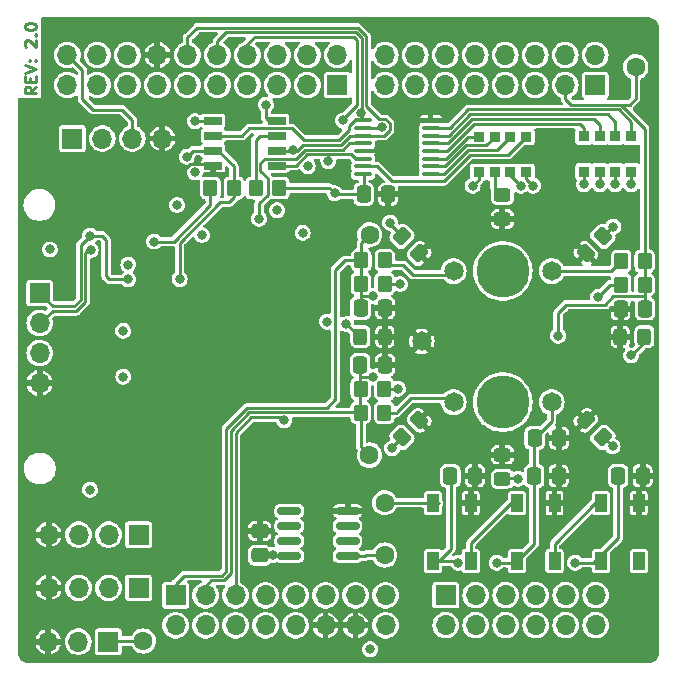
<source format=gbr>
%TF.GenerationSoftware,KiCad,Pcbnew,8.0.1*%
%TF.CreationDate,2024-05-22T13:21:10+02:00*%
%TF.ProjectId,FRDM-MCXx_Shield,4652444d-2d4d-4435-9878-5f536869656c,V2.0*%
%TF.SameCoordinates,Original*%
%TF.FileFunction,Copper,L1,Top*%
%TF.FilePolarity,Positive*%
%FSLAX46Y46*%
G04 Gerber Fmt 4.6, Leading zero omitted, Abs format (unit mm)*
G04 Created by KiCad (PCBNEW 8.0.1) date 2024-05-22 13:21:10*
%MOMM*%
%LPD*%
G01*
G04 APERTURE LIST*
G04 Aperture macros list*
%AMRoundRect*
0 Rectangle with rounded corners*
0 $1 Rounding radius*
0 $2 $3 $4 $5 $6 $7 $8 $9 X,Y pos of 4 corners*
0 Add a 4 corners polygon primitive as box body*
4,1,4,$2,$3,$4,$5,$6,$7,$8,$9,$2,$3,0*
0 Add four circle primitives for the rounded corners*
1,1,$1+$1,$2,$3*
1,1,$1+$1,$4,$5*
1,1,$1+$1,$6,$7*
1,1,$1+$1,$8,$9*
0 Add four rect primitives between the rounded corners*
20,1,$1+$1,$2,$3,$4,$5,0*
20,1,$1+$1,$4,$5,$6,$7,0*
20,1,$1+$1,$6,$7,$8,$9,0*
20,1,$1+$1,$8,$9,$2,$3,0*%
G04 Aperture macros list end*
%ADD10C,0.250000*%
%TA.AperFunction,NonConductor*%
%ADD11C,0.250000*%
%TD*%
%TA.AperFunction,SMDPad,CuDef*%
%ADD12RoundRect,0.250000X0.548008X0.088388X0.088388X0.548008X-0.548008X-0.088388X-0.088388X-0.548008X0*%
%TD*%
%TA.AperFunction,SMDPad,CuDef*%
%ADD13R,1.000000X1.500000*%
%TD*%
%TA.AperFunction,ComponentPad*%
%ADD14R,1.700000X1.700000*%
%TD*%
%TA.AperFunction,ComponentPad*%
%ADD15O,1.700000X1.700000*%
%TD*%
%TA.AperFunction,SMDPad,CuDef*%
%ADD16RoundRect,0.250000X0.088388X-0.548008X0.548008X-0.088388X-0.088388X0.548008X-0.548008X0.088388X0*%
%TD*%
%TA.AperFunction,SMDPad,CuDef*%
%ADD17RoundRect,0.250000X-0.337500X-0.475000X0.337500X-0.475000X0.337500X0.475000X-0.337500X0.475000X0*%
%TD*%
%TA.AperFunction,SMDPad,CuDef*%
%ADD18RoundRect,0.250000X-0.350000X-0.450000X0.350000X-0.450000X0.350000X0.450000X-0.350000X0.450000X0*%
%TD*%
%TA.AperFunction,SMDPad,CuDef*%
%ADD19RoundRect,0.250000X0.337500X0.475000X-0.337500X0.475000X-0.337500X-0.475000X0.337500X-0.475000X0*%
%TD*%
%TA.AperFunction,ComponentPad*%
%ADD20C,1.600000*%
%TD*%
%TA.AperFunction,SMDPad,CuDef*%
%ADD21RoundRect,0.250000X-0.325000X-0.450000X0.325000X-0.450000X0.325000X0.450000X-0.325000X0.450000X0*%
%TD*%
%TA.AperFunction,SMDPad,CuDef*%
%ADD22R,0.900000X0.900000*%
%TD*%
%TA.AperFunction,SMDPad,CuDef*%
%ADD23RoundRect,0.250000X0.350000X0.450000X-0.350000X0.450000X-0.350000X-0.450000X0.350000X-0.450000X0*%
%TD*%
%TA.AperFunction,SMDPad,CuDef*%
%ADD24RoundRect,0.150000X0.825000X0.150000X-0.825000X0.150000X-0.825000X-0.150000X0.825000X-0.150000X0*%
%TD*%
%TA.AperFunction,SMDPad,CuDef*%
%ADD25RoundRect,0.250000X0.475000X-0.337500X0.475000X0.337500X-0.475000X0.337500X-0.475000X-0.337500X0*%
%TD*%
%TA.AperFunction,SMDPad,CuDef*%
%ADD26RoundRect,0.250000X-0.548008X-0.088388X-0.088388X-0.548008X0.548008X0.088388X0.088388X0.548008X0*%
%TD*%
%TA.AperFunction,SMDPad,CuDef*%
%ADD27RoundRect,0.250000X0.325000X0.450000X-0.325000X0.450000X-0.325000X-0.450000X0.325000X-0.450000X0*%
%TD*%
%TA.AperFunction,ComponentPad*%
%ADD28C,1.650000*%
%TD*%
%TA.AperFunction,ComponentPad*%
%ADD29C,4.500000*%
%TD*%
%TA.AperFunction,SMDPad,CuDef*%
%ADD30R,1.525000X0.650000*%
%TD*%
%TA.AperFunction,SMDPad,CuDef*%
%ADD31RoundRect,0.250000X-0.450000X0.325000X-0.450000X-0.325000X0.450000X-0.325000X0.450000X0.325000X0*%
%TD*%
%TA.AperFunction,SMDPad,CuDef*%
%ADD32RoundRect,0.250000X0.450000X-0.325000X0.450000X0.325000X-0.450000X0.325000X-0.450000X-0.325000X0*%
%TD*%
%TA.AperFunction,SMDPad,CuDef*%
%ADD33RoundRect,0.250000X-0.088388X0.548008X-0.548008X0.088388X0.088388X-0.548008X0.548008X-0.088388X0*%
%TD*%
%TA.AperFunction,SMDPad,CuDef*%
%ADD34RoundRect,0.100000X0.637500X0.100000X-0.637500X0.100000X-0.637500X-0.100000X0.637500X-0.100000X0*%
%TD*%
%TA.AperFunction,ViaPad*%
%ADD35C,0.800000*%
%TD*%
%TA.AperFunction,Conductor*%
%ADD36C,0.250000*%
%TD*%
G04 APERTURE END LIST*
D10*
D11*
X129044619Y-69776003D02*
X128568428Y-70109336D01*
X129044619Y-70347431D02*
X128044619Y-70347431D01*
X128044619Y-70347431D02*
X128044619Y-69966479D01*
X128044619Y-69966479D02*
X128092238Y-69871241D01*
X128092238Y-69871241D02*
X128139857Y-69823622D01*
X128139857Y-69823622D02*
X128235095Y-69776003D01*
X128235095Y-69776003D02*
X128377952Y-69776003D01*
X128377952Y-69776003D02*
X128473190Y-69823622D01*
X128473190Y-69823622D02*
X128520809Y-69871241D01*
X128520809Y-69871241D02*
X128568428Y-69966479D01*
X128568428Y-69966479D02*
X128568428Y-70347431D01*
X128520809Y-69347431D02*
X128520809Y-69014098D01*
X129044619Y-68871241D02*
X129044619Y-69347431D01*
X129044619Y-69347431D02*
X128044619Y-69347431D01*
X128044619Y-69347431D02*
X128044619Y-68871241D01*
X128044619Y-68585526D02*
X129044619Y-68252193D01*
X129044619Y-68252193D02*
X128044619Y-67918860D01*
X128949380Y-67585526D02*
X128997000Y-67537907D01*
X128997000Y-67537907D02*
X129044619Y-67585526D01*
X129044619Y-67585526D02*
X128997000Y-67633145D01*
X128997000Y-67633145D02*
X128949380Y-67585526D01*
X128949380Y-67585526D02*
X129044619Y-67585526D01*
X128425571Y-67585526D02*
X128473190Y-67537907D01*
X128473190Y-67537907D02*
X128520809Y-67585526D01*
X128520809Y-67585526D02*
X128473190Y-67633145D01*
X128473190Y-67633145D02*
X128425571Y-67585526D01*
X128425571Y-67585526D02*
X128520809Y-67585526D01*
X128139857Y-66395050D02*
X128092238Y-66347431D01*
X128092238Y-66347431D02*
X128044619Y-66252193D01*
X128044619Y-66252193D02*
X128044619Y-66014098D01*
X128044619Y-66014098D02*
X128092238Y-65918860D01*
X128092238Y-65918860D02*
X128139857Y-65871241D01*
X128139857Y-65871241D02*
X128235095Y-65823622D01*
X128235095Y-65823622D02*
X128330333Y-65823622D01*
X128330333Y-65823622D02*
X128473190Y-65871241D01*
X128473190Y-65871241D02*
X129044619Y-66442669D01*
X129044619Y-66442669D02*
X129044619Y-65823622D01*
X128949380Y-65395050D02*
X128997000Y-65347431D01*
X128997000Y-65347431D02*
X129044619Y-65395050D01*
X129044619Y-65395050D02*
X128997000Y-65442669D01*
X128997000Y-65442669D02*
X128949380Y-65395050D01*
X128949380Y-65395050D02*
X129044619Y-65395050D01*
X128044619Y-64728384D02*
X128044619Y-64633146D01*
X128044619Y-64633146D02*
X128092238Y-64537908D01*
X128092238Y-64537908D02*
X128139857Y-64490289D01*
X128139857Y-64490289D02*
X128235095Y-64442670D01*
X128235095Y-64442670D02*
X128425571Y-64395051D01*
X128425571Y-64395051D02*
X128663666Y-64395051D01*
X128663666Y-64395051D02*
X128854142Y-64442670D01*
X128854142Y-64442670D02*
X128949380Y-64490289D01*
X128949380Y-64490289D02*
X128997000Y-64537908D01*
X128997000Y-64537908D02*
X129044619Y-64633146D01*
X129044619Y-64633146D02*
X129044619Y-64728384D01*
X129044619Y-64728384D02*
X128997000Y-64823622D01*
X128997000Y-64823622D02*
X128949380Y-64871241D01*
X128949380Y-64871241D02*
X128854142Y-64918860D01*
X128854142Y-64918860D02*
X128663666Y-64966479D01*
X128663666Y-64966479D02*
X128425571Y-64966479D01*
X128425571Y-64966479D02*
X128235095Y-64918860D01*
X128235095Y-64918860D02*
X128139857Y-64871241D01*
X128139857Y-64871241D02*
X128092238Y-64823622D01*
X128092238Y-64823622D02*
X128044619Y-64728384D01*
D12*
%TO.P,D2,1,K*%
%TO.N,GND*%
X161456609Y-83891610D03*
%TO.P,D2,2,A*%
%TO.N,Net-(D2-A)*%
X160007041Y-82442042D03*
%TD*%
D13*
%TO.P,D14,1,VSS*%
%TO.N,GND*%
X165820000Y-105030000D03*
%TO.P,D14,2,DIN*%
%TO.N,/LED_NEOPIXEL*%
X162620000Y-105030000D03*
%TO.P,D14,3,VDD*%
%TO.N,+3.3V*%
X162620000Y-109930000D03*
%TO.P,D14,4,DOUT*%
%TO.N,Net-(D14-DOUT)*%
X165820000Y-109930000D03*
%TD*%
D14*
%TO.P,J5,1,Pin_1*%
%TO.N,/SDA*%
X129320000Y-87240000D03*
D15*
%TO.P,J5,2,Pin_2*%
%TO.N,/SCL*%
X129320000Y-89780000D03*
%TO.P,J5,3,Pin_3*%
%TO.N,Net-(J5-Pin_3)*%
X129320000Y-92320000D03*
%TO.P,J5,4,Pin_4*%
%TO.N,GND*%
X129320000Y-94860000D03*
%TD*%
D13*
%TO.P,D16,1,VSS*%
%TO.N,GND*%
X180050000Y-105030000D03*
%TO.P,D16,2,DIN*%
%TO.N,Net-(D15-DOUT)*%
X176850000Y-105030000D03*
%TO.P,D16,3,VDD*%
%TO.N,+3.3V*%
X176850000Y-109930000D03*
%TO.P,D16,4,DOUT*%
%TO.N,unconnected-(D16-DOUT-Pad4)*%
X180050000Y-109930000D03*
%TD*%
D16*
%TO.P,D4,1,K*%
%TO.N,GND*%
X175563390Y-83891610D03*
%TO.P,D4,2,A*%
%TO.N,Net-(D4-A)*%
X177012958Y-82442042D03*
%TD*%
D17*
%TO.P,C7,1*%
%TO.N,+3.3V*%
X171195000Y-102730000D03*
%TO.P,C7,2*%
%TO.N,GND*%
X173270000Y-102730000D03*
%TD*%
D18*
%TO.P,R4,1*%
%TO.N,/ENC_B*%
X156530000Y-86470000D03*
%TO.P,R4,2*%
%TO.N,+3.3V*%
X158530000Y-86470000D03*
%TD*%
D19*
%TO.P,C3,1*%
%TO.N,/ENC_SW*%
X180587500Y-88570000D03*
%TO.P,C3,2*%
%TO.N,GND*%
X178512500Y-88570000D03*
%TD*%
D20*
%TO.P,TP5,1,1*%
%TO.N,/LED_NEOPIXEL*%
X158530000Y-104990000D03*
%TD*%
D21*
%TO.P,D5,1,K*%
%TO.N,GND*%
X178485000Y-90945000D03*
%TO.P,D5,2,A*%
%TO.N,Net-(D5-A)*%
X180535000Y-90945000D03*
%TD*%
D20*
%TO.P,TP2,1,1*%
%TO.N,/ENC_A*%
X157250000Y-100960000D03*
%TD*%
D22*
%TO.P,RN2,1,R1.1*%
%TO.N,Net-(D4-A)*%
X166510000Y-77000000D03*
%TO.P,RN2,2,R2.1*%
%TO.N,Net-(D3-A)*%
X167850000Y-77000000D03*
%TO.P,RN2,3,R3.1*%
%TO.N,Net-(D2-A)*%
X169170000Y-77000000D03*
%TO.P,RN2,4,R4.1*%
%TO.N,Net-(D1-A)*%
X170510000Y-77000000D03*
%TO.P,RN2,5,R4.2*%
%TO.N,Net-(RN2D-R4.2)*%
X170510000Y-74000000D03*
%TO.P,RN2,6,R3.2*%
%TO.N,Net-(RN2C-R3.2)*%
X169170000Y-74000000D03*
%TO.P,RN2,7,R2.2*%
%TO.N,Net-(RN2B-R2.2)*%
X167850000Y-74000000D03*
%TO.P,RN2,8,R1.2*%
%TO.N,Net-(RN2A-R1.2)*%
X166510000Y-74000000D03*
%TD*%
D19*
%TO.P,C2,1*%
%TO.N,GND*%
X173307500Y-99520000D03*
%TO.P,C2,2*%
%TO.N,+3.3V*%
X171232500Y-99520000D03*
%TD*%
D20*
%TO.P,TP3,1,1*%
%TO.N,/ENC_B*%
X157260000Y-82300000D03*
%TD*%
D17*
%TO.P,C4,1*%
%TO.N,/ENC_A*%
X156472500Y-93330000D03*
%TO.P,C4,2*%
%TO.N,GND*%
X158547500Y-93330000D03*
%TD*%
D14*
%TO.P,J6,1,Pin_1*%
%TO.N,/~{EEPROM_CS}*%
X137700000Y-107700000D03*
D15*
%TO.P,J6,2,Pin_2*%
%TO.N,/~{SHIFTREG_CS}*%
X135160000Y-107700000D03*
%TO.P,J6,3,Pin_3*%
%TO.N,/~{SHIFTREG_RST}*%
X132620000Y-107700000D03*
%TO.P,J6,4,Pin_4*%
%TO.N,GND*%
X130080000Y-107700000D03*
%TD*%
D23*
%TO.P,R1,1*%
%TO.N,/ENC_SW*%
X180550000Y-86540000D03*
%TO.P,R1,2*%
%TO.N,+3.3V*%
X178550000Y-86540000D03*
%TD*%
D18*
%TO.P,R3,1*%
%TO.N,/ENC_A*%
X156510000Y-95360000D03*
%TO.P,R3,2*%
%TO.N,+3.3V*%
X158510000Y-95360000D03*
%TD*%
D17*
%TO.P,C8,1*%
%TO.N,+3.3V*%
X178302500Y-102720000D03*
%TO.P,C8,2*%
%TO.N,GND*%
X180377500Y-102720000D03*
%TD*%
D14*
%TO.P,J7,1,Pin_1*%
%TO.N,/SPI_MOSI*%
X137700000Y-112200000D03*
D15*
%TO.P,J7,2,Pin_2*%
%TO.N,/SPI_CLK*%
X135160000Y-112200000D03*
%TO.P,J7,3,Pin_3*%
%TO.N,/SPI_MISO*%
X132620000Y-112200000D03*
%TO.P,J7,4,Pin_4*%
%TO.N,GND*%
X130080000Y-112200000D03*
%TD*%
D24*
%TO.P,U3,1,V_{OUT}*%
%TO.N,/LM35_V_OUT*%
X155405000Y-109500000D03*
%TO.P,U3,2,NC*%
%TO.N,unconnected-(U3-NC-Pad2)*%
X155405000Y-108230000D03*
%TO.P,U3,3,NC*%
%TO.N,unconnected-(U3-NC-Pad3)*%
X155405000Y-106960000D03*
%TO.P,U3,4,GND*%
%TO.N,GND*%
X155405000Y-105690000D03*
%TO.P,U3,5,NC*%
%TO.N,unconnected-(U3-NC-Pad5)*%
X150455000Y-105690000D03*
%TO.P,U3,6,NC*%
%TO.N,unconnected-(U3-NC-Pad6)*%
X150455000Y-106960000D03*
%TO.P,U3,7,NC*%
%TO.N,unconnected-(U3-NC-Pad7)*%
X150455000Y-108230000D03*
%TO.P,U3,8,+V_{S}*%
%TO.N,+3.3V*%
X150455000Y-109500000D03*
%TD*%
D14*
%TO.P,M1,1,PWM*%
%TO.N,/SERVO_PWM*%
X135140000Y-116760000D03*
D15*
%TO.P,M1,2,+*%
%TO.N,+5V*%
X132600000Y-116760000D03*
%TO.P,M1,3,-*%
%TO.N,GND*%
X130060000Y-116760000D03*
%TD*%
D23*
%TO.P,R7,1*%
%TO.N,+3.3V*%
X149620000Y-78350000D03*
%TO.P,R7,2*%
%TO.N,Net-(U2-~{HOLD})*%
X147620000Y-78350000D03*
%TD*%
D25*
%TO.P,C12,1*%
%TO.N,+3.3V*%
X147960000Y-109452500D03*
%TO.P,C12,2*%
%TO.N,GND*%
X147960000Y-107377500D03*
%TD*%
D26*
%TO.P,D6,1,K*%
%TO.N,GND*%
X175563390Y-97998391D03*
%TO.P,D6,2,A*%
%TO.N,Net-(D6-A)*%
X177012958Y-99447959D03*
%TD*%
D27*
%TO.P,D1,1,K*%
%TO.N,GND*%
X158535000Y-90945000D03*
%TO.P,D1,2,A*%
%TO.N,Net-(D1-A)*%
X156485000Y-90945000D03*
%TD*%
D17*
%TO.P,C1,1*%
%TO.N,+3.3V*%
X156762500Y-78890000D03*
%TO.P,C1,2*%
%TO.N,GND*%
X158837500Y-78890000D03*
%TD*%
D28*
%TO.P,SW1,1,A*%
%TO.N,/HMI/ENC_A_RAW*%
X164380000Y-96480000D03*
%TO.P,SW1,2,B*%
%TO.N,/HMI/ENC_B_RAW*%
X164380000Y-85380000D03*
%TO.P,SW1,3,C*%
%TO.N,+3.3V*%
X172680000Y-96480000D03*
%TO.P,SW1,4,D*%
%TO.N,/HMI/ENC_SW_RAW*%
X172680000Y-85380000D03*
%TO.P,SW1,5,E*%
%TO.N,GND*%
X161680000Y-91330000D03*
D29*
%TO.P,SW1,6*%
%TO.N,unconnected-(SW1-Pad6)*%
X168530000Y-96480000D03*
%TO.P,SW1,7*%
%TO.N,unconnected-(SW1-Pad7)*%
X168530000Y-85380000D03*
%TD*%
D18*
%TO.P,R8,1*%
%TO.N,+3.3V*%
X143780000Y-78360000D03*
%TO.P,R8,2*%
%TO.N,/WRITE_PROT*%
X145780000Y-78360000D03*
%TD*%
D13*
%TO.P,D15,1,VSS*%
%TO.N,GND*%
X172920000Y-105030000D03*
%TO.P,D15,2,DIN*%
%TO.N,Net-(D14-DOUT)*%
X169720000Y-105030000D03*
%TO.P,D15,3,VDD*%
%TO.N,+3.3V*%
X169720000Y-109930000D03*
%TO.P,D15,4,DOUT*%
%TO.N,Net-(D15-DOUT)*%
X172920000Y-109930000D03*
%TD*%
D23*
%TO.P,R5,1*%
%TO.N,/HMI/ENC_A_RAW*%
X158510000Y-97370000D03*
%TO.P,R5,2*%
%TO.N,/ENC_A*%
X156510000Y-97370000D03*
%TD*%
D18*
%TO.P,R2,1*%
%TO.N,/HMI/ENC_SW_RAW*%
X178560000Y-84540000D03*
%TO.P,R2,2*%
%TO.N,/ENC_SW*%
X180560000Y-84540000D03*
%TD*%
D22*
%TO.P,RN3,1,R1.1*%
%TO.N,Net-(D5-A)*%
X175410000Y-76970000D03*
%TO.P,RN3,2,R2.1*%
%TO.N,Net-(D6-A)*%
X176750000Y-76970000D03*
%TO.P,RN3,3,R3.1*%
%TO.N,Net-(D7-A)*%
X178070000Y-76970000D03*
%TO.P,RN3,4,R4.1*%
%TO.N,Net-(D8-A)*%
X179410000Y-76970000D03*
%TO.P,RN3,5,R4.2*%
%TO.N,Net-(RN3D-R4.2)*%
X179410000Y-73970000D03*
%TO.P,RN3,6,R3.2*%
%TO.N,Net-(RN3C-R3.2)*%
X178070000Y-73970000D03*
%TO.P,RN3,7,R2.2*%
%TO.N,Net-(RN3B-R2.2)*%
X176750000Y-73970000D03*
%TO.P,RN3,8,R1.2*%
%TO.N,Net-(RN3A-R1.2)*%
X175410000Y-73970000D03*
%TD*%
D30*
%TO.P,U2,1,~{S}*%
%TO.N,/~{EEPROM_CS}*%
X144008000Y-72645000D03*
%TO.P,U2,2,Q*%
%TO.N,/SPI_MISO*%
X144008000Y-73915000D03*
%TO.P,U2,3,~{W}*%
%TO.N,/WRITE_PROT*%
X144008000Y-75185000D03*
%TO.P,U2,4,VSS*%
%TO.N,GND*%
X144008000Y-76455000D03*
%TO.P,U2,5,D*%
%TO.N,/SPI_MOSI*%
X149432000Y-76455000D03*
%TO.P,U2,6,C*%
%TO.N,/SPI_CLK*%
X149432000Y-75185000D03*
%TO.P,U2,7,~{HOLD}*%
%TO.N,Net-(U2-~{HOLD})*%
X149432000Y-73915000D03*
%TO.P,U2,8,VCC*%
%TO.N,+3.3V*%
X149432000Y-72645000D03*
%TD*%
D31*
%TO.P,D7,1,K*%
%TO.N,GND*%
X168510000Y-100920000D03*
%TO.P,D7,2,A*%
%TO.N,Net-(D7-A)*%
X168510000Y-102970000D03*
%TD*%
D17*
%TO.P,C5,1*%
%TO.N,/ENC_B*%
X156492500Y-88500000D03*
%TO.P,C5,2*%
%TO.N,GND*%
X158567500Y-88500000D03*
%TD*%
D23*
%TO.P,R6,1*%
%TO.N,/HMI/ENC_B_RAW*%
X158560000Y-84470000D03*
%TO.P,R6,2*%
%TO.N,/ENC_B*%
X156560000Y-84470000D03*
%TD*%
D20*
%TO.P,TP4,1,1*%
%TO.N,/SERVO_PWM*%
X138100000Y-116700000D03*
%TD*%
D32*
%TO.P,D3,1,K*%
%TO.N,GND*%
X168510000Y-80970000D03*
%TO.P,D3,2,A*%
%TO.N,Net-(D3-A)*%
X168510000Y-78920000D03*
%TD*%
D14*
%TO.P,J8,1,Pin_1*%
%TO.N,+3.3V*%
X132100000Y-74160000D03*
D15*
%TO.P,J8,2,Pin_2*%
%TO.N,/SDA*%
X134640000Y-74160000D03*
%TO.P,J8,3,Pin_3*%
%TO.N,/SCL*%
X137180000Y-74160000D03*
%TO.P,J8,4,Pin_4*%
%TO.N,GND*%
X139720000Y-74160000D03*
%TD*%
D33*
%TO.P,D8,1,K*%
%TO.N,GND*%
X161456609Y-97998391D03*
%TO.P,D8,2,A*%
%TO.N,Net-(D8-A)*%
X160007041Y-99447959D03*
%TD*%
D20*
%TO.P,TP1,1,1*%
%TO.N,/ENC_SW*%
X179800000Y-68100000D03*
%TD*%
D17*
%TO.P,C6,1*%
%TO.N,+3.3V*%
X164105000Y-102720000D03*
%TO.P,C6,2*%
%TO.N,GND*%
X166180000Y-102720000D03*
%TD*%
D34*
%TO.P,U1,1,QB*%
%TO.N,Net-(RN2C-R3.2)*%
X162442500Y-77175000D03*
%TO.P,U1,2,QC*%
%TO.N,Net-(RN2B-R2.2)*%
X162442500Y-76525000D03*
%TO.P,U1,3,QD*%
%TO.N,Net-(RN2A-R1.2)*%
X162442500Y-75875000D03*
%TO.P,U1,4,QE*%
%TO.N,Net-(RN3A-R1.2)*%
X162442500Y-75225000D03*
%TO.P,U1,5,QF*%
%TO.N,Net-(RN3B-R2.2)*%
X162442500Y-74575000D03*
%TO.P,U1,6,QG*%
%TO.N,Net-(RN3C-R3.2)*%
X162442500Y-73925000D03*
%TO.P,U1,7,QH*%
%TO.N,Net-(RN3D-R4.2)*%
X162442500Y-73275000D03*
%TO.P,U1,8,GND*%
%TO.N,GND*%
X162442500Y-72625000D03*
%TO.P,U1,9,QH'*%
%TO.N,/SPI_MISO*%
X156717500Y-72625000D03*
%TO.P,U1,10,~{SRCLR}*%
%TO.N,/~{SHIFTREG_RST}*%
X156717500Y-73275000D03*
%TO.P,U1,11,SRCLK*%
%TO.N,/SPI_CLK*%
X156717500Y-73925000D03*
%TO.P,U1,12,RCLK*%
%TO.N,/~{SHIFTREG_CS}*%
X156717500Y-74575000D03*
%TO.P,U1,13,~{OE}*%
%TO.N,GND*%
X156717500Y-75225000D03*
%TO.P,U1,14,SER*%
%TO.N,/SPI_MOSI*%
X156717500Y-75875000D03*
%TO.P,U1,15,QA*%
%TO.N,Net-(RN2D-R4.2)*%
X156717500Y-76525000D03*
%TO.P,U1,16,VCC*%
%TO.N,+3.3V*%
X156717500Y-77175000D03*
%TD*%
D20*
%TO.P,TP6,1,1*%
%TO.N,/LM35_V_OUT*%
X158530000Y-109420000D03*
%TD*%
D14*
%TO.P,J3,1,Pin_1*%
%TO.N,unconnected-(J3-Pin_1-Pad1)*%
X154540000Y-69630000D03*
D15*
%TO.P,J3,2,Pin_2*%
%TO.N,unconnected-(J3-Pin_2-Pad2)*%
X154540000Y-67090000D03*
%TO.P,J3,3,Pin_3*%
%TO.N,unconnected-(J3-Pin_3-Pad3)*%
X152000000Y-69630000D03*
%TO.P,J3,4,Pin_4*%
%TO.N,unconnected-(J3-Pin_4-Pad4)*%
X152000000Y-67090000D03*
%TO.P,J3,5,Pin_5*%
%TO.N,unconnected-(J3-Pin_5-Pad5)*%
X149460000Y-69630000D03*
%TO.P,J3,6,Pin_6*%
%TO.N,/~{SHIFTREG_CS}*%
X149460000Y-67090000D03*
%TO.P,J3,7,Pin_7*%
%TO.N,unconnected-(J3-Pin_7-Pad7)*%
X146920000Y-69630000D03*
%TO.P,J3,8,Pin_8*%
%TO.N,/SPI_MOSI*%
X146920000Y-67090000D03*
%TO.P,J3,9,Pin_9*%
%TO.N,unconnected-(J3-Pin_9-Pad9)*%
X144380000Y-69630000D03*
%TO.P,J3,10,Pin_10*%
%TO.N,/SPI_MISO*%
X144380000Y-67090000D03*
%TO.P,J3,11,Pin_11*%
%TO.N,unconnected-(J3-Pin_11-Pad11)*%
X141840000Y-69630000D03*
%TO.P,J3,12,Pin_12*%
%TO.N,/SPI_CLK*%
X141840000Y-67090000D03*
%TO.P,J3,13,Pin_13*%
%TO.N,unconnected-(J3-Pin_13-Pad13)*%
X139300000Y-69630000D03*
%TO.P,J3,14,Pin_14*%
%TO.N,GND*%
X139300000Y-67090000D03*
%TO.P,J3,15,Pin_15*%
%TO.N,unconnected-(J3-Pin_15-Pad15)*%
X136760000Y-69630000D03*
%TO.P,J3,16,Pin_16*%
%TO.N,unconnected-(J3-Pin_16-Pad16)*%
X136760000Y-67090000D03*
%TO.P,J3,17,Pin_17*%
%TO.N,unconnected-(J3-Pin_17-Pad17)*%
X134220000Y-69630000D03*
%TO.P,J3,18,Pin_18*%
%TO.N,/SDA*%
X134220000Y-67090000D03*
%TO.P,J3,19,Pin_19*%
%TO.N,unconnected-(J3-Pin_19-Pad19)*%
X131680000Y-69630000D03*
%TO.P,J3,20,Pin_20*%
%TO.N,/SCL*%
X131680000Y-67090000D03*
%TD*%
D14*
%TO.P,J2,1,Pin_1*%
%TO.N,unconnected-(J2-Pin_1-Pad1)*%
X163700000Y-112830000D03*
D15*
%TO.P,J2,2,Pin_2*%
%TO.N,/LM35_V_OUT*%
X163700000Y-115370000D03*
%TO.P,J2,3,Pin_3*%
%TO.N,unconnected-(J2-Pin_3-Pad3)*%
X166240000Y-112830000D03*
%TO.P,J2,4,Pin_4*%
%TO.N,unconnected-(J2-Pin_4-Pad4)*%
X166240000Y-115370000D03*
%TO.P,J2,5,Pin_5*%
%TO.N,unconnected-(J2-Pin_5-Pad5)*%
X168780000Y-112830000D03*
%TO.P,J2,6,Pin_6*%
%TO.N,unconnected-(J2-Pin_6-Pad6)*%
X168780000Y-115370000D03*
%TO.P,J2,7,Pin_7*%
%TO.N,unconnected-(J2-Pin_7-Pad7)*%
X171320000Y-112830000D03*
%TO.P,J2,8,Pin_8*%
%TO.N,unconnected-(J2-Pin_8-Pad8)*%
X171320000Y-115370000D03*
%TO.P,J2,9,Pin_9*%
%TO.N,unconnected-(J2-Pin_9-Pad9)*%
X173860000Y-112830000D03*
%TO.P,J2,10,Pin_10*%
%TO.N,unconnected-(J2-Pin_10-Pad10)*%
X173860000Y-115370000D03*
%TO.P,J2,11,Pin_11*%
%TO.N,unconnected-(J2-Pin_11-Pad11)*%
X176400000Y-112830000D03*
%TO.P,J2,12,Pin_12*%
%TO.N,unconnected-(J2-Pin_12-Pad12)*%
X176400000Y-115370000D03*
%TD*%
D14*
%TO.P,J4,1,Pin_1*%
%TO.N,/ENC_B*%
X140830000Y-112840000D03*
D15*
%TO.P,J4,2,Pin_2*%
%TO.N,unconnected-(J4-Pin_2-Pad2)*%
X140830000Y-115380000D03*
%TO.P,J4,3,Pin_3*%
%TO.N,/ENC_A*%
X143370000Y-112840000D03*
%TO.P,J4,4,Pin_4*%
%TO.N,+3.3V*%
X143370000Y-115380000D03*
%TO.P,J4,5,Pin_5*%
%TO.N,/~{EEPROM_CS}*%
X145910000Y-112840000D03*
%TO.P,J4,6,Pin_6*%
%TO.N,unconnected-(J4-Pin_6-Pad6)*%
X145910000Y-115380000D03*
%TO.P,J4,7,Pin_7*%
%TO.N,unconnected-(J4-Pin_7-Pad7)*%
X148450000Y-112840000D03*
%TO.P,J4,8,Pin_8*%
%TO.N,+3.3V*%
X148450000Y-115380000D03*
%TO.P,J4,9,Pin_9*%
%TO.N,unconnected-(J4-Pin_9-Pad9)*%
X150990000Y-112840000D03*
%TO.P,J4,10,Pin_10*%
%TO.N,+5V*%
X150990000Y-115380000D03*
%TO.P,J4,11,Pin_11*%
%TO.N,/LED_NEOPIXEL*%
X153530000Y-112840000D03*
%TO.P,J4,12,Pin_12*%
%TO.N,GND*%
X153530000Y-115380000D03*
%TO.P,J4,13,Pin_13*%
%TO.N,unconnected-(J4-Pin_13-Pad13)*%
X156070000Y-112840000D03*
%TO.P,J4,14,Pin_14*%
%TO.N,GND*%
X156070000Y-115380000D03*
%TO.P,J4,15,Pin_15*%
%TO.N,unconnected-(J4-Pin_15-Pad15)*%
X158610000Y-112840000D03*
%TO.P,J4,16,Pin_16*%
%TO.N,unconnected-(J4-Pin_16-Pad16)*%
X158610000Y-115380000D03*
%TD*%
D14*
%TO.P,J1,1,Pin_1*%
%TO.N,unconnected-(J1-Pin_1-Pad1)*%
X176380000Y-69620000D03*
D15*
%TO.P,J1,2,Pin_2*%
%TO.N,unconnected-(J1-Pin_2-Pad2)*%
X176380000Y-67080000D03*
%TO.P,J1,3,Pin_3*%
%TO.N,/ENC_SW*%
X173840000Y-69620000D03*
%TO.P,J1,4,Pin_4*%
%TO.N,unconnected-(J1-Pin_4-Pad4)*%
X173840000Y-67080000D03*
%TO.P,J1,5,Pin_5*%
%TO.N,unconnected-(J1-Pin_5-Pad5)*%
X171300000Y-69620000D03*
%TO.P,J1,6,Pin_6*%
%TO.N,unconnected-(J1-Pin_6-Pad6)*%
X171300000Y-67080000D03*
%TO.P,J1,7,Pin_7*%
%TO.N,unconnected-(J1-Pin_7-Pad7)*%
X168760000Y-69620000D03*
%TO.P,J1,8,Pin_8*%
%TO.N,unconnected-(J1-Pin_8-Pad8)*%
X168760000Y-67080000D03*
%TO.P,J1,9,Pin_9*%
%TO.N,unconnected-(J1-Pin_9-Pad9)*%
X166220000Y-69620000D03*
%TO.P,J1,10,Pin_10*%
%TO.N,/WRITE_PROT*%
X166220000Y-67080000D03*
%TO.P,J1,11,Pin_11*%
%TO.N,unconnected-(J1-Pin_11-Pad11)*%
X163680000Y-69620000D03*
%TO.P,J1,12,Pin_12*%
%TO.N,unconnected-(J1-Pin_12-Pad12)*%
X163680000Y-67080000D03*
%TO.P,J1,13,Pin_13*%
%TO.N,unconnected-(J1-Pin_13-Pad13)*%
X161140000Y-69620000D03*
%TO.P,J1,14,Pin_14*%
%TO.N,/SERVO_PWM*%
X161140000Y-67080000D03*
%TO.P,J1,15,Pin_15*%
%TO.N,unconnected-(J1-Pin_15-Pad15)*%
X158600000Y-69620000D03*
%TO.P,J1,16,Pin_16*%
%TO.N,/~{SHIFTREG_RST}*%
X158600000Y-67080000D03*
%TD*%
D35*
%TO.N,GND*%
X146690000Y-81260000D03*
X146660000Y-75800000D03*
X149770000Y-71300000D03*
X172810000Y-75700000D03*
X159160000Y-75310000D03*
X152780000Y-79990000D03*
X155170000Y-87460000D03*
X155200000Y-94370000D03*
X152850000Y-72200000D03*
X155090000Y-77910000D03*
%TO.N,+3.3V*%
X149070000Y-109430000D03*
X136400000Y-90450000D03*
X154300000Y-78800000D03*
X148490000Y-71280000D03*
X164760000Y-110080000D03*
X176610000Y-87560000D03*
X168020000Y-110070000D03*
X157310000Y-117410000D03*
X159820000Y-86480000D03*
X159650000Y-95340000D03*
X130200000Y-83550000D03*
X174670000Y-110080000D03*
X139011290Y-82880000D03*
%TO.N,Net-(D1-A)*%
X171120000Y-78160000D03*
X153670000Y-89662000D03*
X155300000Y-89860000D03*
%TO.N,Net-(D2-A)*%
X159004000Y-81280000D03*
X170050000Y-78170000D03*
%TO.N,/ENC_B*%
X157540000Y-87490000D03*
%TO.N,/ENC_A*%
X157540000Y-94360000D03*
%TO.N,/ENC_SW*%
X173228000Y-90860000D03*
%TO.N,Net-(D4-A)*%
X177910000Y-81620000D03*
X165980000Y-78170000D03*
%TO.N,+5V*%
X136410000Y-94320000D03*
X133600000Y-103900000D03*
%TO.N,/SCL*%
X133640000Y-83600000D03*
%TO.N,/SDA*%
X133610000Y-82390000D03*
X136820000Y-86080000D03*
%TO.N,/~{EEPROM_CS}*%
X150035000Y-98025000D03*
X143057500Y-82327500D03*
X142460000Y-72690000D03*
X142480000Y-77020000D03*
%TO.N,/SPI_MISO*%
X156567710Y-71962306D03*
X149440000Y-80240000D03*
%TO.N,/SPI_MOSI*%
X155020000Y-72630000D03*
X153770000Y-76080000D03*
%TO.N,/SPI_CLK*%
X152020000Y-76500000D03*
X150785545Y-75155545D03*
X151595141Y-82144859D03*
%TO.N,Net-(D5-A)*%
X175400000Y-78030000D03*
X179410000Y-92530000D03*
%TO.N,/WRITE_PROT*%
X141170000Y-86070000D03*
X141775808Y-75713800D03*
%TO.N,Net-(D6-A)*%
X176750000Y-78040000D03*
X177840000Y-100230000D03*
%TO.N,Net-(D7-A)*%
X169850000Y-102970000D03*
X178050000Y-78030000D03*
%TO.N,Net-(D8-A)*%
X159170000Y-100370000D03*
X179410000Y-78030000D03*
%TO.N,/~{SHIFTREG_CS}*%
X136830000Y-84830000D03*
X147910000Y-80950000D03*
X140970000Y-79790000D03*
%TO.N,/~{SHIFTREG_RST}*%
X158280000Y-73200000D03*
%TD*%
D36*
%TO.N,GND*%
X144008000Y-76455000D02*
X143898000Y-76345000D01*
X169100000Y-103840000D02*
X168470000Y-104470000D01*
X156717500Y-75225000D02*
X158055000Y-75225000D01*
X142015000Y-76345000D02*
X141010000Y-77350000D01*
X169830000Y-103840000D02*
X169100000Y-103840000D01*
X158055000Y-75225000D02*
X158060000Y-75220000D01*
X143898000Y-76345000D02*
X142015000Y-76345000D01*
%TO.N,/HMI/ENC_SW_RAW*%
X172680000Y-85380000D02*
X177720000Y-85380000D01*
X177720000Y-85380000D02*
X178560000Y-84540000D01*
%TO.N,/HMI/ENC_A_RAW*%
X158510000Y-97370000D02*
X159550000Y-97370000D01*
X164050000Y-96150000D02*
X164380000Y-96480000D01*
X159560000Y-97350000D02*
X160760000Y-96150000D01*
X160760000Y-96150000D02*
X164050000Y-96150000D01*
%TO.N,/HMI/ENC_B_RAW*%
X160120000Y-84890000D02*
X160910000Y-85680000D01*
X158550000Y-84890000D02*
X160120000Y-84890000D01*
X160910000Y-85680000D02*
X164080000Y-85680000D01*
X164080000Y-85680000D02*
X164380000Y-85380000D01*
%TO.N,+3.3V*%
X148705000Y-72645000D02*
X149432000Y-72645000D01*
X164140000Y-103142500D02*
X164140000Y-108890000D01*
X171195000Y-108455000D02*
X169720000Y-109930000D01*
X140694314Y-82880000D02*
X143780000Y-79794314D01*
X174690000Y-110060000D02*
X174670000Y-110080000D01*
X171195000Y-102730000D02*
X171195000Y-108455000D01*
X143780000Y-79794314D02*
X143780000Y-78360000D01*
X148490000Y-72430000D02*
X148705000Y-72645000D01*
X156762500Y-78890000D02*
X154390000Y-78890000D01*
X156762500Y-77220000D02*
X156717500Y-77175000D01*
X178290000Y-107980000D02*
X176210000Y-110060000D01*
X177630000Y-86540000D02*
X178550000Y-86540000D01*
X154390000Y-78890000D02*
X154300000Y-78800000D01*
X164610000Y-109930000D02*
X164760000Y-110080000D01*
X169720000Y-109930000D02*
X169580000Y-110070000D01*
X163100000Y-109930000D02*
X164610000Y-109930000D01*
X164140000Y-108890000D02*
X163100000Y-109930000D01*
X172680000Y-96480000D02*
X172680000Y-98072500D01*
X156762500Y-78890000D02*
X156762500Y-77220000D01*
X171195000Y-99557500D02*
X171232500Y-99520000D01*
X178290000Y-103267500D02*
X178290000Y-107980000D01*
X176610000Y-87560000D02*
X177630000Y-86540000D01*
X169580000Y-110070000D02*
X168020000Y-110070000D01*
X139011290Y-82880000D02*
X140694314Y-82880000D01*
X176210000Y-110060000D02*
X174690000Y-110060000D01*
X149620000Y-78350000D02*
X153850000Y-78350000D01*
X171195000Y-102730000D02*
X171195000Y-99557500D01*
X148267500Y-109500000D02*
X150315000Y-109500000D01*
X159650000Y-95340000D02*
X158520000Y-95340000D01*
X159820000Y-86480000D02*
X158540000Y-86480000D01*
X158540000Y-86480000D02*
X158530000Y-86470000D01*
X153850000Y-78350000D02*
X154300000Y-78800000D01*
X148490000Y-71280000D02*
X148490000Y-72430000D01*
X172680000Y-98072500D02*
X171232500Y-99520000D01*
%TO.N,/LED_NEOPIXEL*%
X158530000Y-104990000D02*
X163060000Y-104990000D01*
X163060000Y-104990000D02*
X163100000Y-105030000D01*
%TO.N,Net-(D1-A)*%
X170510000Y-77000000D02*
X170510000Y-77550000D01*
X156339989Y-90899989D02*
X156507500Y-90899989D01*
X155300000Y-89860000D02*
X156339989Y-90899989D01*
X170510000Y-77550000D02*
X171120000Y-78160000D01*
%TO.N,Net-(D2-A)*%
X169170000Y-77000000D02*
X169170000Y-77290000D01*
X159004000Y-81439001D02*
X160007041Y-82442042D01*
X159004000Y-81280000D02*
X159004000Y-81439001D01*
X169170000Y-77290000D02*
X170050000Y-78170000D01*
%TO.N,/ENC_B*%
X155190000Y-84470000D02*
X156560000Y-84470000D01*
X157540000Y-87490000D02*
X156590000Y-87490000D01*
X144744314Y-111160000D02*
X145120000Y-110784314D01*
X141540000Y-111160000D02*
X144744314Y-111160000D01*
X156590000Y-87490000D02*
X156560000Y-87460000D01*
X153640000Y-96950000D02*
X154350000Y-96240000D01*
X156560000Y-83000000D02*
X157260000Y-82300000D01*
X154350000Y-96240000D02*
X154350000Y-85310000D01*
X140830000Y-112840000D02*
X140830000Y-111870000D01*
X145120000Y-110784314D02*
X145120000Y-98748628D01*
X154350000Y-85310000D02*
X155190000Y-84470000D01*
X156560000Y-84470000D02*
X156560000Y-87460000D01*
X156560000Y-84470000D02*
X156560000Y-83000000D01*
X156550000Y-88852500D02*
X156482500Y-88920000D01*
X146918630Y-96950000D02*
X153640000Y-96950000D01*
X140830000Y-111870000D02*
X141540000Y-111160000D01*
X145120000Y-98748628D02*
X146918630Y-96950000D01*
X156560000Y-87460000D02*
X156560000Y-88432500D01*
%TO.N,/ENC_A*%
X156482500Y-94350000D02*
X156482500Y-97312500D01*
X157540000Y-94360000D02*
X156492500Y-94360000D01*
X156520000Y-100230000D02*
X156520000Y-97350000D01*
X145520000Y-110950000D02*
X145520000Y-98914314D01*
X143830000Y-111560000D02*
X144910000Y-111560000D01*
X143370000Y-112020000D02*
X143830000Y-111560000D01*
X156492500Y-94360000D02*
X156482500Y-94350000D01*
X156482500Y-93360000D02*
X156482500Y-94350000D01*
X143370000Y-112840000D02*
X143370000Y-112020000D01*
X145520000Y-98914314D02*
X147084315Y-97350000D01*
X144910000Y-111560000D02*
X145520000Y-110950000D01*
X156482500Y-97312500D02*
X156520000Y-97350000D01*
X147084315Y-97350000D02*
X156520000Y-97350000D01*
X157250000Y-100960000D02*
X156520000Y-100230000D01*
%TO.N,/SERVO_PWM*%
X138100000Y-116700000D02*
X135200000Y-116700000D01*
X134630000Y-116310000D02*
X134570000Y-116370000D01*
%TO.N,/ENC_SW*%
X177910000Y-87520000D02*
X180560000Y-87520000D01*
X173840000Y-69620000D02*
X173840000Y-70790000D01*
X173840000Y-70790000D02*
X174350000Y-71300000D01*
X180560000Y-88542500D02*
X180587500Y-88570000D01*
X180560000Y-87520000D02*
X180560000Y-88542500D01*
X173228000Y-88900000D02*
X173893000Y-88235000D01*
X179270000Y-71300000D02*
X179800000Y-70770000D01*
X179800000Y-70770000D02*
X179800000Y-68100000D01*
X177195000Y-88235000D02*
X177910000Y-87520000D01*
X180560000Y-84540000D02*
X180560000Y-73314314D01*
X173228000Y-90860000D02*
X173228000Y-88900000D01*
X174350000Y-71300000D02*
X179270000Y-71300000D01*
X180560000Y-73314314D02*
X178545686Y-71300000D01*
X180560000Y-84540000D02*
X180560000Y-87520000D01*
X173893000Y-88235000D02*
X177195000Y-88235000D01*
%TO.N,Net-(D3-A)*%
X167850000Y-78260000D02*
X167850000Y-77000000D01*
X168510000Y-78920000D02*
X167850000Y-78260000D01*
%TO.N,Net-(D4-A)*%
X165980000Y-78170000D02*
X165980000Y-78140000D01*
X165980000Y-78140000D02*
X166510000Y-77610000D01*
X177910000Y-81620000D02*
X177812499Y-81620000D01*
X166510000Y-77610000D02*
X166510000Y-77000000D01*
X177812499Y-81620000D02*
X177035458Y-82397041D01*
%TO.N,/SCL*%
X133600000Y-83640000D02*
X133450000Y-83640000D01*
X132950000Y-68360000D02*
X132950000Y-70800000D01*
X133640000Y-83600000D02*
X133600000Y-83640000D01*
X132950000Y-70800000D02*
X133870000Y-71720000D01*
X131680000Y-67090000D02*
X132950000Y-68360000D01*
X129390000Y-89780000D02*
X129320000Y-89780000D01*
X132415685Y-88750000D02*
X130420000Y-88750000D01*
X136320000Y-71720000D02*
X137180000Y-72580000D01*
X130420000Y-88750000D02*
X129390000Y-89780000D01*
X133200000Y-83890000D02*
X133200000Y-87965686D01*
X133450000Y-83640000D02*
X133200000Y-83890000D01*
X129320000Y-89600000D02*
X129320000Y-89780000D01*
X133870000Y-71720000D02*
X136320000Y-71720000D01*
X137180000Y-72580000D02*
X137180000Y-74160000D01*
X133200000Y-87965686D02*
X132415685Y-88750000D01*
%TO.N,/SDA*%
X130430000Y-88350000D02*
X129470000Y-87390000D01*
X135230000Y-86080000D02*
X134950000Y-85800000D01*
X132800000Y-87800000D02*
X132250000Y-88350000D01*
X132800000Y-83200000D02*
X132800000Y-87800000D01*
X134630000Y-82390000D02*
X133610000Y-82390000D01*
X133610000Y-82390000D02*
X132800000Y-83200000D01*
X134950000Y-85800000D02*
X134950000Y-82710000D01*
X134950000Y-82710000D02*
X134630000Y-82390000D01*
X136820000Y-86080000D02*
X135230000Y-86080000D01*
X132250000Y-88350000D02*
X130430000Y-88350000D01*
%TO.N,/~{EEPROM_CS}*%
X143963000Y-72690000D02*
X144008000Y-72645000D01*
X142460000Y-72690000D02*
X143963000Y-72690000D01*
X147250000Y-97750000D02*
X145920000Y-99080000D01*
X150035000Y-98025000D02*
X149760000Y-97750000D01*
X145920000Y-112830000D02*
X145910000Y-112840000D01*
X145920000Y-99080000D02*
X145920000Y-112830000D01*
X149760000Y-97750000D02*
X147250000Y-97750000D01*
%TO.N,/SPI_MISO*%
X151690000Y-74290000D02*
X154694314Y-74290000D01*
X144008000Y-73915000D02*
X146445000Y-73915000D01*
X147055000Y-73305000D02*
X150705000Y-73305000D01*
X155995000Y-72625000D02*
X156717500Y-72625000D01*
X155510000Y-73474314D02*
X155510000Y-73110000D01*
X150705000Y-73305000D02*
X151690000Y-74290000D01*
X154694314Y-74290000D02*
X155510000Y-73474314D01*
X144380000Y-65920000D02*
X145140000Y-65160000D01*
X156074314Y-65160000D02*
X156590000Y-65675687D01*
X156590000Y-65675687D02*
X156590000Y-72497500D01*
X156590000Y-72497500D02*
X156717500Y-72625000D01*
X146445000Y-73915000D02*
X147055000Y-73305000D01*
X144380000Y-67090000D02*
X144380000Y-65920000D01*
X155510000Y-73110000D02*
X155995000Y-72625000D01*
X145140000Y-65160000D02*
X156074314Y-65160000D01*
%TO.N,/SPI_MOSI*%
X146920000Y-67090000D02*
X146920000Y-66180000D01*
X146920000Y-66180000D02*
X147540000Y-65560000D01*
X153770000Y-76080000D02*
X153770000Y-75490000D01*
X155020000Y-72490000D02*
X155020000Y-72630000D01*
X155711898Y-75490000D02*
X156096898Y-75875000D01*
X151006371Y-76455000D02*
X151971371Y-75490000D01*
X147540000Y-65560000D02*
X155908628Y-65560000D01*
X151971371Y-75490000D02*
X153770000Y-75490000D01*
X156096898Y-75875000D02*
X156717500Y-75875000D01*
X155908628Y-65560000D02*
X156190000Y-65841372D01*
X149432000Y-76455000D02*
X151006371Y-76455000D01*
X156190000Y-71320000D02*
X155020000Y-72490000D01*
X156190000Y-65841372D02*
X156190000Y-71320000D01*
X153770000Y-75490000D02*
X155711898Y-75490000D01*
%TO.N,/SPI_CLK*%
X155625000Y-73925000D02*
X156717500Y-73925000D01*
X151640001Y-74690000D02*
X154860000Y-74690000D01*
X156240000Y-64760001D02*
X156990000Y-65510002D01*
X141840000Y-65590000D02*
X142669999Y-64760001D01*
X156990000Y-71430000D02*
X158085000Y-72525000D01*
X154860000Y-74690000D02*
X155625000Y-73925000D01*
X156990000Y-65510002D02*
X156990000Y-71430000D01*
X149432000Y-75185000D02*
X151145000Y-75185000D01*
X158955000Y-72875000D02*
X158955000Y-73479595D01*
X158605000Y-72525000D02*
X158955000Y-72875000D01*
X151145000Y-75185000D02*
X151640001Y-74690000D01*
X158509595Y-73925000D02*
X156717500Y-73925000D01*
X158955000Y-73479595D02*
X158509595Y-73925000D01*
X142669999Y-64760001D02*
X156240000Y-64760001D01*
X141840000Y-67090000D02*
X141840000Y-65590000D01*
X158085000Y-72525000D02*
X158605000Y-72525000D01*
%TO.N,Net-(D5-A)*%
X179410000Y-92530000D02*
X180557499Y-91382501D01*
X180557499Y-91382501D02*
X180557499Y-90899990D01*
X175410000Y-76970000D02*
X175410000Y-78020000D01*
X175410000Y-78020000D02*
X175400000Y-78030000D01*
%TO.N,/WRITE_PROT*%
X142304608Y-75185000D02*
X144008000Y-75185000D01*
X145350000Y-79570000D02*
X145780000Y-79140000D01*
X141170000Y-86070000D02*
X141170000Y-82970000D01*
X145780000Y-78360000D02*
X145780000Y-76519500D01*
X144570000Y-79570000D02*
X145350000Y-79570000D01*
X145780000Y-79140000D02*
X145780000Y-78360000D01*
X144445500Y-75185000D02*
X144008000Y-75185000D01*
X141775808Y-75713800D02*
X142304608Y-75185000D01*
X141170000Y-82970000D02*
X144570000Y-79570000D01*
X145780000Y-76519500D02*
X144445500Y-75185000D01*
%TO.N,Net-(D6-A)*%
X176750000Y-76970000D02*
X176750000Y-78040000D01*
X177840000Y-100207490D02*
X177035458Y-99402948D01*
X177840000Y-100230000D02*
X177840000Y-100207490D01*
%TO.N,Net-(D7-A)*%
X178050000Y-78030000D02*
X178070000Y-78010000D01*
X178070000Y-78010000D02*
X178070000Y-76970000D01*
X169850000Y-102970000D02*
X169804990Y-102924990D01*
X169804990Y-102924990D02*
X168532501Y-102924990D01*
%TO.N,Net-(D8-A)*%
X159170000Y-100285000D02*
X160007041Y-99447959D01*
X179410000Y-76970000D02*
X179410000Y-78030000D01*
X159170000Y-100370000D02*
X159170000Y-100285000D01*
%TO.N,/~{SHIFTREG_CS}*%
X151040685Y-75855000D02*
X148394500Y-75855000D01*
X148625000Y-78935000D02*
X147910000Y-79650000D01*
X156717500Y-74575000D02*
X155540686Y-74575000D01*
X155540686Y-74575000D02*
X155025686Y-75090000D01*
X148020000Y-76229500D02*
X148020000Y-76880000D01*
X151805686Y-75090000D02*
X151040685Y-75855000D01*
X148625000Y-77485000D02*
X148625000Y-78935000D01*
X148020000Y-76880000D02*
X148625000Y-77485000D01*
X148394500Y-75855000D02*
X148020000Y-76229500D01*
X147910000Y-79650000D02*
X147910000Y-80950000D01*
X155025686Y-75090000D02*
X151805686Y-75090000D01*
%TO.N,/~{SHIFTREG_RST}*%
X158205000Y-73275000D02*
X158280000Y-73200000D01*
X156717500Y-73275000D02*
X158205000Y-73275000D01*
%TO.N,Net-(D14-DOUT)*%
X165820000Y-109930000D02*
X165820000Y-108440000D01*
X169230000Y-105030000D02*
X169720000Y-105030000D01*
X165820000Y-108440000D02*
X169230000Y-105030000D01*
%TO.N,Net-(D15-DOUT)*%
X172920000Y-108450000D02*
X176340000Y-105030000D01*
X172920000Y-109930000D02*
X172920000Y-108450000D01*
%TO.N,Net-(U2-~{HOLD})*%
X147620000Y-78350000D02*
X147620000Y-74290000D01*
X147995000Y-73915000D02*
X149432000Y-73915000D01*
X147620000Y-74290000D02*
X147995000Y-73915000D01*
%TO.N,Net-(RN2B-R2.2)*%
X163614315Y-76525000D02*
X165419315Y-74720000D01*
X167125000Y-74725000D02*
X167850000Y-74000000D01*
X165424315Y-74725000D02*
X167125000Y-74725000D01*
X162442500Y-76525000D02*
X163614315Y-76525000D01*
X165419315Y-74720000D02*
X165424315Y-74725000D01*
%TO.N,Net-(RN2D-R4.2)*%
X163520687Y-77750000D02*
X165745687Y-75525000D01*
X168985000Y-75525000D02*
X170510000Y-74000000D01*
X156717500Y-76525000D02*
X157875000Y-76525000D01*
X157875000Y-76525000D02*
X159130000Y-77780000D01*
X159160000Y-77750000D02*
X163520687Y-77750000D01*
X159130000Y-77780000D02*
X159160000Y-77750000D01*
X165745687Y-75525000D02*
X168985000Y-75525000D01*
%TO.N,Net-(RN2A-R1.2)*%
X163698629Y-75875000D02*
X165573629Y-74000000D01*
X162442500Y-75875000D02*
X163698629Y-75875000D01*
X165573629Y-74000000D02*
X166510000Y-74000000D01*
%TO.N,Net-(RN2C-R3.2)*%
X165580001Y-75125000D02*
X168045000Y-75125000D01*
X168045000Y-75125000D02*
X169170000Y-74000000D01*
X163530001Y-77175000D02*
X165580001Y-75125000D01*
X162442500Y-77175000D02*
X163530001Y-77175000D01*
%TO.N,Net-(RN3B-R2.2)*%
X163867257Y-74575000D02*
X165942258Y-72500000D01*
X165942258Y-72500000D02*
X176260000Y-72500000D01*
X176260000Y-72500000D02*
X176750000Y-72990000D01*
X176750000Y-72990000D02*
X176750000Y-73970000D01*
X162442500Y-74575000D02*
X163867257Y-74575000D01*
%TO.N,Net-(RN3C-R3.2)*%
X163951571Y-73925000D02*
X165776573Y-72100000D01*
X177440000Y-72100000D02*
X178070000Y-72730000D01*
X165776573Y-72100000D02*
X177440000Y-72100000D01*
X178070000Y-72730000D02*
X178070000Y-73970000D01*
X162442500Y-73925000D02*
X163951571Y-73925000D01*
%TO.N,Net-(RN3D-R4.2)*%
X179410000Y-72730000D02*
X179410000Y-73970000D01*
X164035885Y-73275000D02*
X165610888Y-71700000D01*
X162442500Y-73275000D02*
X164035885Y-73275000D01*
X178380000Y-71700000D02*
X179410000Y-72730000D01*
X165610888Y-71700000D02*
X178380000Y-71700000D01*
%TO.N,Net-(RN3A-R1.2)*%
X175040000Y-72900000D02*
X175410000Y-73270000D01*
X162442500Y-75225000D02*
X163782943Y-75225000D01*
X163782943Y-75225000D02*
X166107943Y-72900000D01*
X175410000Y-73270000D02*
X175410000Y-73970000D01*
X166107943Y-72900000D02*
X175040000Y-72900000D01*
%TO.N,/LM35_V_OUT*%
X156900000Y-109500000D02*
X155405000Y-109500000D01*
X158530000Y-109420000D02*
X156980000Y-109420000D01*
X156980000Y-109420000D02*
X156900000Y-109500000D01*
%TD*%
%TA.AperFunction,Conductor*%
%TO.N,GND*%
G36*
X155635100Y-84885185D02*
G01*
X155680855Y-84937989D01*
X155691176Y-84974713D01*
X155693435Y-84993519D01*
X155699544Y-85044396D01*
X155752033Y-85177498D01*
X155752034Y-85177500D01*
X155772928Y-85205054D01*
X155838490Y-85291510D01*
X155878459Y-85321819D01*
X155928572Y-85359821D01*
X155970096Y-85416014D01*
X155974647Y-85485735D01*
X155940782Y-85546849D01*
X155928572Y-85557429D01*
X155808490Y-85648490D01*
X155722034Y-85762499D01*
X155722033Y-85762501D01*
X155669544Y-85895603D01*
X155669544Y-85895605D01*
X155659500Y-85979246D01*
X155659500Y-86960754D01*
X155664710Y-87004136D01*
X155669544Y-87044396D01*
X155722033Y-87177498D01*
X155722034Y-87177500D01*
X155722035Y-87177501D01*
X155808490Y-87291510D01*
X155891155Y-87354196D01*
X155904385Y-87364229D01*
X155945909Y-87420421D01*
X155950460Y-87490143D01*
X155916595Y-87551257D01*
X155903632Y-87561086D01*
X155904257Y-87561910D01*
X155783490Y-87653490D01*
X155697034Y-87767499D01*
X155697033Y-87767501D01*
X155644544Y-87900603D01*
X155644544Y-87900605D01*
X155634500Y-87984246D01*
X155634500Y-89015754D01*
X155635911Y-89027502D01*
X155642331Y-89080971D01*
X155630778Y-89149879D01*
X155583806Y-89201602D01*
X155516326Y-89219719D01*
X155489541Y-89216150D01*
X155381414Y-89189500D01*
X155381413Y-89189500D01*
X155218587Y-89189500D01*
X155060492Y-89228466D01*
X154927125Y-89298462D01*
X154858616Y-89312186D01*
X154793563Y-89286694D01*
X154752620Y-89230078D01*
X154745500Y-89188665D01*
X154745500Y-85525183D01*
X154765185Y-85458144D01*
X154781819Y-85437502D01*
X155317503Y-84901819D01*
X155378826Y-84868334D01*
X155405184Y-84865500D01*
X155568061Y-84865500D01*
X155635100Y-84885185D01*
G37*
%TD.AperFunction*%
%TA.AperFunction,Conductor*%
G36*
X144201039Y-76224685D02*
G01*
X144246794Y-76277489D01*
X144258000Y-76329000D01*
X144258000Y-77030000D01*
X144795126Y-77030000D01*
X144795128Y-77029999D01*
X144868040Y-77015496D01*
X144868044Y-77015494D01*
X144950739Y-76960239D01*
X145005994Y-76877544D01*
X145005996Y-76877540D01*
X145020499Y-76804628D01*
X145020500Y-76804626D01*
X145020500Y-76618683D01*
X145040185Y-76551644D01*
X145092989Y-76505889D01*
X145162147Y-76495945D01*
X145225703Y-76524970D01*
X145232181Y-76531002D01*
X145348181Y-76647002D01*
X145381666Y-76708325D01*
X145384500Y-76734683D01*
X145384500Y-77284037D01*
X145364815Y-77351076D01*
X145312011Y-77396831D01*
X145305991Y-77399391D01*
X145172499Y-77452034D01*
X145058490Y-77538490D01*
X144972034Y-77652499D01*
X144972033Y-77652501D01*
X144919544Y-77785603D01*
X144919544Y-77785605D01*
X144909500Y-77869246D01*
X144909500Y-78850754D01*
X144909976Y-78854716D01*
X144919543Y-78934394D01*
X144947391Y-79005009D01*
X144953673Y-79074596D01*
X144921337Y-79136533D01*
X144860648Y-79171154D01*
X144832037Y-79174500D01*
X144727963Y-79174500D01*
X144660924Y-79154815D01*
X144615169Y-79102011D01*
X144605225Y-79032853D01*
X144612609Y-79005009D01*
X144617892Y-78991612D01*
X144640456Y-78934395D01*
X144650500Y-78850754D01*
X144650500Y-77869246D01*
X144640456Y-77785605D01*
X144597175Y-77675854D01*
X144587966Y-77652501D01*
X144587965Y-77652499D01*
X144585237Y-77648902D01*
X144501510Y-77538490D01*
X144387501Y-77452035D01*
X144387500Y-77452034D01*
X144387498Y-77452033D01*
X144254396Y-77399544D01*
X144240454Y-77397870D01*
X144170754Y-77389500D01*
X143389246Y-77389500D01*
X143329502Y-77396674D01*
X143305603Y-77399544D01*
X143269632Y-77413729D01*
X143200045Y-77420010D01*
X143138110Y-77387672D01*
X143103489Y-77326982D01*
X143107176Y-77257210D01*
X143108171Y-77254485D01*
X143135798Y-77181640D01*
X143140969Y-77139054D01*
X143168591Y-77074876D01*
X143226525Y-77035819D01*
X143264065Y-77030000D01*
X143758000Y-77030000D01*
X143758000Y-76329000D01*
X143777685Y-76261961D01*
X143830489Y-76216206D01*
X143882000Y-76205000D01*
X144134000Y-76205000D01*
X144201039Y-76224685D01*
G37*
%TD.AperFunction*%
%TA.AperFunction,Conductor*%
G36*
X153045264Y-75905185D02*
G01*
X153091019Y-75957989D01*
X153101320Y-76024445D01*
X153095098Y-76075693D01*
X153094575Y-76080000D01*
X153114201Y-76241638D01*
X153114202Y-76241643D01*
X153169224Y-76386723D01*
X153171941Y-76393886D01*
X153204455Y-76440991D01*
X153261306Y-76523355D01*
X153264437Y-76527890D01*
X153386315Y-76635864D01*
X153530491Y-76711533D01*
X153688587Y-76750500D01*
X153851413Y-76750500D01*
X154009509Y-76711533D01*
X154153685Y-76635864D01*
X154275563Y-76527890D01*
X154368059Y-76393886D01*
X154425798Y-76241640D01*
X154445425Y-76080000D01*
X154438679Y-76024445D01*
X154450139Y-75955524D01*
X154497042Y-75903738D01*
X154561775Y-75885500D01*
X155496714Y-75885500D01*
X155563753Y-75905185D01*
X155584396Y-75921819D01*
X155687198Y-76024622D01*
X155717988Y-76075693D01*
X155719990Y-76082174D01*
X155750968Y-76145540D01*
X155762726Y-76214413D01*
X155750968Y-76254460D01*
X155719992Y-76317822D01*
X155709500Y-76389838D01*
X155709500Y-76660154D01*
X155719993Y-76732179D01*
X155750968Y-76795539D01*
X155762726Y-76864412D01*
X155750968Y-76904458D01*
X155719992Y-76967820D01*
X155719992Y-76967821D01*
X155709500Y-77039838D01*
X155709500Y-77310154D01*
X155711952Y-77326982D01*
X155719993Y-77382179D01*
X155766172Y-77476640D01*
X155774301Y-77493268D01*
X155861731Y-77580698D01*
X155861732Y-77580698D01*
X155861734Y-77580700D01*
X155972821Y-77635007D01*
X156044839Y-77645500D01*
X156243000Y-77645499D01*
X156310039Y-77665183D01*
X156355794Y-77717987D01*
X156367000Y-77769499D01*
X156367000Y-77793966D01*
X156347315Y-77861005D01*
X156294511Y-77906760D01*
X156288491Y-77909320D01*
X156167499Y-77957034D01*
X156053490Y-78043490D01*
X155967034Y-78157499D01*
X155967033Y-78157501D01*
X155914544Y-78290603D01*
X155908460Y-78341272D01*
X155905350Y-78367172D01*
X155904499Y-78374255D01*
X155904280Y-78377918D01*
X155880620Y-78443659D01*
X155825174Y-78486174D01*
X155780502Y-78494500D01*
X154968928Y-78494500D01*
X154901889Y-78474815D01*
X154866878Y-78440940D01*
X154833844Y-78393082D01*
X154805563Y-78352110D01*
X154683685Y-78244136D01*
X154539509Y-78168467D01*
X154539508Y-78168466D01*
X154539507Y-78168466D01*
X154381413Y-78129500D01*
X154240184Y-78129500D01*
X154173145Y-78109815D01*
X154152503Y-78093181D01*
X154092844Y-78033522D01*
X154092843Y-78033521D01*
X154044309Y-78005500D01*
X154002658Y-77981452D01*
X154002655Y-77981451D01*
X153960138Y-77970059D01*
X153902069Y-77954500D01*
X153902068Y-77954500D01*
X150611939Y-77954500D01*
X150544900Y-77934815D01*
X150499145Y-77882011D01*
X150488823Y-77845284D01*
X150487965Y-77838140D01*
X150480456Y-77775605D01*
X150439983Y-77672975D01*
X150427966Y-77642501D01*
X150427965Y-77642499D01*
X150406457Y-77614136D01*
X150341510Y-77528490D01*
X150240687Y-77452034D01*
X150227500Y-77442034D01*
X150227498Y-77442033D01*
X150094396Y-77389544D01*
X150078806Y-77387672D01*
X150010754Y-77379500D01*
X149229246Y-77379500D01*
X149182778Y-77385080D01*
X149145601Y-77389544D01*
X149137901Y-77391491D01*
X149137406Y-77389535D01*
X149078469Y-77394843D01*
X149016539Y-77362493D01*
X148995204Y-77335212D01*
X148990452Y-77326982D01*
X148941479Y-77242157D01*
X148938213Y-77236500D01*
X148921740Y-77168599D01*
X148944593Y-77102573D01*
X148999514Y-77059382D01*
X149045600Y-77050500D01*
X150221142Y-77050500D01*
X150221143Y-77050499D01*
X150300044Y-77034805D01*
X150389519Y-76975019D01*
X150435898Y-76905609D01*
X150489510Y-76860804D01*
X150539000Y-76850500D01*
X151058437Y-76850500D01*
X151058440Y-76850500D01*
X151159029Y-76823548D01*
X151235321Y-76779500D01*
X151249214Y-76771479D01*
X151249215Y-76771477D01*
X151252892Y-76769355D01*
X151320793Y-76752884D01*
X151386819Y-76775737D01*
X151415839Y-76808983D01*
X151417680Y-76807713D01*
X151485252Y-76905609D01*
X151514437Y-76947890D01*
X151636315Y-77055864D01*
X151780491Y-77131533D01*
X151938587Y-77170500D01*
X152101413Y-77170500D01*
X152259509Y-77131533D01*
X152403685Y-77055864D01*
X152525563Y-76947890D01*
X152618059Y-76813886D01*
X152675798Y-76661640D01*
X152695425Y-76500000D01*
X152675798Y-76338360D01*
X152675797Y-76338358D01*
X152675797Y-76338356D01*
X152628791Y-76214412D01*
X152618059Y-76186114D01*
X152544773Y-76079940D01*
X152522890Y-76013585D01*
X152540356Y-75945934D01*
X152591624Y-75898464D01*
X152646823Y-75885500D01*
X152978225Y-75885500D01*
X153045264Y-75905185D01*
G37*
%TD.AperFunction*%
%TA.AperFunction,Conductor*%
G36*
X147417855Y-73720185D02*
G01*
X147463610Y-73772989D01*
X147473554Y-73842147D01*
X147444529Y-73905703D01*
X147438497Y-73912181D01*
X147303522Y-74047155D01*
X147303518Y-74047160D01*
X147291685Y-74067657D01*
X147254433Y-74132179D01*
X147251452Y-74137342D01*
X147247348Y-74152658D01*
X147247348Y-74152659D01*
X147247347Y-74152658D01*
X147224500Y-74237929D01*
X147224500Y-77274037D01*
X147204815Y-77341076D01*
X147152011Y-77386831D01*
X147145991Y-77389391D01*
X147012499Y-77442034D01*
X146898490Y-77528490D01*
X146812034Y-77642499D01*
X146807877Y-77649893D01*
X146806115Y-77648902D01*
X146770078Y-77695205D01*
X146704167Y-77718388D01*
X146636185Y-77702257D01*
X146593299Y-77659098D01*
X146593090Y-77659257D01*
X146591906Y-77657696D01*
X146589559Y-77655334D01*
X146587964Y-77652497D01*
X146558513Y-77613661D01*
X146501510Y-77538490D01*
X146387501Y-77452035D01*
X146387500Y-77452034D01*
X146254009Y-77399391D01*
X146198866Y-77356485D01*
X146175673Y-77290577D01*
X146175500Y-77284037D01*
X146175500Y-76467434D01*
X146175500Y-76467431D01*
X146150022Y-76372343D01*
X146148548Y-76366842D01*
X146104963Y-76291352D01*
X146099654Y-76282156D01*
X146099650Y-76282150D01*
X146096480Y-76276659D01*
X146096479Y-76276657D01*
X146022843Y-76203021D01*
X146022842Y-76203020D01*
X146018512Y-76198690D01*
X146018501Y-76198680D01*
X145077319Y-75257498D01*
X145043834Y-75196175D01*
X145041000Y-75169817D01*
X145041000Y-74833357D01*
X145040999Y-74833355D01*
X145025306Y-74754460D01*
X145025305Y-74754459D01*
X145025305Y-74754456D01*
X144965519Y-74664981D01*
X144947740Y-74653101D01*
X144902936Y-74599491D01*
X144894229Y-74530166D01*
X144924383Y-74467138D01*
X144947740Y-74446898D01*
X144965519Y-74435019D01*
X145002712Y-74379355D01*
X145011898Y-74365609D01*
X145065510Y-74320804D01*
X145115000Y-74310500D01*
X146497066Y-74310500D01*
X146497069Y-74310500D01*
X146597658Y-74283548D01*
X146667427Y-74243266D01*
X146687843Y-74231479D01*
X146761479Y-74157843D01*
X146761479Y-74157841D01*
X146771680Y-74147641D01*
X146771683Y-74147636D01*
X147182504Y-73736816D01*
X147243826Y-73703334D01*
X147270184Y-73700500D01*
X147350816Y-73700500D01*
X147417855Y-73720185D01*
G37*
%TD.AperFunction*%
%TA.AperFunction,Conductor*%
G36*
X142968039Y-75600185D02*
G01*
X143004102Y-75635609D01*
X143050480Y-75705019D01*
X143086707Y-75729225D01*
X143131512Y-75782837D01*
X143140219Y-75852162D01*
X143110064Y-75915190D01*
X143086709Y-75935428D01*
X143065260Y-75949760D01*
X143010005Y-76032455D01*
X143010003Y-76032459D01*
X142995500Y-76105371D01*
X142995500Y-76328197D01*
X142975815Y-76395236D01*
X142923011Y-76440991D01*
X142853853Y-76450935D01*
X142813875Y-76437994D01*
X142719507Y-76388466D01*
X142561413Y-76349500D01*
X142398587Y-76349500D01*
X142391086Y-76349500D01*
X142391086Y-76347083D01*
X142333723Y-76337538D01*
X142281943Y-76290627D01*
X142263744Y-76223169D01*
X142284905Y-76156581D01*
X142285572Y-76155603D01*
X142373867Y-76027686D01*
X142431606Y-75875440D01*
X142451233Y-75713800D01*
X142451233Y-75713799D01*
X142451233Y-75706299D01*
X142454100Y-75706299D01*
X142463392Y-75650496D01*
X142510309Y-75598722D01*
X142575015Y-75580500D01*
X142901000Y-75580500D01*
X142968039Y-75600185D01*
G37*
%TD.AperFunction*%
%TA.AperFunction,Conductor*%
G36*
X180801509Y-63890037D02*
G01*
X180807232Y-63890177D01*
X180887583Y-63892145D01*
X180908728Y-63894490D01*
X181079013Y-63928362D01*
X181102261Y-63935413D01*
X181261257Y-64001272D01*
X181282689Y-64012728D01*
X181425775Y-64108335D01*
X181444565Y-64123756D01*
X181566243Y-64245434D01*
X181581664Y-64264224D01*
X181677269Y-64407307D01*
X181688728Y-64428745D01*
X181754583Y-64587731D01*
X181761639Y-64610993D01*
X181795508Y-64781266D01*
X181797854Y-64802419D01*
X181799963Y-64888488D01*
X181800000Y-64891526D01*
X181800000Y-117588473D01*
X181799963Y-117591511D01*
X181797854Y-117677580D01*
X181795508Y-117698733D01*
X181761639Y-117869006D01*
X181754583Y-117892268D01*
X181688728Y-118051254D01*
X181677269Y-118072692D01*
X181581664Y-118215775D01*
X181566243Y-118234565D01*
X181444565Y-118356243D01*
X181425775Y-118371664D01*
X181282692Y-118467269D01*
X181261254Y-118478728D01*
X181102268Y-118544583D01*
X181079006Y-118551639D01*
X180908733Y-118585508D01*
X180887580Y-118587854D01*
X180804250Y-118589895D01*
X180801509Y-118589963D01*
X180798473Y-118590000D01*
X128461527Y-118590000D01*
X128458490Y-118589963D01*
X128372420Y-118587854D01*
X128351266Y-118585508D01*
X128180993Y-118551639D01*
X128157731Y-118544583D01*
X127998745Y-118478728D01*
X127977307Y-118467269D01*
X127834224Y-118371664D01*
X127815434Y-118356243D01*
X127693756Y-118234565D01*
X127678335Y-118215775D01*
X127582730Y-118072692D01*
X127571271Y-118051254D01*
X127505413Y-117892261D01*
X127498362Y-117869013D01*
X127464490Y-117698728D01*
X127462145Y-117677583D01*
X127460037Y-117591509D01*
X127460000Y-117588473D01*
X127460000Y-116509999D01*
X128987471Y-116509999D01*
X128987472Y-116510000D01*
X129626988Y-116510000D01*
X129594075Y-116567007D01*
X129560000Y-116694174D01*
X129560000Y-116825826D01*
X129594075Y-116952993D01*
X129626988Y-117010000D01*
X128987472Y-117010000D01*
X129029885Y-117159065D01*
X129029890Y-117159078D01*
X129120754Y-117341556D01*
X129243608Y-117504242D01*
X129394260Y-117641578D01*
X129567584Y-117748897D01*
X129757678Y-117822539D01*
X129810000Y-117832320D01*
X129810000Y-117193012D01*
X129867007Y-117225925D01*
X129994174Y-117260000D01*
X130125826Y-117260000D01*
X130252993Y-117225925D01*
X130310000Y-117193012D01*
X130310000Y-117832320D01*
X130362321Y-117822539D01*
X130552415Y-117748897D01*
X130725739Y-117641578D01*
X130876391Y-117504242D01*
X130999245Y-117341556D01*
X131090109Y-117159078D01*
X131090114Y-117159065D01*
X131132528Y-117010000D01*
X130493012Y-117010000D01*
X130525925Y-116952993D01*
X130560000Y-116825826D01*
X130560000Y-116760000D01*
X131474700Y-116760000D01*
X131493859Y-116966772D01*
X131550688Y-117166502D01*
X131550693Y-117166515D01*
X131643252Y-117352397D01*
X131768390Y-117518107D01*
X131768392Y-117518110D01*
X131921850Y-117658005D01*
X131921852Y-117658006D01*
X131921855Y-117658009D01*
X131987619Y-117698728D01*
X132098407Y-117767325D01*
X132098409Y-117767326D01*
X132098411Y-117767327D01*
X132292047Y-117842342D01*
X132496170Y-117880500D01*
X132496172Y-117880500D01*
X132703828Y-117880500D01*
X132703830Y-117880500D01*
X132907953Y-117842342D01*
X133101589Y-117767327D01*
X133278145Y-117658009D01*
X133301581Y-117636644D01*
X134019500Y-117636644D01*
X134035193Y-117715539D01*
X134035194Y-117715542D01*
X134035195Y-117715544D01*
X134040770Y-117723887D01*
X134094980Y-117805019D01*
X134121201Y-117822539D01*
X134184456Y-117864805D01*
X134184459Y-117864805D01*
X134184460Y-117864806D01*
X134263355Y-117880499D01*
X134263358Y-117880500D01*
X134263360Y-117880500D01*
X136016642Y-117880500D01*
X136016643Y-117880499D01*
X136095544Y-117864805D01*
X136185019Y-117805019D01*
X136244805Y-117715544D01*
X136260500Y-117636640D01*
X136260500Y-117219500D01*
X136280185Y-117152461D01*
X136332989Y-117106706D01*
X136384500Y-117095500D01*
X137023249Y-117095500D01*
X137090288Y-117115185D01*
X137132607Y-117161047D01*
X137205601Y-117297610D01*
X137205605Y-117297616D01*
X137339378Y-117460621D01*
X137473152Y-117570405D01*
X137498867Y-117591509D01*
X137502383Y-117594394D01*
X137502389Y-117594399D01*
X137688350Y-117693797D01*
X137688352Y-117693797D01*
X137688355Y-117693799D01*
X137890145Y-117755011D01*
X137890144Y-117755011D01*
X137908959Y-117756864D01*
X138100000Y-117775680D01*
X138309855Y-117755011D01*
X138511645Y-117693799D01*
X138541983Y-117677583D01*
X138697610Y-117594399D01*
X138697612Y-117594396D01*
X138697616Y-117594395D01*
X138860621Y-117460621D01*
X138902164Y-117410000D01*
X156634575Y-117410000D01*
X156654201Y-117571638D01*
X156654202Y-117571643D01*
X156702400Y-117698728D01*
X156711941Y-117723886D01*
X156804437Y-117857890D01*
X156926315Y-117965864D01*
X157070491Y-118041533D01*
X157228587Y-118080500D01*
X157391413Y-118080500D01*
X157549509Y-118041533D01*
X157693685Y-117965864D01*
X157815563Y-117857890D01*
X157908059Y-117723886D01*
X157965798Y-117571640D01*
X157985425Y-117410000D01*
X157965798Y-117248360D01*
X157965797Y-117248358D01*
X157965797Y-117248356D01*
X157934755Y-117166505D01*
X157908059Y-117096114D01*
X157815563Y-116962110D01*
X157693685Y-116854136D01*
X157549509Y-116778467D01*
X157549508Y-116778466D01*
X157549507Y-116778466D01*
X157391413Y-116739500D01*
X157228587Y-116739500D01*
X157070492Y-116778466D01*
X156926316Y-116854135D01*
X156804436Y-116962110D01*
X156711942Y-117096112D01*
X156711941Y-117096113D01*
X156654202Y-117248356D01*
X156654201Y-117248361D01*
X156634575Y-117410000D01*
X138902164Y-117410000D01*
X138994395Y-117297616D01*
X138994396Y-117297612D01*
X138994399Y-117297610D01*
X139093797Y-117111649D01*
X139093797Y-117111648D01*
X139093799Y-117111645D01*
X139155011Y-116909855D01*
X139175680Y-116700000D01*
X139155011Y-116490145D01*
X139093799Y-116288355D01*
X139093797Y-116288352D01*
X139093797Y-116288350D01*
X138994399Y-116102389D01*
X138994394Y-116102383D01*
X138860621Y-115939378D01*
X138697616Y-115805605D01*
X138697610Y-115805600D01*
X138511649Y-115706202D01*
X138410750Y-115675595D01*
X138309855Y-115644989D01*
X138309853Y-115644988D01*
X138309855Y-115644988D01*
X138100000Y-115624320D01*
X137890146Y-115644988D01*
X137688350Y-115706202D01*
X137502389Y-115805600D01*
X137502383Y-115805605D01*
X137339378Y-115939378D01*
X137205605Y-116102383D01*
X137205601Y-116102389D01*
X137132607Y-116238953D01*
X137083645Y-116288797D01*
X137023249Y-116304500D01*
X136384500Y-116304500D01*
X136317461Y-116284815D01*
X136271706Y-116232011D01*
X136260500Y-116180500D01*
X136260500Y-115883357D01*
X136260499Y-115883355D01*
X136244806Y-115804460D01*
X136244805Y-115804459D01*
X136244805Y-115804456D01*
X136208965Y-115750819D01*
X136185019Y-115714980D01*
X136129162Y-115677658D01*
X136095544Y-115655195D01*
X136095542Y-115655194D01*
X136095539Y-115655193D01*
X136016644Y-115639500D01*
X136016640Y-115639500D01*
X134263360Y-115639500D01*
X134263355Y-115639500D01*
X134184460Y-115655193D01*
X134184456Y-115655195D01*
X134094980Y-115714980D01*
X134035195Y-115804456D01*
X134035193Y-115804460D01*
X134019500Y-115883355D01*
X134019500Y-117636644D01*
X133301581Y-117636644D01*
X133431607Y-117518110D01*
X133556749Y-117352394D01*
X133649311Y-117166505D01*
X133706140Y-116966773D01*
X133725300Y-116760000D01*
X133723400Y-116739500D01*
X133706140Y-116553227D01*
X133691138Y-116500500D01*
X133649311Y-116353495D01*
X133624914Y-116304500D01*
X133556747Y-116167602D01*
X133431609Y-116001892D01*
X133431607Y-116001889D01*
X133278149Y-115861994D01*
X133278143Y-115861990D01*
X133101592Y-115752674D01*
X133101583Y-115752670D01*
X133004292Y-115714980D01*
X132907953Y-115677658D01*
X132703830Y-115639500D01*
X132496170Y-115639500D01*
X132292047Y-115677658D01*
X132098416Y-115752670D01*
X132098407Y-115752674D01*
X131921856Y-115861990D01*
X131921850Y-115861994D01*
X131768392Y-116001889D01*
X131768390Y-116001892D01*
X131643252Y-116167602D01*
X131550693Y-116353484D01*
X131550688Y-116353497D01*
X131493859Y-116553227D01*
X131474700Y-116759999D01*
X131474700Y-116760000D01*
X130560000Y-116760000D01*
X130560000Y-116694174D01*
X130525925Y-116567007D01*
X130493012Y-116510000D01*
X131132528Y-116510000D01*
X131132528Y-116509999D01*
X131090114Y-116360934D01*
X131090109Y-116360921D01*
X130999245Y-116178443D01*
X130876391Y-116015757D01*
X130725739Y-115878421D01*
X130552413Y-115771101D01*
X130362315Y-115697458D01*
X130362309Y-115697456D01*
X130310001Y-115687677D01*
X130310000Y-115687679D01*
X130310000Y-116326988D01*
X130252993Y-116294075D01*
X130125826Y-116260000D01*
X129994174Y-116260000D01*
X129867007Y-116294075D01*
X129810000Y-116326988D01*
X129810000Y-115687679D01*
X129809998Y-115687677D01*
X129757690Y-115697456D01*
X129757684Y-115697458D01*
X129567586Y-115771101D01*
X129394260Y-115878421D01*
X129243608Y-116015757D01*
X129120754Y-116178443D01*
X129029890Y-116360921D01*
X129029885Y-116360934D01*
X128987471Y-116509999D01*
X127460000Y-116509999D01*
X127460000Y-115380000D01*
X139704700Y-115380000D01*
X139723859Y-115586772D01*
X139780688Y-115786502D01*
X139780693Y-115786515D01*
X139873252Y-115972397D01*
X139998390Y-116138107D01*
X139998392Y-116138110D01*
X140151850Y-116278005D01*
X140151852Y-116278006D01*
X140151855Y-116278009D01*
X140177803Y-116294075D01*
X140328407Y-116387325D01*
X140328409Y-116387326D01*
X140328411Y-116387327D01*
X140522047Y-116462342D01*
X140726170Y-116500500D01*
X140726172Y-116500500D01*
X140933828Y-116500500D01*
X140933830Y-116500500D01*
X141137953Y-116462342D01*
X141331589Y-116387327D01*
X141508145Y-116278009D01*
X141661607Y-116138110D01*
X141786749Y-115972394D01*
X141879311Y-115786505D01*
X141936140Y-115586773D01*
X141955300Y-115380000D01*
X142244700Y-115380000D01*
X142263859Y-115586772D01*
X142320688Y-115786502D01*
X142320693Y-115786515D01*
X142413252Y-115972397D01*
X142538390Y-116138107D01*
X142538392Y-116138110D01*
X142691850Y-116278005D01*
X142691852Y-116278006D01*
X142691855Y-116278009D01*
X142717803Y-116294075D01*
X142868407Y-116387325D01*
X142868409Y-116387326D01*
X142868411Y-116387327D01*
X143062047Y-116462342D01*
X143266170Y-116500500D01*
X143266172Y-116500500D01*
X143473828Y-116500500D01*
X143473830Y-116500500D01*
X143677953Y-116462342D01*
X143871589Y-116387327D01*
X144048145Y-116278009D01*
X144201607Y-116138110D01*
X144326749Y-115972394D01*
X144419311Y-115786505D01*
X144476140Y-115586773D01*
X144495300Y-115380000D01*
X144784700Y-115380000D01*
X144803859Y-115586772D01*
X144860688Y-115786502D01*
X144860693Y-115786515D01*
X144953252Y-115972397D01*
X145078390Y-116138107D01*
X145078392Y-116138110D01*
X145231850Y-116278005D01*
X145231852Y-116278006D01*
X145231855Y-116278009D01*
X145257803Y-116294075D01*
X145408407Y-116387325D01*
X145408409Y-116387326D01*
X145408411Y-116387327D01*
X145602047Y-116462342D01*
X145806170Y-116500500D01*
X145806172Y-116500500D01*
X146013828Y-116500500D01*
X146013830Y-116500500D01*
X146217953Y-116462342D01*
X146411589Y-116387327D01*
X146588145Y-116278009D01*
X146741607Y-116138110D01*
X146866749Y-115972394D01*
X146959311Y-115786505D01*
X147016140Y-115586773D01*
X147035300Y-115380000D01*
X147324700Y-115380000D01*
X147343859Y-115586772D01*
X147400688Y-115786502D01*
X147400693Y-115786515D01*
X147493252Y-115972397D01*
X147618390Y-116138107D01*
X147618392Y-116138110D01*
X147771850Y-116278005D01*
X147771852Y-116278006D01*
X147771855Y-116278009D01*
X147797803Y-116294075D01*
X147948407Y-116387325D01*
X147948409Y-116387326D01*
X147948411Y-116387327D01*
X148142047Y-116462342D01*
X148346170Y-116500500D01*
X148346172Y-116500500D01*
X148553828Y-116500500D01*
X148553830Y-116500500D01*
X148757953Y-116462342D01*
X148951589Y-116387327D01*
X149128145Y-116278009D01*
X149281607Y-116138110D01*
X149406749Y-115972394D01*
X149499311Y-115786505D01*
X149556140Y-115586773D01*
X149575300Y-115380000D01*
X149864700Y-115380000D01*
X149883859Y-115586772D01*
X149940688Y-115786502D01*
X149940693Y-115786515D01*
X150033252Y-115972397D01*
X150158390Y-116138107D01*
X150158392Y-116138110D01*
X150311850Y-116278005D01*
X150311852Y-116278006D01*
X150311855Y-116278009D01*
X150337803Y-116294075D01*
X150488407Y-116387325D01*
X150488409Y-116387326D01*
X150488411Y-116387327D01*
X150682047Y-116462342D01*
X150886170Y-116500500D01*
X150886172Y-116500500D01*
X151093828Y-116500500D01*
X151093830Y-116500500D01*
X151297953Y-116462342D01*
X151491589Y-116387327D01*
X151668145Y-116278009D01*
X151821607Y-116138110D01*
X151946749Y-115972394D01*
X152039311Y-115786505D01*
X152096140Y-115586773D01*
X152115300Y-115380000D01*
X152096140Y-115173227D01*
X152083840Y-115129999D01*
X152457471Y-115129999D01*
X152457472Y-115130000D01*
X153096988Y-115130000D01*
X153064075Y-115187007D01*
X153030000Y-115314174D01*
X153030000Y-115445826D01*
X153064075Y-115572993D01*
X153096988Y-115630000D01*
X152457472Y-115630000D01*
X152499885Y-115779065D01*
X152499890Y-115779078D01*
X152590754Y-115961556D01*
X152713608Y-116124242D01*
X152864260Y-116261578D01*
X153037584Y-116368897D01*
X153227678Y-116442539D01*
X153280000Y-116452320D01*
X153280000Y-115813012D01*
X153337007Y-115845925D01*
X153464174Y-115880000D01*
X153595826Y-115880000D01*
X153722993Y-115845925D01*
X153780000Y-115813012D01*
X153780000Y-116452320D01*
X153832321Y-116442539D01*
X154022415Y-116368897D01*
X154195739Y-116261578D01*
X154346391Y-116124242D01*
X154469245Y-115961556D01*
X154560109Y-115779078D01*
X154560114Y-115779065D01*
X154602528Y-115630000D01*
X153963012Y-115630000D01*
X153995925Y-115572993D01*
X154030000Y-115445826D01*
X154030000Y-115314174D01*
X153995925Y-115187007D01*
X153963012Y-115130000D01*
X154602528Y-115130000D01*
X154602528Y-115129999D01*
X154997471Y-115129999D01*
X154997472Y-115130000D01*
X155636988Y-115130000D01*
X155604075Y-115187007D01*
X155570000Y-115314174D01*
X155570000Y-115445826D01*
X155604075Y-115572993D01*
X155636988Y-115630000D01*
X154997472Y-115630000D01*
X155039885Y-115779065D01*
X155039890Y-115779078D01*
X155130754Y-115961556D01*
X155253608Y-116124242D01*
X155404260Y-116261578D01*
X155577584Y-116368897D01*
X155767678Y-116442539D01*
X155820000Y-116452320D01*
X155820000Y-115813012D01*
X155877007Y-115845925D01*
X156004174Y-115880000D01*
X156135826Y-115880000D01*
X156262993Y-115845925D01*
X156320000Y-115813012D01*
X156320000Y-116452320D01*
X156372321Y-116442539D01*
X156562415Y-116368897D01*
X156735739Y-116261578D01*
X156886391Y-116124242D01*
X157009245Y-115961556D01*
X157100109Y-115779078D01*
X157100114Y-115779065D01*
X157142528Y-115630000D01*
X156503012Y-115630000D01*
X156535925Y-115572993D01*
X156570000Y-115445826D01*
X156570000Y-115380000D01*
X157484700Y-115380000D01*
X157503859Y-115586772D01*
X157560688Y-115786502D01*
X157560693Y-115786515D01*
X157653252Y-115972397D01*
X157778390Y-116138107D01*
X157778392Y-116138110D01*
X157931850Y-116278005D01*
X157931852Y-116278006D01*
X157931855Y-116278009D01*
X157957803Y-116294075D01*
X158108407Y-116387325D01*
X158108409Y-116387326D01*
X158108411Y-116387327D01*
X158302047Y-116462342D01*
X158506170Y-116500500D01*
X158506172Y-116500500D01*
X158713828Y-116500500D01*
X158713830Y-116500500D01*
X158917953Y-116462342D01*
X159111589Y-116387327D01*
X159288145Y-116278009D01*
X159441607Y-116138110D01*
X159566749Y-115972394D01*
X159659311Y-115786505D01*
X159716140Y-115586773D01*
X159735300Y-115380000D01*
X159734373Y-115370000D01*
X162574700Y-115370000D01*
X162593859Y-115576772D01*
X162650688Y-115776502D01*
X162650693Y-115776515D01*
X162743252Y-115962397D01*
X162868390Y-116128107D01*
X162868392Y-116128110D01*
X163021850Y-116268005D01*
X163021852Y-116268006D01*
X163021855Y-116268009D01*
X163121609Y-116329774D01*
X163198407Y-116377325D01*
X163198409Y-116377326D01*
X163198411Y-116377327D01*
X163392047Y-116452342D01*
X163596170Y-116490500D01*
X163596172Y-116490500D01*
X163803828Y-116490500D01*
X163803830Y-116490500D01*
X164007953Y-116452342D01*
X164201589Y-116377327D01*
X164378145Y-116268009D01*
X164531607Y-116128110D01*
X164594178Y-116045252D01*
X164656747Y-115962397D01*
X164656747Y-115962395D01*
X164656749Y-115962394D01*
X164749311Y-115776505D01*
X164806140Y-115576773D01*
X164825300Y-115370000D01*
X165114700Y-115370000D01*
X165133859Y-115576772D01*
X165190688Y-115776502D01*
X165190693Y-115776515D01*
X165283252Y-115962397D01*
X165408390Y-116128107D01*
X165408392Y-116128110D01*
X165561850Y-116268005D01*
X165561852Y-116268006D01*
X165561855Y-116268009D01*
X165661609Y-116329774D01*
X165738407Y-116377325D01*
X165738409Y-116377326D01*
X165738411Y-116377327D01*
X165932047Y-116452342D01*
X166136170Y-116490500D01*
X166136172Y-116490500D01*
X166343828Y-116490500D01*
X166343830Y-116490500D01*
X166547953Y-116452342D01*
X166741589Y-116377327D01*
X166918145Y-116268009D01*
X167071607Y-116128110D01*
X167134178Y-116045252D01*
X167196747Y-115962397D01*
X167196747Y-115962395D01*
X167196749Y-115962394D01*
X167289311Y-115776505D01*
X167346140Y-115576773D01*
X167365300Y-115370000D01*
X167654700Y-115370000D01*
X167673859Y-115576772D01*
X167730688Y-115776502D01*
X167730693Y-115776515D01*
X167823252Y-115962397D01*
X167948390Y-116128107D01*
X167948392Y-116128110D01*
X168101850Y-116268005D01*
X168101852Y-116268006D01*
X168101855Y-116268009D01*
X168201609Y-116329774D01*
X168278407Y-116377325D01*
X168278409Y-116377326D01*
X168278411Y-116377327D01*
X168472047Y-116452342D01*
X168676170Y-116490500D01*
X168676172Y-116490500D01*
X168883828Y-116490500D01*
X168883830Y-116490500D01*
X169087953Y-116452342D01*
X169281589Y-116377327D01*
X169458145Y-116268009D01*
X169611607Y-116128110D01*
X169674178Y-116045252D01*
X169736747Y-115962397D01*
X169736747Y-115962395D01*
X169736749Y-115962394D01*
X169829311Y-115776505D01*
X169886140Y-115576773D01*
X169905300Y-115370000D01*
X170194700Y-115370000D01*
X170213859Y-115576772D01*
X170270688Y-115776502D01*
X170270693Y-115776515D01*
X170363252Y-115962397D01*
X170488390Y-116128107D01*
X170488392Y-116128110D01*
X170641850Y-116268005D01*
X170641852Y-116268006D01*
X170641855Y-116268009D01*
X170741609Y-116329774D01*
X170818407Y-116377325D01*
X170818409Y-116377326D01*
X170818411Y-116377327D01*
X171012047Y-116452342D01*
X171216170Y-116490500D01*
X171216172Y-116490500D01*
X171423828Y-116490500D01*
X171423830Y-116490500D01*
X171627953Y-116452342D01*
X171821589Y-116377327D01*
X171998145Y-116268009D01*
X172151607Y-116128110D01*
X172214178Y-116045252D01*
X172276747Y-115962397D01*
X172276747Y-115962395D01*
X172276749Y-115962394D01*
X172369311Y-115776505D01*
X172426140Y-115576773D01*
X172445300Y-115370000D01*
X172734700Y-115370000D01*
X172753859Y-115576772D01*
X172810688Y-115776502D01*
X172810693Y-115776515D01*
X172903252Y-115962397D01*
X173028390Y-116128107D01*
X173028392Y-116128110D01*
X173181850Y-116268005D01*
X173181852Y-116268006D01*
X173181855Y-116268009D01*
X173281609Y-116329774D01*
X173358407Y-116377325D01*
X173358409Y-116377326D01*
X173358411Y-116377327D01*
X173552047Y-116452342D01*
X173756170Y-116490500D01*
X173756172Y-116490500D01*
X173963828Y-116490500D01*
X173963830Y-116490500D01*
X174167953Y-116452342D01*
X174361589Y-116377327D01*
X174538145Y-116268009D01*
X174691607Y-116128110D01*
X174754178Y-116045252D01*
X174816747Y-115962397D01*
X174816747Y-115962395D01*
X174816749Y-115962394D01*
X174909311Y-115776505D01*
X174966140Y-115576773D01*
X174985300Y-115370000D01*
X175274700Y-115370000D01*
X175293859Y-115576772D01*
X175350688Y-115776502D01*
X175350693Y-115776515D01*
X175443252Y-115962397D01*
X175568390Y-116128107D01*
X175568392Y-116128110D01*
X175721850Y-116268005D01*
X175721852Y-116268006D01*
X175721855Y-116268009D01*
X175821609Y-116329774D01*
X175898407Y-116377325D01*
X175898409Y-116377326D01*
X175898411Y-116377327D01*
X176092047Y-116452342D01*
X176296170Y-116490500D01*
X176296172Y-116490500D01*
X176503828Y-116490500D01*
X176503830Y-116490500D01*
X176707953Y-116452342D01*
X176901589Y-116377327D01*
X177078145Y-116268009D01*
X177231607Y-116128110D01*
X177294178Y-116045252D01*
X177356747Y-115962397D01*
X177356747Y-115962395D01*
X177356749Y-115962394D01*
X177449311Y-115776505D01*
X177506140Y-115576773D01*
X177525300Y-115370000D01*
X177506140Y-115163227D01*
X177449311Y-114963495D01*
X177407735Y-114880000D01*
X177356747Y-114777602D01*
X177231609Y-114611892D01*
X177231607Y-114611889D01*
X177078149Y-114471994D01*
X177078143Y-114471990D01*
X176901592Y-114362674D01*
X176901583Y-114362670D01*
X176811389Y-114327729D01*
X176707953Y-114287658D01*
X176503830Y-114249500D01*
X176296170Y-114249500D01*
X176092047Y-114287658D01*
X175898416Y-114362670D01*
X175898407Y-114362674D01*
X175721856Y-114471990D01*
X175721850Y-114471994D01*
X175568392Y-114611889D01*
X175568390Y-114611892D01*
X175443252Y-114777602D01*
X175350693Y-114963484D01*
X175350688Y-114963497D01*
X175293859Y-115163227D01*
X175274700Y-115369999D01*
X175274700Y-115370000D01*
X174985300Y-115370000D01*
X174966140Y-115163227D01*
X174909311Y-114963495D01*
X174867735Y-114880000D01*
X174816747Y-114777602D01*
X174691609Y-114611892D01*
X174691607Y-114611889D01*
X174538149Y-114471994D01*
X174538143Y-114471990D01*
X174361592Y-114362674D01*
X174361583Y-114362670D01*
X174271389Y-114327729D01*
X174167953Y-114287658D01*
X173963830Y-114249500D01*
X173756170Y-114249500D01*
X173552047Y-114287658D01*
X173358416Y-114362670D01*
X173358407Y-114362674D01*
X173181856Y-114471990D01*
X173181850Y-114471994D01*
X173028392Y-114611889D01*
X173028390Y-114611892D01*
X172903252Y-114777602D01*
X172810693Y-114963484D01*
X172810688Y-114963497D01*
X172753859Y-115163227D01*
X172734700Y-115369999D01*
X172734700Y-115370000D01*
X172445300Y-115370000D01*
X172426140Y-115163227D01*
X172369311Y-114963495D01*
X172327735Y-114880000D01*
X172276747Y-114777602D01*
X172151609Y-114611892D01*
X172151607Y-114611889D01*
X171998149Y-114471994D01*
X171998143Y-114471990D01*
X171821592Y-114362674D01*
X171821583Y-114362670D01*
X171731389Y-114327729D01*
X171627953Y-114287658D01*
X171423830Y-114249500D01*
X171216170Y-114249500D01*
X171012047Y-114287658D01*
X170818416Y-114362670D01*
X170818407Y-114362674D01*
X170641856Y-114471990D01*
X170641850Y-114471994D01*
X170488392Y-114611889D01*
X170488390Y-114611892D01*
X170363252Y-114777602D01*
X170270693Y-114963484D01*
X170270688Y-114963497D01*
X170213859Y-115163227D01*
X170194700Y-115369999D01*
X170194700Y-115370000D01*
X169905300Y-115370000D01*
X169886140Y-115163227D01*
X169829311Y-114963495D01*
X169787735Y-114880000D01*
X169736747Y-114777602D01*
X169611609Y-114611892D01*
X169611607Y-114611889D01*
X169458149Y-114471994D01*
X169458143Y-114471990D01*
X169281592Y-114362674D01*
X169281583Y-114362670D01*
X169191389Y-114327729D01*
X169087953Y-114287658D01*
X168883830Y-114249500D01*
X168676170Y-114249500D01*
X168472047Y-114287658D01*
X168278416Y-114362670D01*
X168278407Y-114362674D01*
X168101856Y-114471990D01*
X168101850Y-114471994D01*
X167948392Y-114611889D01*
X167948390Y-114611892D01*
X167823252Y-114777602D01*
X167730693Y-114963484D01*
X167730688Y-114963497D01*
X167673859Y-115163227D01*
X167654700Y-115369999D01*
X167654700Y-115370000D01*
X167365300Y-115370000D01*
X167346140Y-115163227D01*
X167289311Y-114963495D01*
X167247735Y-114880000D01*
X167196747Y-114777602D01*
X167071609Y-114611892D01*
X167071607Y-114611889D01*
X166918149Y-114471994D01*
X166918143Y-114471990D01*
X166741592Y-114362674D01*
X166741583Y-114362670D01*
X166651389Y-114327729D01*
X166547953Y-114287658D01*
X166343830Y-114249500D01*
X166136170Y-114249500D01*
X165932047Y-114287658D01*
X165738416Y-114362670D01*
X165738407Y-114362674D01*
X165561856Y-114471990D01*
X165561850Y-114471994D01*
X165408392Y-114611889D01*
X165408390Y-114611892D01*
X165283252Y-114777602D01*
X165190693Y-114963484D01*
X165190688Y-114963497D01*
X165133859Y-115163227D01*
X165114700Y-115369999D01*
X165114700Y-115370000D01*
X164825300Y-115370000D01*
X164806140Y-115163227D01*
X164749311Y-114963495D01*
X164707735Y-114880000D01*
X164656747Y-114777602D01*
X164531609Y-114611892D01*
X164531607Y-114611889D01*
X164378149Y-114471994D01*
X164378143Y-114471990D01*
X164201592Y-114362674D01*
X164201583Y-114362670D01*
X164111389Y-114327729D01*
X164007953Y-114287658D01*
X163803830Y-114249500D01*
X163596170Y-114249500D01*
X163392047Y-114287658D01*
X163198416Y-114362670D01*
X163198407Y-114362674D01*
X163021856Y-114471990D01*
X163021850Y-114471994D01*
X162868392Y-114611889D01*
X162868390Y-114611892D01*
X162743252Y-114777602D01*
X162650693Y-114963484D01*
X162650688Y-114963497D01*
X162593859Y-115163227D01*
X162574700Y-115369999D01*
X162574700Y-115370000D01*
X159734373Y-115370000D01*
X159716140Y-115173227D01*
X159659311Y-114973495D01*
X159654326Y-114963484D01*
X159566747Y-114787602D01*
X159441609Y-114621892D01*
X159441607Y-114621889D01*
X159288149Y-114481994D01*
X159288143Y-114481990D01*
X159271992Y-114471990D01*
X159249744Y-114458214D01*
X159111592Y-114372674D01*
X159111583Y-114372670D01*
X159021389Y-114337729D01*
X158917953Y-114297658D01*
X158713830Y-114259500D01*
X158506170Y-114259500D01*
X158302047Y-114297658D01*
X158108416Y-114372670D01*
X158108407Y-114372674D01*
X157931856Y-114481990D01*
X157931850Y-114481994D01*
X157778392Y-114621889D01*
X157778390Y-114621892D01*
X157653252Y-114787602D01*
X157560693Y-114973484D01*
X157560688Y-114973497D01*
X157503859Y-115173227D01*
X157484700Y-115379999D01*
X157484700Y-115380000D01*
X156570000Y-115380000D01*
X156570000Y-115314174D01*
X156535925Y-115187007D01*
X156503012Y-115130000D01*
X157142528Y-115130000D01*
X157142528Y-115129999D01*
X157100114Y-114980934D01*
X157100109Y-114980921D01*
X157009245Y-114798443D01*
X156886391Y-114635757D01*
X156735739Y-114498421D01*
X156562413Y-114391101D01*
X156372315Y-114317458D01*
X156372309Y-114317456D01*
X156320001Y-114307677D01*
X156320000Y-114307679D01*
X156320000Y-114946988D01*
X156262993Y-114914075D01*
X156135826Y-114880000D01*
X156004174Y-114880000D01*
X155877007Y-114914075D01*
X155820000Y-114946988D01*
X155820000Y-114307679D01*
X155819998Y-114307677D01*
X155767690Y-114317456D01*
X155767684Y-114317458D01*
X155577586Y-114391101D01*
X155404260Y-114498421D01*
X155253608Y-114635757D01*
X155130754Y-114798443D01*
X155039890Y-114980921D01*
X155039885Y-114980934D01*
X154997471Y-115129999D01*
X154602528Y-115129999D01*
X154560114Y-114980934D01*
X154560109Y-114980921D01*
X154469245Y-114798443D01*
X154346391Y-114635757D01*
X154195739Y-114498421D01*
X154022413Y-114391101D01*
X153832315Y-114317458D01*
X153832309Y-114317456D01*
X153780001Y-114307677D01*
X153780000Y-114307679D01*
X153780000Y-114946988D01*
X153722993Y-114914075D01*
X153595826Y-114880000D01*
X153464174Y-114880000D01*
X153337007Y-114914075D01*
X153280000Y-114946988D01*
X153280000Y-114307679D01*
X153279998Y-114307677D01*
X153227690Y-114317456D01*
X153227684Y-114317458D01*
X153037586Y-114391101D01*
X152864260Y-114498421D01*
X152713608Y-114635757D01*
X152590754Y-114798443D01*
X152499890Y-114980921D01*
X152499885Y-114980934D01*
X152457471Y-115129999D01*
X152083840Y-115129999D01*
X152039311Y-114973495D01*
X152034326Y-114963484D01*
X151946747Y-114787602D01*
X151821609Y-114621892D01*
X151821607Y-114621889D01*
X151668149Y-114481994D01*
X151668143Y-114481990D01*
X151651992Y-114471990D01*
X151629744Y-114458214D01*
X151491592Y-114372674D01*
X151491583Y-114372670D01*
X151401389Y-114337729D01*
X151297953Y-114297658D01*
X151093830Y-114259500D01*
X150886170Y-114259500D01*
X150682047Y-114297658D01*
X150488416Y-114372670D01*
X150488407Y-114372674D01*
X150311856Y-114481990D01*
X150311850Y-114481994D01*
X150158392Y-114621889D01*
X150158390Y-114621892D01*
X150033252Y-114787602D01*
X149940693Y-114973484D01*
X149940688Y-114973497D01*
X149883859Y-115173227D01*
X149864700Y-115379999D01*
X149864700Y-115380000D01*
X149575300Y-115380000D01*
X149556140Y-115173227D01*
X149499311Y-114973495D01*
X149494326Y-114963484D01*
X149406747Y-114787602D01*
X149281609Y-114621892D01*
X149281607Y-114621889D01*
X149128149Y-114481994D01*
X149128143Y-114481990D01*
X149111992Y-114471990D01*
X149089744Y-114458214D01*
X148951592Y-114372674D01*
X148951583Y-114372670D01*
X148861389Y-114337729D01*
X148757953Y-114297658D01*
X148553830Y-114259500D01*
X148346170Y-114259500D01*
X148142047Y-114297658D01*
X147948416Y-114372670D01*
X147948407Y-114372674D01*
X147771856Y-114481990D01*
X147771850Y-114481994D01*
X147618392Y-114621889D01*
X147618390Y-114621892D01*
X147493252Y-114787602D01*
X147400693Y-114973484D01*
X147400688Y-114973497D01*
X147343859Y-115173227D01*
X147324700Y-115379999D01*
X147324700Y-115380000D01*
X147035300Y-115380000D01*
X147016140Y-115173227D01*
X146959311Y-114973495D01*
X146954326Y-114963484D01*
X146866747Y-114787602D01*
X146741609Y-114621892D01*
X146741607Y-114621889D01*
X146588149Y-114481994D01*
X146588143Y-114481990D01*
X146571992Y-114471990D01*
X146549744Y-114458214D01*
X146411592Y-114372674D01*
X146411583Y-114372670D01*
X146321389Y-114337729D01*
X146217953Y-114297658D01*
X146013830Y-114259500D01*
X145806170Y-114259500D01*
X145602047Y-114297658D01*
X145408416Y-114372670D01*
X145408407Y-114372674D01*
X145231856Y-114481990D01*
X145231850Y-114481994D01*
X145078392Y-114621889D01*
X145078390Y-114621892D01*
X144953252Y-114787602D01*
X144860693Y-114973484D01*
X144860688Y-114973497D01*
X144803859Y-115173227D01*
X144784700Y-115379999D01*
X144784700Y-115380000D01*
X144495300Y-115380000D01*
X144476140Y-115173227D01*
X144419311Y-114973495D01*
X144414326Y-114963484D01*
X144326747Y-114787602D01*
X144201609Y-114621892D01*
X144201607Y-114621889D01*
X144048149Y-114481994D01*
X144048143Y-114481990D01*
X144031992Y-114471990D01*
X144009744Y-114458214D01*
X143871592Y-114372674D01*
X143871583Y-114372670D01*
X143781389Y-114337729D01*
X143677953Y-114297658D01*
X143473830Y-114259500D01*
X143266170Y-114259500D01*
X143062047Y-114297658D01*
X142868416Y-114372670D01*
X142868407Y-114372674D01*
X142691856Y-114481990D01*
X142691850Y-114481994D01*
X142538392Y-114621889D01*
X142538390Y-114621892D01*
X142413252Y-114787602D01*
X142320693Y-114973484D01*
X142320688Y-114973497D01*
X142263859Y-115173227D01*
X142244700Y-115379999D01*
X142244700Y-115380000D01*
X141955300Y-115380000D01*
X141936140Y-115173227D01*
X141879311Y-114973495D01*
X141874326Y-114963484D01*
X141786747Y-114787602D01*
X141661609Y-114621892D01*
X141661607Y-114621889D01*
X141508149Y-114481994D01*
X141508143Y-114481990D01*
X141491992Y-114471990D01*
X141469744Y-114458214D01*
X141331592Y-114372674D01*
X141331583Y-114372670D01*
X141241389Y-114337729D01*
X141137953Y-114297658D01*
X140933830Y-114259500D01*
X140726170Y-114259500D01*
X140522047Y-114297658D01*
X140328416Y-114372670D01*
X140328407Y-114372674D01*
X140151856Y-114481990D01*
X140151850Y-114481994D01*
X139998392Y-114621889D01*
X139998390Y-114621892D01*
X139873252Y-114787602D01*
X139780693Y-114973484D01*
X139780688Y-114973497D01*
X139723859Y-115173227D01*
X139704700Y-115379999D01*
X139704700Y-115380000D01*
X127460000Y-115380000D01*
X127460000Y-113716644D01*
X139709500Y-113716644D01*
X139725193Y-113795539D01*
X139725194Y-113795542D01*
X139725195Y-113795544D01*
X139749141Y-113831382D01*
X139784980Y-113885019D01*
X139820819Y-113908965D01*
X139874456Y-113944805D01*
X139874459Y-113944805D01*
X139874460Y-113944806D01*
X139953355Y-113960499D01*
X139953358Y-113960500D01*
X139953360Y-113960500D01*
X141706642Y-113960500D01*
X141706643Y-113960499D01*
X141785544Y-113944805D01*
X141875019Y-113885019D01*
X141934805Y-113795544D01*
X141950500Y-113716640D01*
X141950500Y-111963360D01*
X141950500Y-111963357D01*
X141950499Y-111963355D01*
X141934806Y-111884460D01*
X141934805Y-111884459D01*
X141934805Y-111884456D01*
X141893523Y-111822674D01*
X141875019Y-111794980D01*
X141856493Y-111782602D01*
X141811688Y-111728990D01*
X141802981Y-111659665D01*
X141833135Y-111596638D01*
X141892578Y-111559918D01*
X141925384Y-111555500D01*
X142920535Y-111555500D01*
X142987574Y-111575185D01*
X143033329Y-111627989D01*
X143043273Y-111697147D01*
X143014248Y-111760703D01*
X142965329Y-111795126D01*
X142953005Y-111799901D01*
X142868413Y-111832671D01*
X142868407Y-111832674D01*
X142691856Y-111941990D01*
X142691850Y-111941994D01*
X142538392Y-112081889D01*
X142538390Y-112081892D01*
X142413252Y-112247602D01*
X142320693Y-112433484D01*
X142320688Y-112433497D01*
X142263859Y-112633227D01*
X142244700Y-112839999D01*
X142244700Y-112840000D01*
X142263859Y-113046772D01*
X142320688Y-113246502D01*
X142320693Y-113246515D01*
X142413252Y-113432397D01*
X142538390Y-113598107D01*
X142538392Y-113598110D01*
X142691850Y-113738005D01*
X142691852Y-113738006D01*
X142691855Y-113738009D01*
X142768619Y-113785539D01*
X142868407Y-113847325D01*
X142868409Y-113847326D01*
X142868411Y-113847327D01*
X143062047Y-113922342D01*
X143266170Y-113960500D01*
X143266172Y-113960500D01*
X143473828Y-113960500D01*
X143473830Y-113960500D01*
X143677953Y-113922342D01*
X143871589Y-113847327D01*
X144048145Y-113738009D01*
X144201607Y-113598110D01*
X144326749Y-113432394D01*
X144419311Y-113246505D01*
X144476140Y-113046773D01*
X144495300Y-112840000D01*
X144489884Y-112781556D01*
X144476140Y-112633227D01*
X144424007Y-112450000D01*
X144419311Y-112433495D01*
X144414326Y-112423484D01*
X144326747Y-112247602D01*
X144256233Y-112154226D01*
X144231541Y-112088865D01*
X144246106Y-112020530D01*
X144295304Y-111970918D01*
X144355187Y-111955500D01*
X144924813Y-111955500D01*
X144991852Y-111975185D01*
X145037607Y-112027989D01*
X145047551Y-112097147D01*
X145023767Y-112154226D01*
X144953252Y-112247602D01*
X144860693Y-112433484D01*
X144860688Y-112433497D01*
X144803859Y-112633227D01*
X144784700Y-112839999D01*
X144784700Y-112840000D01*
X144803859Y-113046772D01*
X144860688Y-113246502D01*
X144860693Y-113246515D01*
X144953252Y-113432397D01*
X145078390Y-113598107D01*
X145078392Y-113598110D01*
X145231850Y-113738005D01*
X145231852Y-113738006D01*
X145231855Y-113738009D01*
X145308619Y-113785539D01*
X145408407Y-113847325D01*
X145408409Y-113847326D01*
X145408411Y-113847327D01*
X145602047Y-113922342D01*
X145806170Y-113960500D01*
X145806172Y-113960500D01*
X146013828Y-113960500D01*
X146013830Y-113960500D01*
X146217953Y-113922342D01*
X146411589Y-113847327D01*
X146588145Y-113738009D01*
X146741607Y-113598110D01*
X146866749Y-113432394D01*
X146959311Y-113246505D01*
X147016140Y-113046773D01*
X147035300Y-112840000D01*
X147324700Y-112840000D01*
X147343859Y-113046772D01*
X147400688Y-113246502D01*
X147400693Y-113246515D01*
X147493252Y-113432397D01*
X147618390Y-113598107D01*
X147618392Y-113598110D01*
X147771850Y-113738005D01*
X147771852Y-113738006D01*
X147771855Y-113738009D01*
X147848619Y-113785539D01*
X147948407Y-113847325D01*
X147948409Y-113847326D01*
X147948411Y-113847327D01*
X148142047Y-113922342D01*
X148346170Y-113960500D01*
X148346172Y-113960500D01*
X148553828Y-113960500D01*
X148553830Y-113960500D01*
X148757953Y-113922342D01*
X148951589Y-113847327D01*
X149128145Y-113738009D01*
X149281607Y-113598110D01*
X149406749Y-113432394D01*
X149499311Y-113246505D01*
X149556140Y-113046773D01*
X149575300Y-112840000D01*
X149864700Y-112840000D01*
X149883859Y-113046772D01*
X149940688Y-113246502D01*
X149940693Y-113246515D01*
X150033252Y-113432397D01*
X150158390Y-113598107D01*
X150158392Y-113598110D01*
X150311850Y-113738005D01*
X150311852Y-113738006D01*
X150311855Y-113738009D01*
X150388619Y-113785539D01*
X150488407Y-113847325D01*
X150488409Y-113847326D01*
X150488411Y-113847327D01*
X150682047Y-113922342D01*
X150886170Y-113960500D01*
X150886172Y-113960500D01*
X151093828Y-113960500D01*
X151093830Y-113960500D01*
X151297953Y-113922342D01*
X151491589Y-113847327D01*
X151668145Y-113738009D01*
X151821607Y-113598110D01*
X151946749Y-113432394D01*
X152039311Y-113246505D01*
X152096140Y-113046773D01*
X152115300Y-112840000D01*
X152404700Y-112840000D01*
X152423859Y-113046772D01*
X152480688Y-113246502D01*
X152480693Y-113246515D01*
X152573252Y-113432397D01*
X152698390Y-113598107D01*
X152698392Y-113598110D01*
X152851850Y-113738005D01*
X152851852Y-113738006D01*
X152851855Y-113738009D01*
X152928619Y-113785539D01*
X153028407Y-113847325D01*
X153028409Y-113847326D01*
X153028411Y-113847327D01*
X153222047Y-113922342D01*
X153426170Y-113960500D01*
X153426172Y-113960500D01*
X153633828Y-113960500D01*
X153633830Y-113960500D01*
X153837953Y-113922342D01*
X154031589Y-113847327D01*
X154208145Y-113738009D01*
X154361607Y-113598110D01*
X154486749Y-113432394D01*
X154579311Y-113246505D01*
X154636140Y-113046773D01*
X154655300Y-112840000D01*
X154944700Y-112840000D01*
X154963859Y-113046772D01*
X155020688Y-113246502D01*
X155020693Y-113246515D01*
X155113252Y-113432397D01*
X155238390Y-113598107D01*
X155238392Y-113598110D01*
X155391850Y-113738005D01*
X155391852Y-113738006D01*
X155391855Y-113738009D01*
X155468619Y-113785539D01*
X155568407Y-113847325D01*
X155568409Y-113847326D01*
X155568411Y-113847327D01*
X155762047Y-113922342D01*
X155966170Y-113960500D01*
X155966172Y-113960500D01*
X156173828Y-113960500D01*
X156173830Y-113960500D01*
X156377953Y-113922342D01*
X156571589Y-113847327D01*
X156748145Y-113738009D01*
X156901607Y-113598110D01*
X157026749Y-113432394D01*
X157119311Y-113246505D01*
X157176140Y-113046773D01*
X157195300Y-112840000D01*
X157484700Y-112840000D01*
X157503859Y-113046772D01*
X157560688Y-113246502D01*
X157560693Y-113246515D01*
X157653252Y-113432397D01*
X157778390Y-113598107D01*
X157778392Y-113598110D01*
X157931850Y-113738005D01*
X157931852Y-113738006D01*
X157931855Y-113738009D01*
X158008619Y-113785539D01*
X158108407Y-113847325D01*
X158108409Y-113847326D01*
X158108411Y-113847327D01*
X158302047Y-113922342D01*
X158506170Y-113960500D01*
X158506172Y-113960500D01*
X158713828Y-113960500D01*
X158713830Y-113960500D01*
X158917953Y-113922342D01*
X159111589Y-113847327D01*
X159288145Y-113738009D01*
X159322551Y-113706644D01*
X162579500Y-113706644D01*
X162595193Y-113785539D01*
X162595194Y-113785542D01*
X162595195Y-113785544D01*
X162601877Y-113795544D01*
X162654980Y-113875019D01*
X162690819Y-113898965D01*
X162744456Y-113934805D01*
X162744459Y-113934805D01*
X162744460Y-113934806D01*
X162823355Y-113950499D01*
X162823358Y-113950500D01*
X162823360Y-113950500D01*
X164576642Y-113950500D01*
X164576643Y-113950499D01*
X164655544Y-113934805D01*
X164745019Y-113875019D01*
X164804805Y-113785544D01*
X164820500Y-113706640D01*
X164820500Y-112830000D01*
X165114700Y-112830000D01*
X165133859Y-113036772D01*
X165190688Y-113236502D01*
X165190693Y-113236515D01*
X165283252Y-113422397D01*
X165408390Y-113588107D01*
X165408392Y-113588110D01*
X165561850Y-113728005D01*
X165561852Y-113728006D01*
X165561855Y-113728009D01*
X165654770Y-113785539D01*
X165738407Y-113837325D01*
X165738409Y-113837326D01*
X165738411Y-113837327D01*
X165932047Y-113912342D01*
X166136170Y-113950500D01*
X166136172Y-113950500D01*
X166343828Y-113950500D01*
X166343830Y-113950500D01*
X166547953Y-113912342D01*
X166741589Y-113837327D01*
X166918145Y-113728009D01*
X167071607Y-113588110D01*
X167189195Y-113432397D01*
X167196747Y-113422397D01*
X167196747Y-113422395D01*
X167196749Y-113422394D01*
X167289311Y-113236505D01*
X167346140Y-113036773D01*
X167365300Y-112830000D01*
X167654700Y-112830000D01*
X167673859Y-113036772D01*
X167730688Y-113236502D01*
X167730693Y-113236515D01*
X167823252Y-113422397D01*
X167948390Y-113588107D01*
X167948392Y-113588110D01*
X168101850Y-113728005D01*
X168101852Y-113728006D01*
X168101855Y-113728009D01*
X168194770Y-113785539D01*
X168278407Y-113837325D01*
X168278409Y-113837326D01*
X168278411Y-113837327D01*
X168472047Y-113912342D01*
X168676170Y-113950500D01*
X168676172Y-113950500D01*
X168883828Y-113950500D01*
X168883830Y-113950500D01*
X169087953Y-113912342D01*
X169281589Y-113837327D01*
X169458145Y-113728009D01*
X169611607Y-113588110D01*
X169729195Y-113432397D01*
X169736747Y-113422397D01*
X169736747Y-113422395D01*
X169736749Y-113422394D01*
X169829311Y-113236505D01*
X169886140Y-113036773D01*
X169905300Y-112830000D01*
X170194700Y-112830000D01*
X170213859Y-113036772D01*
X170270688Y-113236502D01*
X170270693Y-113236515D01*
X170363252Y-113422397D01*
X170488390Y-113588107D01*
X170488392Y-113588110D01*
X170641850Y-113728005D01*
X170641852Y-113728006D01*
X170641855Y-113728009D01*
X170734770Y-113785539D01*
X170818407Y-113837325D01*
X170818409Y-113837326D01*
X170818411Y-113837327D01*
X171012047Y-113912342D01*
X171216170Y-113950500D01*
X171216172Y-113950500D01*
X171423828Y-113950500D01*
X171423830Y-113950500D01*
X171627953Y-113912342D01*
X171821589Y-113837327D01*
X171998145Y-113728009D01*
X172151607Y-113588110D01*
X172269195Y-113432397D01*
X172276747Y-113422397D01*
X172276747Y-113422395D01*
X172276749Y-113422394D01*
X172369311Y-113236505D01*
X172426140Y-113036773D01*
X172445300Y-112830000D01*
X172734700Y-112830000D01*
X172753859Y-113036772D01*
X172810688Y-113236502D01*
X172810693Y-113236515D01*
X172903252Y-113422397D01*
X173028390Y-113588107D01*
X173028392Y-113588110D01*
X173181850Y-113728005D01*
X173181852Y-113728006D01*
X173181855Y-113728009D01*
X173274770Y-113785539D01*
X173358407Y-113837325D01*
X173358409Y-113837326D01*
X173358411Y-113837327D01*
X173552047Y-113912342D01*
X173756170Y-113950500D01*
X173756172Y-113950500D01*
X173963828Y-113950500D01*
X173963830Y-113950500D01*
X174167953Y-113912342D01*
X174361589Y-113837327D01*
X174538145Y-113728009D01*
X174691607Y-113588110D01*
X174809195Y-113432397D01*
X174816747Y-113422397D01*
X174816747Y-113422395D01*
X174816749Y-113422394D01*
X174909311Y-113236505D01*
X174966140Y-113036773D01*
X174985300Y-112830000D01*
X175274700Y-112830000D01*
X175293859Y-113036772D01*
X175350688Y-113236502D01*
X175350693Y-113236515D01*
X175443252Y-113422397D01*
X175568390Y-113588107D01*
X175568392Y-113588110D01*
X175721850Y-113728005D01*
X175721852Y-113728006D01*
X175721855Y-113728009D01*
X175814770Y-113785539D01*
X175898407Y-113837325D01*
X175898409Y-113837326D01*
X175898411Y-113837327D01*
X176092047Y-113912342D01*
X176296170Y-113950500D01*
X176296172Y-113950500D01*
X176503828Y-113950500D01*
X176503830Y-113950500D01*
X176707953Y-113912342D01*
X176901589Y-113837327D01*
X177078145Y-113728009D01*
X177231607Y-113588110D01*
X177349195Y-113432397D01*
X177356747Y-113422397D01*
X177356747Y-113422395D01*
X177356749Y-113422394D01*
X177449311Y-113236505D01*
X177506140Y-113036773D01*
X177525300Y-112830000D01*
X177510096Y-112665925D01*
X177506140Y-112623227D01*
X177456852Y-112450000D01*
X177449311Y-112423495D01*
X177440984Y-112406773D01*
X177356747Y-112237602D01*
X177231609Y-112071892D01*
X177231607Y-112071889D01*
X177078149Y-111931994D01*
X177078143Y-111931990D01*
X176901592Y-111822674D01*
X176901583Y-111822670D01*
X176804292Y-111784980D01*
X176707953Y-111747658D01*
X176503830Y-111709500D01*
X176296170Y-111709500D01*
X176092047Y-111747658D01*
X175898416Y-111822670D01*
X175898407Y-111822674D01*
X175721856Y-111931990D01*
X175721850Y-111931994D01*
X175568392Y-112071889D01*
X175568390Y-112071892D01*
X175443252Y-112237602D01*
X175350693Y-112423484D01*
X175350688Y-112423497D01*
X175293859Y-112623227D01*
X175274700Y-112829999D01*
X175274700Y-112830000D01*
X174985300Y-112830000D01*
X174970096Y-112665925D01*
X174966140Y-112623227D01*
X174916852Y-112450000D01*
X174909311Y-112423495D01*
X174900984Y-112406773D01*
X174816747Y-112237602D01*
X174691609Y-112071892D01*
X174691607Y-112071889D01*
X174538149Y-111931994D01*
X174538143Y-111931990D01*
X174361592Y-111822674D01*
X174361583Y-111822670D01*
X174264292Y-111784980D01*
X174167953Y-111747658D01*
X173963830Y-111709500D01*
X173756170Y-111709500D01*
X173552047Y-111747658D01*
X173358416Y-111822670D01*
X173358407Y-111822674D01*
X173181856Y-111931990D01*
X173181850Y-111931994D01*
X173028392Y-112071889D01*
X173028390Y-112071892D01*
X172903252Y-112237602D01*
X172810693Y-112423484D01*
X172810688Y-112423497D01*
X172753859Y-112623227D01*
X172734700Y-112829999D01*
X172734700Y-112830000D01*
X172445300Y-112830000D01*
X172430096Y-112665925D01*
X172426140Y-112623227D01*
X172376852Y-112450000D01*
X172369311Y-112423495D01*
X172360984Y-112406773D01*
X172276747Y-112237602D01*
X172151609Y-112071892D01*
X172151607Y-112071889D01*
X171998149Y-111931994D01*
X171998143Y-111931990D01*
X171821592Y-111822674D01*
X171821583Y-111822670D01*
X171724292Y-111784980D01*
X171627953Y-111747658D01*
X171423830Y-111709500D01*
X171216170Y-111709500D01*
X171012047Y-111747658D01*
X170818416Y-111822670D01*
X170818407Y-111822674D01*
X170641856Y-111931990D01*
X170641850Y-111931994D01*
X170488392Y-112071889D01*
X170488390Y-112071892D01*
X170363252Y-112237602D01*
X170270693Y-112423484D01*
X170270688Y-112423497D01*
X170213859Y-112623227D01*
X170194700Y-112829999D01*
X170194700Y-112830000D01*
X169905300Y-112830000D01*
X169890096Y-112665925D01*
X169886140Y-112623227D01*
X169836852Y-112450000D01*
X169829311Y-112423495D01*
X169820984Y-112406773D01*
X169736747Y-112237602D01*
X169611609Y-112071892D01*
X169611607Y-112071889D01*
X169458149Y-111931994D01*
X169458143Y-111931990D01*
X169281592Y-111822674D01*
X169281583Y-111822670D01*
X169184292Y-111784980D01*
X169087953Y-111747658D01*
X168883830Y-111709500D01*
X168676170Y-111709500D01*
X168472047Y-111747658D01*
X168278416Y-111822670D01*
X168278407Y-111822674D01*
X168101856Y-111931990D01*
X168101850Y-111931994D01*
X167948392Y-112071889D01*
X167948390Y-112071892D01*
X167823252Y-112237602D01*
X167730693Y-112423484D01*
X167730688Y-112423497D01*
X167673859Y-112623227D01*
X167654700Y-112829999D01*
X167654700Y-112830000D01*
X167365300Y-112830000D01*
X167350096Y-112665925D01*
X167346140Y-112623227D01*
X167296852Y-112450000D01*
X167289311Y-112423495D01*
X167280984Y-112406773D01*
X167196747Y-112237602D01*
X167071609Y-112071892D01*
X167071607Y-112071889D01*
X166918149Y-111931994D01*
X166918143Y-111931990D01*
X166741592Y-111822674D01*
X166741583Y-111822670D01*
X166644292Y-111784980D01*
X166547953Y-111747658D01*
X166343830Y-111709500D01*
X166136170Y-111709500D01*
X165932047Y-111747658D01*
X165738416Y-111822670D01*
X165738407Y-111822674D01*
X165561856Y-111931990D01*
X165561850Y-111931994D01*
X165408392Y-112071889D01*
X165408390Y-112071892D01*
X165283252Y-112237602D01*
X165190693Y-112423484D01*
X165190688Y-112423497D01*
X165133859Y-112623227D01*
X165114700Y-112829999D01*
X165114700Y-112830000D01*
X164820500Y-112830000D01*
X164820500Y-111953360D01*
X164820500Y-111953357D01*
X164820499Y-111953355D01*
X164804806Y-111874460D01*
X164804805Y-111874459D01*
X164804805Y-111874456D01*
X164755670Y-111800921D01*
X164745019Y-111784980D01*
X164689162Y-111747658D01*
X164655544Y-111725195D01*
X164655542Y-111725194D01*
X164655539Y-111725193D01*
X164576644Y-111709500D01*
X164576640Y-111709500D01*
X162823360Y-111709500D01*
X162823355Y-111709500D01*
X162744460Y-111725193D01*
X162744456Y-111725195D01*
X162654980Y-111784980D01*
X162595195Y-111874456D01*
X162595193Y-111874460D01*
X162579500Y-111953355D01*
X162579500Y-113706644D01*
X159322551Y-113706644D01*
X159441607Y-113598110D01*
X159566749Y-113432394D01*
X159659311Y-113246505D01*
X159716140Y-113046773D01*
X159735300Y-112840000D01*
X159729884Y-112781556D01*
X159716140Y-112633227D01*
X159664007Y-112450000D01*
X159659311Y-112433495D01*
X159654326Y-112423484D01*
X159566747Y-112247602D01*
X159441609Y-112081892D01*
X159441607Y-112081889D01*
X159288149Y-111941994D01*
X159288143Y-111941990D01*
X159271992Y-111931990D01*
X159195229Y-111884460D01*
X159111592Y-111832674D01*
X159111583Y-111832670D01*
X159015498Y-111795447D01*
X158917953Y-111757658D01*
X158713830Y-111719500D01*
X158506170Y-111719500D01*
X158302047Y-111757658D01*
X158108416Y-111832670D01*
X158108407Y-111832674D01*
X157931856Y-111941990D01*
X157931850Y-111941994D01*
X157778392Y-112081889D01*
X157778390Y-112081892D01*
X157653252Y-112247602D01*
X157560693Y-112433484D01*
X157560688Y-112433497D01*
X157503859Y-112633227D01*
X157484700Y-112839999D01*
X157484700Y-112840000D01*
X157195300Y-112840000D01*
X157189884Y-112781556D01*
X157176140Y-112633227D01*
X157124007Y-112450000D01*
X157119311Y-112433495D01*
X157114326Y-112423484D01*
X157026747Y-112247602D01*
X156901609Y-112081892D01*
X156901607Y-112081889D01*
X156748149Y-111941994D01*
X156748143Y-111941990D01*
X156731992Y-111931990D01*
X156655229Y-111884460D01*
X156571592Y-111832674D01*
X156571583Y-111832670D01*
X156475498Y-111795447D01*
X156377953Y-111757658D01*
X156173830Y-111719500D01*
X155966170Y-111719500D01*
X155762047Y-111757658D01*
X155568416Y-111832670D01*
X155568407Y-111832674D01*
X155391856Y-111941990D01*
X155391850Y-111941994D01*
X155238392Y-112081889D01*
X155238390Y-112081892D01*
X155113252Y-112247602D01*
X155020693Y-112433484D01*
X155020688Y-112433497D01*
X154963859Y-112633227D01*
X154944700Y-112839999D01*
X154944700Y-112840000D01*
X154655300Y-112840000D01*
X154649884Y-112781556D01*
X154636140Y-112633227D01*
X154584007Y-112450000D01*
X154579311Y-112433495D01*
X154574326Y-112423484D01*
X154486747Y-112247602D01*
X154361609Y-112081892D01*
X154361607Y-112081889D01*
X154208149Y-111941994D01*
X154208143Y-111941990D01*
X154191992Y-111931990D01*
X154115229Y-111884460D01*
X154031592Y-111832674D01*
X154031583Y-111832670D01*
X153935498Y-111795447D01*
X153837953Y-111757658D01*
X153633830Y-111719500D01*
X153426170Y-111719500D01*
X153222047Y-111757658D01*
X153028416Y-111832670D01*
X153028407Y-111832674D01*
X152851856Y-111941990D01*
X152851850Y-111941994D01*
X152698392Y-112081889D01*
X152698390Y-112081892D01*
X152573252Y-112247602D01*
X152480693Y-112433484D01*
X152480688Y-112433497D01*
X152423859Y-112633227D01*
X152404700Y-112839999D01*
X152404700Y-112840000D01*
X152115300Y-112840000D01*
X152109884Y-112781556D01*
X152096140Y-112633227D01*
X152044007Y-112450000D01*
X152039311Y-112433495D01*
X152034326Y-112423484D01*
X151946747Y-112247602D01*
X151821609Y-112081892D01*
X151821607Y-112081889D01*
X151668149Y-111941994D01*
X151668143Y-111941990D01*
X151651992Y-111931990D01*
X151575229Y-111884460D01*
X151491592Y-111832674D01*
X151491583Y-111832670D01*
X151395498Y-111795447D01*
X151297953Y-111757658D01*
X151093830Y-111719500D01*
X150886170Y-111719500D01*
X150682047Y-111757658D01*
X150488416Y-111832670D01*
X150488407Y-111832674D01*
X150311856Y-111941990D01*
X150311850Y-111941994D01*
X150158392Y-112081889D01*
X150158390Y-112081892D01*
X150033252Y-112247602D01*
X149940693Y-112433484D01*
X149940688Y-112433497D01*
X149883859Y-112633227D01*
X149864700Y-112839999D01*
X149864700Y-112840000D01*
X149575300Y-112840000D01*
X149569884Y-112781556D01*
X149556140Y-112633227D01*
X149504007Y-112450000D01*
X149499311Y-112433495D01*
X149494326Y-112423484D01*
X149406747Y-112247602D01*
X149281609Y-112081892D01*
X149281607Y-112081889D01*
X149128149Y-111941994D01*
X149128143Y-111941990D01*
X149111992Y-111931990D01*
X149035229Y-111884460D01*
X148951592Y-111832674D01*
X148951583Y-111832670D01*
X148855498Y-111795447D01*
X148757953Y-111757658D01*
X148553830Y-111719500D01*
X148346170Y-111719500D01*
X148142047Y-111757658D01*
X147948416Y-111832670D01*
X147948407Y-111832674D01*
X147771856Y-111941990D01*
X147771850Y-111941994D01*
X147618392Y-112081889D01*
X147618390Y-112081892D01*
X147493252Y-112247602D01*
X147400693Y-112433484D01*
X147400688Y-112433497D01*
X147343859Y-112633227D01*
X147324700Y-112839999D01*
X147324700Y-112840000D01*
X147035300Y-112840000D01*
X147029884Y-112781556D01*
X147016140Y-112633227D01*
X146964007Y-112450000D01*
X146959311Y-112433495D01*
X146954326Y-112423484D01*
X146866747Y-112247602D01*
X146741609Y-112081892D01*
X146741607Y-112081889D01*
X146588149Y-111941994D01*
X146588143Y-111941990D01*
X146571992Y-111931990D01*
X146495229Y-111884460D01*
X146411592Y-111832674D01*
X146407087Y-111830929D01*
X146394702Y-111826131D01*
X146339303Y-111783558D01*
X146315714Y-111717791D01*
X146315500Y-111710506D01*
X146315500Y-110706644D01*
X161849500Y-110706644D01*
X161865193Y-110785539D01*
X161865194Y-110785542D01*
X161865195Y-110785544D01*
X161886537Y-110817484D01*
X161924980Y-110875019D01*
X161960819Y-110898965D01*
X162014456Y-110934805D01*
X162014459Y-110934805D01*
X162014460Y-110934806D01*
X162093355Y-110950499D01*
X162093358Y-110950500D01*
X162093360Y-110950500D01*
X163146642Y-110950500D01*
X163146643Y-110950499D01*
X163225544Y-110934805D01*
X163315019Y-110875019D01*
X163374805Y-110785544D01*
X163390500Y-110706640D01*
X163390500Y-110449500D01*
X163410185Y-110382461D01*
X163462989Y-110336706D01*
X163514500Y-110325500D01*
X164051089Y-110325500D01*
X164118128Y-110345185D01*
X164157308Y-110387969D01*
X164157680Y-110387713D01*
X164159538Y-110390404D01*
X164160888Y-110391879D01*
X164161942Y-110393888D01*
X164254436Y-110527889D01*
X164254437Y-110527890D01*
X164376315Y-110635864D01*
X164520491Y-110711533D01*
X164678587Y-110750500D01*
X164841413Y-110750500D01*
X164928995Y-110728913D01*
X164998796Y-110731982D01*
X165055858Y-110772302D01*
X165061771Y-110780419D01*
X165065194Y-110785543D01*
X165065195Y-110785544D01*
X165081583Y-110810071D01*
X165124980Y-110875019D01*
X165160819Y-110898965D01*
X165214456Y-110934805D01*
X165214459Y-110934805D01*
X165214460Y-110934806D01*
X165293355Y-110950499D01*
X165293358Y-110950500D01*
X165293360Y-110950500D01*
X166346642Y-110950500D01*
X166346643Y-110950499D01*
X166425544Y-110934805D01*
X166515019Y-110875019D01*
X166574805Y-110785544D01*
X166590500Y-110706640D01*
X166590500Y-110070000D01*
X167344575Y-110070000D01*
X167364201Y-110231638D01*
X167364202Y-110231643D01*
X167421401Y-110382461D01*
X167421941Y-110383886D01*
X167467231Y-110449500D01*
X167499106Y-110495680D01*
X167514437Y-110517890D01*
X167636315Y-110625864D01*
X167780491Y-110701533D01*
X167938587Y-110740500D01*
X168101413Y-110740500D01*
X168259509Y-110701533D01*
X168403685Y-110625864D01*
X168525563Y-110517890D01*
X168525566Y-110517886D01*
X168530537Y-110512276D01*
X168531774Y-110513372D01*
X168579033Y-110475072D01*
X168626805Y-110465500D01*
X168825500Y-110465500D01*
X168892539Y-110485185D01*
X168938294Y-110537989D01*
X168949500Y-110589500D01*
X168949500Y-110706644D01*
X168965193Y-110785539D01*
X168965194Y-110785542D01*
X168965195Y-110785544D01*
X168986537Y-110817484D01*
X169024980Y-110875019D01*
X169060819Y-110898965D01*
X169114456Y-110934805D01*
X169114459Y-110934805D01*
X169114460Y-110934806D01*
X169193355Y-110950499D01*
X169193358Y-110950500D01*
X169193360Y-110950500D01*
X170246642Y-110950500D01*
X170246643Y-110950499D01*
X170325544Y-110934805D01*
X170415019Y-110875019D01*
X170474805Y-110785544D01*
X170490499Y-110706644D01*
X172149500Y-110706644D01*
X172165193Y-110785539D01*
X172165194Y-110785542D01*
X172165195Y-110785544D01*
X172186537Y-110817484D01*
X172224980Y-110875019D01*
X172260819Y-110898965D01*
X172314456Y-110934805D01*
X172314459Y-110934805D01*
X172314460Y-110934806D01*
X172393355Y-110950499D01*
X172393358Y-110950500D01*
X172393360Y-110950500D01*
X173446642Y-110950500D01*
X173446643Y-110950499D01*
X173525544Y-110934805D01*
X173615019Y-110875019D01*
X173674805Y-110785544D01*
X173690500Y-110706640D01*
X173690500Y-110080000D01*
X173994575Y-110080000D01*
X174014201Y-110241638D01*
X174014202Y-110241643D01*
X174068149Y-110383887D01*
X174071941Y-110393886D01*
X174114470Y-110455500D01*
X174157534Y-110517890D01*
X174164437Y-110527890D01*
X174286315Y-110635864D01*
X174430491Y-110711533D01*
X174588587Y-110750500D01*
X174751413Y-110750500D01*
X174909509Y-110711533D01*
X175053685Y-110635864D01*
X175175563Y-110527890D01*
X175188560Y-110509059D01*
X175242842Y-110465070D01*
X175290610Y-110455500D01*
X175955500Y-110455500D01*
X176022539Y-110475185D01*
X176068294Y-110527989D01*
X176079500Y-110579500D01*
X176079500Y-110706644D01*
X176095193Y-110785539D01*
X176095194Y-110785542D01*
X176095195Y-110785544D01*
X176116537Y-110817484D01*
X176154980Y-110875019D01*
X176190819Y-110898965D01*
X176244456Y-110934805D01*
X176244459Y-110934805D01*
X176244460Y-110934806D01*
X176323355Y-110950499D01*
X176323358Y-110950500D01*
X176323360Y-110950500D01*
X177376642Y-110950500D01*
X177376643Y-110950499D01*
X177455544Y-110934805D01*
X177545019Y-110875019D01*
X177604805Y-110785544D01*
X177620499Y-110706644D01*
X179279500Y-110706644D01*
X179295193Y-110785539D01*
X179295194Y-110785542D01*
X179295195Y-110785544D01*
X179316537Y-110817484D01*
X179354980Y-110875019D01*
X179390819Y-110898965D01*
X179444456Y-110934805D01*
X179444459Y-110934805D01*
X179444460Y-110934806D01*
X179523355Y-110950499D01*
X179523358Y-110950500D01*
X179523360Y-110950500D01*
X180576642Y-110950500D01*
X180576643Y-110950499D01*
X180655544Y-110934805D01*
X180745019Y-110875019D01*
X180804805Y-110785544D01*
X180820500Y-110706640D01*
X180820500Y-109153360D01*
X180820500Y-109153357D01*
X180820499Y-109153355D01*
X180804806Y-109074460D01*
X180804805Y-109074459D01*
X180804805Y-109074456D01*
X180765828Y-109016123D01*
X180745019Y-108984980D01*
X180680791Y-108942065D01*
X180655544Y-108925195D01*
X180655542Y-108925194D01*
X180655539Y-108925193D01*
X180576644Y-108909500D01*
X180576640Y-108909500D01*
X179523360Y-108909500D01*
X179523355Y-108909500D01*
X179444460Y-108925193D01*
X179444456Y-108925195D01*
X179354980Y-108984980D01*
X179295195Y-109074456D01*
X179295193Y-109074460D01*
X179279500Y-109153355D01*
X179279500Y-110706644D01*
X177620499Y-110706644D01*
X177620500Y-110706640D01*
X177620500Y-109260183D01*
X177640185Y-109193144D01*
X177656819Y-109172502D01*
X178116708Y-108712614D01*
X178606479Y-108222843D01*
X178658547Y-108132658D01*
X178658548Y-108132657D01*
X178685500Y-108032069D01*
X178685500Y-105280000D01*
X179300000Y-105280000D01*
X179300000Y-105804628D01*
X179314503Y-105877540D01*
X179314505Y-105877544D01*
X179369760Y-105960239D01*
X179452455Y-106015494D01*
X179452459Y-106015496D01*
X179525371Y-106029999D01*
X179525374Y-106030000D01*
X179800000Y-106030000D01*
X179800000Y-105280000D01*
X180300000Y-105280000D01*
X180300000Y-106030000D01*
X180574626Y-106030000D01*
X180574628Y-106029999D01*
X180647540Y-106015496D01*
X180647544Y-106015494D01*
X180730239Y-105960239D01*
X180785494Y-105877544D01*
X180785496Y-105877540D01*
X180799999Y-105804628D01*
X180800000Y-105804626D01*
X180800000Y-105280000D01*
X180300000Y-105280000D01*
X179800000Y-105280000D01*
X179300000Y-105280000D01*
X178685500Y-105280000D01*
X178685500Y-104780000D01*
X179300000Y-104780000D01*
X179800000Y-104780000D01*
X179800000Y-104030000D01*
X180300000Y-104030000D01*
X180300000Y-104780000D01*
X180800000Y-104780000D01*
X180800000Y-104255373D01*
X180799999Y-104255371D01*
X180785496Y-104182459D01*
X180785494Y-104182455D01*
X180730239Y-104099760D01*
X180647544Y-104044505D01*
X180647540Y-104044503D01*
X180574627Y-104030000D01*
X180300000Y-104030000D01*
X179800000Y-104030000D01*
X179525373Y-104030000D01*
X179452459Y-104044503D01*
X179452455Y-104044505D01*
X179369760Y-104099760D01*
X179314505Y-104182455D01*
X179314503Y-104182459D01*
X179300000Y-104255371D01*
X179300000Y-104780000D01*
X178685500Y-104780000D01*
X178685500Y-103820962D01*
X178705185Y-103753923D01*
X178757989Y-103708168D01*
X178764010Y-103705608D01*
X178872143Y-103662965D01*
X178897501Y-103652965D01*
X179011510Y-103566510D01*
X179097965Y-103452501D01*
X179150456Y-103319395D01*
X179160500Y-103235754D01*
X179160500Y-102970000D01*
X179540000Y-102970000D01*
X179540000Y-103242844D01*
X179546401Y-103302372D01*
X179546403Y-103302379D01*
X179596645Y-103437086D01*
X179596649Y-103437093D01*
X179682809Y-103552187D01*
X179682812Y-103552190D01*
X179797906Y-103638350D01*
X179797913Y-103638354D01*
X179932620Y-103688596D01*
X179932627Y-103688598D01*
X179992155Y-103694999D01*
X179992172Y-103695000D01*
X180127500Y-103695000D01*
X180127500Y-102970000D01*
X180627500Y-102970000D01*
X180627500Y-103695000D01*
X180762828Y-103695000D01*
X180762844Y-103694999D01*
X180822372Y-103688598D01*
X180822379Y-103688596D01*
X180957086Y-103638354D01*
X180957093Y-103638350D01*
X181072187Y-103552190D01*
X181072190Y-103552187D01*
X181158350Y-103437093D01*
X181158354Y-103437086D01*
X181208596Y-103302379D01*
X181208598Y-103302372D01*
X181214999Y-103242844D01*
X181215000Y-103242827D01*
X181215000Y-102970000D01*
X180627500Y-102970000D01*
X180127500Y-102970000D01*
X179540000Y-102970000D01*
X179160500Y-102970000D01*
X179160500Y-102470000D01*
X179540000Y-102470000D01*
X180127500Y-102470000D01*
X180127500Y-101745000D01*
X180627500Y-101745000D01*
X180627500Y-102470000D01*
X181215000Y-102470000D01*
X181215000Y-102197172D01*
X181214999Y-102197155D01*
X181208598Y-102137627D01*
X181208596Y-102137620D01*
X181158354Y-102002913D01*
X181158350Y-102002906D01*
X181072190Y-101887812D01*
X181072187Y-101887809D01*
X180957093Y-101801649D01*
X180957086Y-101801645D01*
X180822379Y-101751403D01*
X180822372Y-101751401D01*
X180762844Y-101745000D01*
X180627500Y-101745000D01*
X180127500Y-101745000D01*
X179992155Y-101745000D01*
X179932627Y-101751401D01*
X179932620Y-101751403D01*
X179797913Y-101801645D01*
X179797906Y-101801649D01*
X179682812Y-101887809D01*
X179682809Y-101887812D01*
X179596649Y-102002906D01*
X179596645Y-102002913D01*
X179546403Y-102137620D01*
X179546401Y-102137627D01*
X179540000Y-102197155D01*
X179540000Y-102470000D01*
X179160500Y-102470000D01*
X179160500Y-102204246D01*
X179150456Y-102120605D01*
X179116965Y-102035679D01*
X179097966Y-101987501D01*
X179097965Y-101987499D01*
X179011510Y-101873490D01*
X178897501Y-101787035D01*
X178897500Y-101787034D01*
X178897498Y-101787033D01*
X178764396Y-101734544D01*
X178750454Y-101732870D01*
X178680754Y-101724500D01*
X177924246Y-101724500D01*
X177864502Y-101731674D01*
X177840603Y-101734544D01*
X177707501Y-101787033D01*
X177707499Y-101787034D01*
X177593490Y-101873490D01*
X177507034Y-101987499D01*
X177507033Y-101987501D01*
X177454544Y-102120603D01*
X177454544Y-102120605D01*
X177444500Y-102204246D01*
X177444500Y-103235754D01*
X177452500Y-103302372D01*
X177454544Y-103319396D01*
X177507033Y-103452498D01*
X177507034Y-103452500D01*
X177527928Y-103480054D01*
X177593490Y-103566510D01*
X177668661Y-103623513D01*
X177707497Y-103652964D01*
X177707498Y-103652964D01*
X177707499Y-103652965D01*
X177815992Y-103695749D01*
X177871134Y-103738654D01*
X177894327Y-103804562D01*
X177894500Y-103811103D01*
X177894500Y-107764816D01*
X177874815Y-107831855D01*
X177858181Y-107852497D01*
X176837498Y-108873181D01*
X176776175Y-108906666D01*
X176749817Y-108909500D01*
X176323355Y-108909500D01*
X176244460Y-108925193D01*
X176244456Y-108925195D01*
X176154980Y-108984980D01*
X176095195Y-109074456D01*
X176095193Y-109074460D01*
X176079500Y-109153355D01*
X176079500Y-109540500D01*
X176059815Y-109607539D01*
X176007011Y-109653294D01*
X175955500Y-109664500D01*
X175259151Y-109664500D01*
X175192112Y-109644815D01*
X175176924Y-109633316D01*
X175174511Y-109631178D01*
X175053685Y-109524136D01*
X174909509Y-109448467D01*
X174909508Y-109448466D01*
X174909507Y-109448466D01*
X174751413Y-109409500D01*
X174588587Y-109409500D01*
X174430492Y-109448466D01*
X174286316Y-109524135D01*
X174164436Y-109632110D01*
X174071942Y-109766112D01*
X174071941Y-109766113D01*
X174014202Y-109918356D01*
X174014201Y-109918361D01*
X173994575Y-110080000D01*
X173690500Y-110080000D01*
X173690500Y-109153360D01*
X173690500Y-109153357D01*
X173690499Y-109153355D01*
X173674806Y-109074460D01*
X173674805Y-109074459D01*
X173674805Y-109074456D01*
X173635828Y-109016123D01*
X173615019Y-108984980D01*
X173550791Y-108942065D01*
X173525544Y-108925195D01*
X173525542Y-108925194D01*
X173525539Y-108925193D01*
X173446644Y-108909500D01*
X173446640Y-108909500D01*
X173439500Y-108909500D01*
X173372461Y-108889815D01*
X173326706Y-108837011D01*
X173315500Y-108785500D01*
X173315500Y-108665183D01*
X173335185Y-108598144D01*
X173351819Y-108577502D01*
X174635837Y-107293484D01*
X175967762Y-105961558D01*
X176029083Y-105928075D01*
X176098775Y-105933059D01*
X176145037Y-105967691D01*
X176146345Y-105966384D01*
X176154979Y-105975018D01*
X176168118Y-105983797D01*
X176244456Y-106034805D01*
X176244459Y-106034805D01*
X176244460Y-106034806D01*
X176323355Y-106050499D01*
X176323358Y-106050500D01*
X176323360Y-106050500D01*
X177376642Y-106050500D01*
X177376643Y-106050499D01*
X177455544Y-106034805D01*
X177545019Y-105975019D01*
X177604805Y-105885544D01*
X177620500Y-105806640D01*
X177620500Y-104253360D01*
X177620500Y-104253357D01*
X177620499Y-104253355D01*
X177604806Y-104174460D01*
X177604805Y-104174459D01*
X177604805Y-104174456D01*
X177568965Y-104120819D01*
X177545019Y-104084980D01*
X177479109Y-104040941D01*
X177455544Y-104025195D01*
X177455542Y-104025194D01*
X177455539Y-104025193D01*
X177376644Y-104009500D01*
X177376640Y-104009500D01*
X176323360Y-104009500D01*
X176323355Y-104009500D01*
X176244460Y-104025193D01*
X176244456Y-104025195D01*
X176154980Y-104084980D01*
X176095195Y-104174456D01*
X176095193Y-104174460D01*
X176079500Y-104253355D01*
X176079500Y-104679816D01*
X176059815Y-104746855D01*
X176043181Y-104767497D01*
X172603521Y-108207156D01*
X172603520Y-108207157D01*
X172600636Y-108212154D01*
X172600634Y-108212158D01*
X172551450Y-108297343D01*
X172538865Y-108344318D01*
X172524500Y-108397929D01*
X172524500Y-108785500D01*
X172504815Y-108852539D01*
X172452011Y-108898294D01*
X172400500Y-108909500D01*
X172393355Y-108909500D01*
X172314460Y-108925193D01*
X172314456Y-108925195D01*
X172224980Y-108984980D01*
X172165195Y-109074456D01*
X172165193Y-109074460D01*
X172149500Y-109153355D01*
X172149500Y-110706644D01*
X170490499Y-110706644D01*
X170490500Y-110706640D01*
X170490500Y-109770182D01*
X170510185Y-109703143D01*
X170526815Y-109682505D01*
X171427633Y-108781686D01*
X171427638Y-108781683D01*
X171437841Y-108771479D01*
X171437843Y-108771479D01*
X171511479Y-108697843D01*
X171540742Y-108647158D01*
X171563548Y-108607658D01*
X171590500Y-108507069D01*
X171590500Y-108402931D01*
X171590500Y-105280000D01*
X172170000Y-105280000D01*
X172170000Y-105804628D01*
X172184503Y-105877540D01*
X172184505Y-105877544D01*
X172239760Y-105960239D01*
X172322455Y-106015494D01*
X172322459Y-106015496D01*
X172395371Y-106029999D01*
X172395374Y-106030000D01*
X172670000Y-106030000D01*
X172670000Y-105280000D01*
X173170000Y-105280000D01*
X173170000Y-106030000D01*
X173444626Y-106030000D01*
X173444628Y-106029999D01*
X173517540Y-106015496D01*
X173517544Y-106015494D01*
X173600239Y-105960239D01*
X173655494Y-105877544D01*
X173655496Y-105877540D01*
X173669999Y-105804628D01*
X173670000Y-105804626D01*
X173670000Y-105280000D01*
X173170000Y-105280000D01*
X172670000Y-105280000D01*
X172170000Y-105280000D01*
X171590500Y-105280000D01*
X171590500Y-104780000D01*
X172170000Y-104780000D01*
X172670000Y-104780000D01*
X172670000Y-104030000D01*
X173170000Y-104030000D01*
X173170000Y-104780000D01*
X173670000Y-104780000D01*
X173670000Y-104255373D01*
X173669999Y-104255371D01*
X173655496Y-104182459D01*
X173655494Y-104182455D01*
X173600239Y-104099760D01*
X173517544Y-104044505D01*
X173517540Y-104044503D01*
X173444627Y-104030000D01*
X173170000Y-104030000D01*
X172670000Y-104030000D01*
X172395373Y-104030000D01*
X172322459Y-104044503D01*
X172322455Y-104044505D01*
X172239760Y-104099760D01*
X172184505Y-104182455D01*
X172184503Y-104182459D01*
X172170000Y-104255371D01*
X172170000Y-104780000D01*
X171590500Y-104780000D01*
X171590500Y-103826032D01*
X171610185Y-103758993D01*
X171662989Y-103713238D01*
X171668965Y-103710696D01*
X171790001Y-103662965D01*
X171904010Y-103576510D01*
X171990465Y-103462501D01*
X172042956Y-103329395D01*
X172053000Y-103245754D01*
X172053000Y-102980000D01*
X172432500Y-102980000D01*
X172432500Y-103252844D01*
X172438901Y-103312372D01*
X172438903Y-103312379D01*
X172489145Y-103447086D01*
X172489149Y-103447093D01*
X172575309Y-103562187D01*
X172575312Y-103562190D01*
X172690406Y-103648350D01*
X172690413Y-103648354D01*
X172825120Y-103698596D01*
X172825127Y-103698598D01*
X172884655Y-103704999D01*
X172884672Y-103705000D01*
X173020000Y-103705000D01*
X173020000Y-102980000D01*
X173520000Y-102980000D01*
X173520000Y-103705000D01*
X173655328Y-103705000D01*
X173655344Y-103704999D01*
X173714872Y-103698598D01*
X173714879Y-103698596D01*
X173849586Y-103648354D01*
X173849593Y-103648350D01*
X173964687Y-103562190D01*
X173964690Y-103562187D01*
X174050850Y-103447093D01*
X174050854Y-103447086D01*
X174101096Y-103312379D01*
X174101098Y-103312372D01*
X174107499Y-103252844D01*
X174107500Y-103252827D01*
X174107500Y-102980000D01*
X173520000Y-102980000D01*
X173020000Y-102980000D01*
X172432500Y-102980000D01*
X172053000Y-102980000D01*
X172053000Y-102480000D01*
X172432500Y-102480000D01*
X173020000Y-102480000D01*
X173020000Y-101755000D01*
X173520000Y-101755000D01*
X173520000Y-102480000D01*
X174107500Y-102480000D01*
X174107500Y-102207172D01*
X174107499Y-102207155D01*
X174101098Y-102147627D01*
X174101096Y-102147620D01*
X174050854Y-102012913D01*
X174050850Y-102012906D01*
X173964690Y-101897812D01*
X173964687Y-101897809D01*
X173849593Y-101811649D01*
X173849586Y-101811645D01*
X173714879Y-101761403D01*
X173714872Y-101761401D01*
X173655344Y-101755000D01*
X173520000Y-101755000D01*
X173020000Y-101755000D01*
X172884655Y-101755000D01*
X172825127Y-101761401D01*
X172825120Y-101761403D01*
X172690413Y-101811645D01*
X172690406Y-101811649D01*
X172575312Y-101897809D01*
X172575309Y-101897812D01*
X172489149Y-102012906D01*
X172489145Y-102012913D01*
X172438903Y-102147620D01*
X172438901Y-102147627D01*
X172432500Y-102207155D01*
X172432500Y-102480000D01*
X172053000Y-102480000D01*
X172053000Y-102214246D01*
X172042956Y-102130605D01*
X172005522Y-102035680D01*
X171990466Y-101997501D01*
X171990465Y-101997499D01*
X171982882Y-101987499D01*
X171904010Y-101883490D01*
X171790001Y-101797035D01*
X171790000Y-101797034D01*
X171669009Y-101749320D01*
X171613865Y-101706414D01*
X171590673Y-101640506D01*
X171590500Y-101633966D01*
X171590500Y-100627932D01*
X171610185Y-100560893D01*
X171662989Y-100515138D01*
X171686937Y-100508412D01*
X171686683Y-100507406D01*
X171694393Y-100505456D01*
X171694395Y-100505456D01*
X171827501Y-100452965D01*
X171941510Y-100366510D01*
X172027965Y-100252501D01*
X172080456Y-100119395D01*
X172090500Y-100035754D01*
X172090500Y-99770000D01*
X172470000Y-99770000D01*
X172470000Y-100042844D01*
X172476401Y-100102372D01*
X172476403Y-100102379D01*
X172526645Y-100237086D01*
X172526649Y-100237093D01*
X172612809Y-100352187D01*
X172612812Y-100352190D01*
X172727906Y-100438350D01*
X172727913Y-100438354D01*
X172862620Y-100488596D01*
X172862627Y-100488598D01*
X172922155Y-100494999D01*
X172922172Y-100495000D01*
X173057500Y-100495000D01*
X173057500Y-99770000D01*
X173557500Y-99770000D01*
X173557500Y-100495000D01*
X173692828Y-100495000D01*
X173692844Y-100494999D01*
X173752372Y-100488598D01*
X173752379Y-100488596D01*
X173887086Y-100438354D01*
X173887093Y-100438350D01*
X174002187Y-100352190D01*
X174002190Y-100352187D01*
X174088350Y-100237093D01*
X174088354Y-100237086D01*
X174138596Y-100102379D01*
X174138598Y-100102372D01*
X174144999Y-100042844D01*
X174145000Y-100042827D01*
X174145000Y-99770000D01*
X173557500Y-99770000D01*
X173057500Y-99770000D01*
X172470000Y-99770000D01*
X172090500Y-99770000D01*
X172090500Y-99536347D01*
X175939556Y-99536347D01*
X175959039Y-99678098D01*
X176016039Y-99809328D01*
X176016045Y-99809337D01*
X176068085Y-99875581D01*
X176585335Y-100392831D01*
X176585338Y-100392833D01*
X176651583Y-100444874D01*
X176651584Y-100444874D01*
X176651588Y-100444877D01*
X176715974Y-100472843D01*
X176782820Y-100501878D01*
X176901981Y-100518256D01*
X176924569Y-100521361D01*
X176924569Y-100521360D01*
X176924570Y-100521361D01*
X177066319Y-100501878D01*
X177085721Y-100493450D01*
X177155047Y-100484795D01*
X177218052Y-100514997D01*
X177236402Y-100538594D01*
X177237680Y-100537713D01*
X177299953Y-100627932D01*
X177334437Y-100677890D01*
X177456315Y-100785864D01*
X177600491Y-100861533D01*
X177758587Y-100900500D01*
X177921413Y-100900500D01*
X178079509Y-100861533D01*
X178223685Y-100785864D01*
X178345563Y-100677890D01*
X178438059Y-100543886D01*
X178495798Y-100391640D01*
X178515425Y-100230000D01*
X178495798Y-100068360D01*
X178495797Y-100068358D01*
X178495797Y-100068356D01*
X178448179Y-99942799D01*
X178438059Y-99916114D01*
X178345563Y-99782110D01*
X178223685Y-99674136D01*
X178132343Y-99626196D01*
X178082131Y-99577612D01*
X178066156Y-99509593D01*
X178067121Y-99499543D01*
X178086360Y-99359571D01*
X178066877Y-99217821D01*
X178052621Y-99185001D01*
X178009876Y-99086589D01*
X178009870Y-99086580D01*
X177957830Y-99020336D01*
X177440580Y-98503086D01*
X177374336Y-98451046D01*
X177374327Y-98451040D01*
X177243096Y-98394040D01*
X177243097Y-98394040D01*
X177101346Y-98374557D01*
X176959595Y-98394040D01*
X176828365Y-98451040D01*
X176828356Y-98451046D01*
X176762112Y-98503086D01*
X176068085Y-99197113D01*
X176016045Y-99263357D01*
X176016039Y-99263366D01*
X175959039Y-99394596D01*
X175939556Y-99536346D01*
X175939556Y-99536347D01*
X172090500Y-99536347D01*
X172090500Y-99272682D01*
X172110185Y-99205643D01*
X172126815Y-99185005D01*
X172258320Y-99053500D01*
X172319642Y-99020016D01*
X172389334Y-99025000D01*
X172445267Y-99066872D01*
X172469684Y-99132336D01*
X172470000Y-99141182D01*
X172470000Y-99270000D01*
X173057500Y-99270000D01*
X173057500Y-98545000D01*
X173557500Y-98545000D01*
X173557500Y-99270000D01*
X174145000Y-99270000D01*
X174145000Y-98997172D01*
X174144999Y-98997155D01*
X174138598Y-98937627D01*
X174138596Y-98937620D01*
X174104767Y-98846919D01*
X175068415Y-98846919D01*
X175155264Y-98933768D01*
X175155271Y-98933774D01*
X175201903Y-98971353D01*
X175332680Y-99031077D01*
X175332688Y-99031079D01*
X175475002Y-99051539D01*
X175617315Y-99031079D01*
X175617323Y-99031077D01*
X175748096Y-98971355D01*
X175748103Y-98971350D01*
X175794734Y-98933773D01*
X176498772Y-98229735D01*
X176536349Y-98183104D01*
X176536354Y-98183097D01*
X176596076Y-98052324D01*
X176596078Y-98052316D01*
X176616538Y-97910003D01*
X176596078Y-97767689D01*
X176596076Y-97767681D01*
X176536352Y-97636904D01*
X176498773Y-97590272D01*
X176498767Y-97590265D01*
X176411918Y-97503416D01*
X175068415Y-98846919D01*
X174104767Y-98846919D01*
X174088354Y-98802913D01*
X174088350Y-98802906D01*
X174002190Y-98687812D01*
X174002187Y-98687809D01*
X173887093Y-98601649D01*
X173887086Y-98601645D01*
X173752379Y-98551403D01*
X173752372Y-98551401D01*
X173692844Y-98545000D01*
X173557500Y-98545000D01*
X173057500Y-98545000D01*
X173053890Y-98541390D01*
X172999145Y-98525315D01*
X172953390Y-98472511D01*
X172943446Y-98403353D01*
X172972471Y-98339797D01*
X172978503Y-98333319D01*
X172985159Y-98326663D01*
X172996479Y-98315343D01*
X173048548Y-98225157D01*
X173075500Y-98124569D01*
X173075500Y-98086779D01*
X174510241Y-98086779D01*
X174530701Y-98229092D01*
X174530703Y-98229100D01*
X174590427Y-98359877D01*
X174628006Y-98406509D01*
X174628012Y-98406516D01*
X174714862Y-98493366D01*
X175209837Y-97998391D01*
X174803250Y-97591804D01*
X174628011Y-97767042D01*
X174628007Y-97767046D01*
X174590430Y-97813677D01*
X174590425Y-97813684D01*
X174530703Y-97944457D01*
X174530701Y-97944465D01*
X174510241Y-98086779D01*
X173075500Y-98086779D01*
X173075500Y-97586557D01*
X173095185Y-97519518D01*
X173147989Y-97473763D01*
X173154696Y-97470934D01*
X173170398Y-97464852D01*
X173343014Y-97357973D01*
X173470513Y-97241741D01*
X173474342Y-97238251D01*
X175156803Y-97238251D01*
X175563390Y-97644838D01*
X176058365Y-97149863D01*
X175971515Y-97063013D01*
X175971508Y-97063007D01*
X175924876Y-97025428D01*
X175794099Y-96965704D01*
X175794091Y-96965702D01*
X175651778Y-96945242D01*
X175509464Y-96965702D01*
X175509456Y-96965704D01*
X175378683Y-97025426D01*
X175378676Y-97025431D01*
X175332045Y-97063008D01*
X175332041Y-97063012D01*
X175156803Y-97238251D01*
X173474342Y-97238251D01*
X173493050Y-97221197D01*
X173493052Y-97221195D01*
X173615403Y-97059177D01*
X173705899Y-96877436D01*
X173761460Y-96682160D01*
X173780193Y-96480000D01*
X173780192Y-96479994D01*
X173761460Y-96277840D01*
X173761459Y-96277838D01*
X173735878Y-96187931D01*
X173705899Y-96082564D01*
X173677144Y-96024817D01*
X173632120Y-95934396D01*
X173615403Y-95900823D01*
X173556704Y-95823094D01*
X173493050Y-95738802D01*
X173343014Y-95602027D01*
X173343012Y-95602025D01*
X173170401Y-95495149D01*
X173170395Y-95495146D01*
X173091092Y-95464424D01*
X172981082Y-95421806D01*
X172781513Y-95384500D01*
X172578487Y-95384500D01*
X172378918Y-95421806D01*
X172333438Y-95439424D01*
X172189604Y-95495146D01*
X172189598Y-95495149D01*
X172016987Y-95602025D01*
X172016985Y-95602027D01*
X171866949Y-95738802D01*
X171744597Y-95900822D01*
X171654105Y-96082553D01*
X171654099Y-96082568D01*
X171598540Y-96277838D01*
X171598539Y-96277840D01*
X171579807Y-96479999D01*
X171579807Y-96480000D01*
X171598539Y-96682159D01*
X171598540Y-96682161D01*
X171654099Y-96877431D01*
X171654105Y-96877446D01*
X171744597Y-97059177D01*
X171866949Y-97221197D01*
X172016985Y-97357972D01*
X172016987Y-97357974D01*
X172100510Y-97409689D01*
X172189602Y-97464852D01*
X172205291Y-97470929D01*
X172260693Y-97513500D01*
X172284285Y-97579266D01*
X172284500Y-97586557D01*
X172284500Y-97857316D01*
X172264815Y-97924355D01*
X172248181Y-97944997D01*
X171704835Y-98488342D01*
X171643512Y-98521827D01*
X171614460Y-98524075D01*
X171614460Y-98524500D01*
X171610754Y-98524500D01*
X170854246Y-98524500D01*
X170794502Y-98531674D01*
X170770603Y-98534544D01*
X170637501Y-98587033D01*
X170637499Y-98587034D01*
X170523490Y-98673490D01*
X170437034Y-98787499D01*
X170437033Y-98787501D01*
X170384544Y-98920603D01*
X170382501Y-98937620D01*
X170374500Y-99004246D01*
X170374500Y-100035754D01*
X170378416Y-100068361D01*
X170384544Y-100119396D01*
X170437033Y-100252498D01*
X170437034Y-100252500D01*
X170437035Y-100252501D01*
X170523490Y-100366510D01*
X170598661Y-100423513D01*
X170637497Y-100452964D01*
X170637498Y-100452964D01*
X170637499Y-100452965D01*
X170720992Y-100485891D01*
X170776134Y-100528795D01*
X170799327Y-100594703D01*
X170799500Y-100601244D01*
X170799500Y-101633966D01*
X170779815Y-101701005D01*
X170727011Y-101746760D01*
X170720991Y-101749320D01*
X170599999Y-101797034D01*
X170485990Y-101883490D01*
X170399534Y-101997499D01*
X170399533Y-101997501D01*
X170347044Y-102130603D01*
X170346201Y-102137627D01*
X170337000Y-102214246D01*
X170337000Y-102214251D01*
X170337000Y-102263239D01*
X170317315Y-102330278D01*
X170264511Y-102376033D01*
X170195353Y-102385977D01*
X170155375Y-102373036D01*
X170089507Y-102338466D01*
X169931413Y-102299500D01*
X169768587Y-102299500D01*
X169610492Y-102338466D01*
X169539158Y-102375905D01*
X169470649Y-102389629D01*
X169405596Y-102364137D01*
X169382729Y-102341033D01*
X169374573Y-102330278D01*
X169331510Y-102273490D01*
X169230869Y-102197172D01*
X169217500Y-102187034D01*
X169217498Y-102187033D01*
X169084396Y-102134544D01*
X169070454Y-102132870D01*
X169000754Y-102124500D01*
X168019246Y-102124500D01*
X167959502Y-102131674D01*
X167935603Y-102134544D01*
X167802501Y-102187033D01*
X167802499Y-102187034D01*
X167688490Y-102273490D01*
X167602034Y-102387499D01*
X167602033Y-102387501D01*
X167549544Y-102520603D01*
X167549544Y-102520605D01*
X167539500Y-102604246D01*
X167539500Y-103335754D01*
X167541398Y-103351557D01*
X167549544Y-103419396D01*
X167602033Y-103552498D01*
X167602034Y-103552500D01*
X167612658Y-103566510D01*
X167688490Y-103666510D01*
X167783234Y-103738356D01*
X167802499Y-103752965D01*
X167802501Y-103752966D01*
X167846064Y-103770145D01*
X167935605Y-103805456D01*
X168019246Y-103815500D01*
X168019251Y-103815500D01*
X169000751Y-103815500D01*
X169000754Y-103815500D01*
X169007213Y-103814724D01*
X169076119Y-103826273D01*
X169104080Y-103851663D01*
X169125712Y-103804297D01*
X169173933Y-103770146D01*
X169217501Y-103752965D01*
X169331510Y-103666510D01*
X169382729Y-103598966D01*
X169438921Y-103557443D01*
X169508642Y-103552891D01*
X169539157Y-103564094D01*
X169610491Y-103601533D01*
X169610490Y-103601533D01*
X169768587Y-103640500D01*
X169931413Y-103640500D01*
X170089509Y-103601533D01*
X170233685Y-103525864D01*
X170261461Y-103501256D01*
X170324691Y-103471536D01*
X170393955Y-103480718D01*
X170442490Y-103519146D01*
X170485990Y-103576510D01*
X170561161Y-103633513D01*
X170599997Y-103662964D01*
X170599998Y-103662964D01*
X170599999Y-103662965D01*
X170720993Y-103710679D01*
X170776134Y-103753583D01*
X170799327Y-103819491D01*
X170799500Y-103826032D01*
X170799500Y-108239817D01*
X170779815Y-108306856D01*
X170763181Y-108327498D01*
X170217498Y-108873181D01*
X170156175Y-108906666D01*
X170129817Y-108909500D01*
X169193355Y-108909500D01*
X169114460Y-108925193D01*
X169114456Y-108925195D01*
X169024980Y-108984980D01*
X168965195Y-109074456D01*
X168965193Y-109074460D01*
X168949500Y-109153355D01*
X168949500Y-109550500D01*
X168929815Y-109617539D01*
X168877011Y-109663294D01*
X168825500Y-109674500D01*
X168626805Y-109674500D01*
X168559766Y-109654815D01*
X168531179Y-109627154D01*
X168530537Y-109627724D01*
X168525566Y-109622113D01*
X168520403Y-109617539D01*
X168403685Y-109514136D01*
X168259509Y-109438467D01*
X168259508Y-109438466D01*
X168259507Y-109438466D01*
X168101413Y-109399500D01*
X167938587Y-109399500D01*
X167780492Y-109438466D01*
X167636316Y-109514135D01*
X167514436Y-109622110D01*
X167421942Y-109756112D01*
X167421941Y-109756113D01*
X167364202Y-109908356D01*
X167364201Y-109908361D01*
X167344575Y-110070000D01*
X166590500Y-110070000D01*
X166590500Y-109153360D01*
X166590500Y-109153357D01*
X166590499Y-109153355D01*
X166574806Y-109074460D01*
X166574805Y-109074459D01*
X166574805Y-109074456D01*
X166535828Y-109016123D01*
X166515019Y-108984980D01*
X166450791Y-108942065D01*
X166425544Y-108925195D01*
X166425542Y-108925194D01*
X166425539Y-108925193D01*
X166346644Y-108909500D01*
X166346640Y-108909500D01*
X166339500Y-108909500D01*
X166272461Y-108889815D01*
X166226706Y-108837011D01*
X166215500Y-108785500D01*
X166215500Y-108655183D01*
X166235185Y-108588144D01*
X166251819Y-108567502D01*
X168846960Y-105972361D01*
X168908283Y-105938876D01*
X168977975Y-105943860D01*
X169022322Y-105972361D01*
X169024979Y-105975018D01*
X169038118Y-105983797D01*
X169114456Y-106034805D01*
X169114459Y-106034805D01*
X169114460Y-106034806D01*
X169193355Y-106050499D01*
X169193358Y-106050500D01*
X169193360Y-106050500D01*
X170246642Y-106050500D01*
X170246643Y-106050499D01*
X170325544Y-106034805D01*
X170415019Y-105975019D01*
X170474805Y-105885544D01*
X170490500Y-105806640D01*
X170490500Y-104253360D01*
X170490500Y-104253357D01*
X170490499Y-104253355D01*
X170474806Y-104174460D01*
X170474805Y-104174459D01*
X170474805Y-104174456D01*
X170438965Y-104120819D01*
X170415019Y-104084980D01*
X170349109Y-104040941D01*
X170325544Y-104025195D01*
X170325542Y-104025194D01*
X170325539Y-104025193D01*
X170246644Y-104009500D01*
X170246640Y-104009500D01*
X169219425Y-104009500D01*
X169152386Y-103989815D01*
X169136244Y-103971187D01*
X169124727Y-104007286D01*
X169090890Y-104040941D01*
X169024980Y-104084980D01*
X168965195Y-104174456D01*
X168965193Y-104174460D01*
X168949500Y-104253355D01*
X168949500Y-104699816D01*
X168929815Y-104766855D01*
X168913181Y-104787497D01*
X165503523Y-108197154D01*
X165503519Y-108197160D01*
X165488690Y-108222842D01*
X165488691Y-108222843D01*
X165451451Y-108287342D01*
X165451451Y-108287343D01*
X165448465Y-108298484D01*
X165448466Y-108298485D01*
X165424500Y-108387929D01*
X165424500Y-108785500D01*
X165404815Y-108852539D01*
X165352011Y-108898294D01*
X165300500Y-108909500D01*
X165293355Y-108909500D01*
X165214460Y-108925193D01*
X165214456Y-108925195D01*
X165124980Y-108984980D01*
X165065195Y-109074456D01*
X165065193Y-109074460D01*
X165049500Y-109153355D01*
X165049500Y-109302514D01*
X165029815Y-109369553D01*
X164977011Y-109415308D01*
X164907853Y-109425252D01*
X164895826Y-109422911D01*
X164841414Y-109409500D01*
X164841413Y-109409500D01*
X164678587Y-109409500D01*
X164520492Y-109448466D01*
X164442929Y-109489174D01*
X164374420Y-109502898D01*
X164309367Y-109477405D01*
X164268424Y-109420789D01*
X164264589Y-109351025D01*
X164297621Y-109291698D01*
X164372633Y-109216686D01*
X164372638Y-109216683D01*
X164382841Y-109206479D01*
X164382843Y-109206479D01*
X164456479Y-109132843D01*
X164486734Y-109080438D01*
X164490309Y-109074248D01*
X164490310Y-109074247D01*
X164497711Y-109061427D01*
X164508548Y-109042658D01*
X164535500Y-108942069D01*
X164535500Y-108837932D01*
X164535500Y-105280000D01*
X165070000Y-105280000D01*
X165070000Y-105804628D01*
X165084503Y-105877540D01*
X165084505Y-105877544D01*
X165139760Y-105960239D01*
X165222455Y-106015494D01*
X165222459Y-106015496D01*
X165295371Y-106029999D01*
X165295374Y-106030000D01*
X165570000Y-106030000D01*
X165570000Y-105280000D01*
X166070000Y-105280000D01*
X166070000Y-106030000D01*
X166344626Y-106030000D01*
X166344628Y-106029999D01*
X166417540Y-106015496D01*
X166417544Y-106015494D01*
X166500239Y-105960239D01*
X166555494Y-105877544D01*
X166555496Y-105877540D01*
X166569999Y-105804628D01*
X166570000Y-105804626D01*
X166570000Y-105280000D01*
X166070000Y-105280000D01*
X165570000Y-105280000D01*
X165070000Y-105280000D01*
X164535500Y-105280000D01*
X164535500Y-104780000D01*
X165070000Y-104780000D01*
X165570000Y-104780000D01*
X165570000Y-104030000D01*
X166070000Y-104030000D01*
X166070000Y-104780000D01*
X166570000Y-104780000D01*
X166570000Y-104255373D01*
X166569999Y-104255371D01*
X166555496Y-104182459D01*
X166555494Y-104182455D01*
X166500239Y-104099760D01*
X166417544Y-104044505D01*
X166417540Y-104044503D01*
X166344627Y-104030000D01*
X166070000Y-104030000D01*
X165570000Y-104030000D01*
X165295373Y-104030000D01*
X165222459Y-104044503D01*
X165222455Y-104044505D01*
X165139760Y-104099760D01*
X165084505Y-104182455D01*
X165084503Y-104182459D01*
X165070000Y-104255371D01*
X165070000Y-104780000D01*
X164535500Y-104780000D01*
X164535500Y-103802230D01*
X164555185Y-103735191D01*
X164607989Y-103689436D01*
X164613978Y-103686888D01*
X164700001Y-103652965D01*
X164814010Y-103566510D01*
X164900465Y-103452501D01*
X164952956Y-103319395D01*
X164963000Y-103235754D01*
X164963000Y-102970000D01*
X165342500Y-102970000D01*
X165342500Y-103242844D01*
X165348901Y-103302372D01*
X165348903Y-103302379D01*
X165399145Y-103437086D01*
X165399149Y-103437093D01*
X165485309Y-103552187D01*
X165485312Y-103552190D01*
X165600406Y-103638350D01*
X165600413Y-103638354D01*
X165735120Y-103688596D01*
X165735127Y-103688598D01*
X165794655Y-103694999D01*
X165794672Y-103695000D01*
X165930000Y-103695000D01*
X165930000Y-102970000D01*
X166430000Y-102970000D01*
X166430000Y-103695000D01*
X166565328Y-103695000D01*
X166565344Y-103694999D01*
X166624872Y-103688598D01*
X166624879Y-103688596D01*
X166759586Y-103638354D01*
X166759593Y-103638350D01*
X166874687Y-103552190D01*
X166874690Y-103552187D01*
X166960850Y-103437093D01*
X166960854Y-103437086D01*
X167011096Y-103302379D01*
X167011098Y-103302372D01*
X167017499Y-103242844D01*
X167017500Y-103242827D01*
X167017500Y-102970000D01*
X166430000Y-102970000D01*
X165930000Y-102970000D01*
X165342500Y-102970000D01*
X164963000Y-102970000D01*
X164963000Y-102470000D01*
X165342500Y-102470000D01*
X165930000Y-102470000D01*
X165930000Y-101745000D01*
X166430000Y-101745000D01*
X166430000Y-102470000D01*
X167017500Y-102470000D01*
X167017500Y-102197172D01*
X167017499Y-102197155D01*
X167011098Y-102137627D01*
X167011096Y-102137620D01*
X166960854Y-102002913D01*
X166960850Y-102002906D01*
X166874690Y-101887812D01*
X166874687Y-101887809D01*
X166759593Y-101801649D01*
X166759586Y-101801645D01*
X166624879Y-101751403D01*
X166624872Y-101751401D01*
X166565344Y-101745000D01*
X166430000Y-101745000D01*
X165930000Y-101745000D01*
X165794655Y-101745000D01*
X165735127Y-101751401D01*
X165735120Y-101751403D01*
X165600413Y-101801645D01*
X165600406Y-101801649D01*
X165485312Y-101887809D01*
X165485309Y-101887812D01*
X165399149Y-102002906D01*
X165399145Y-102002913D01*
X165348903Y-102137620D01*
X165348901Y-102137627D01*
X165342500Y-102197155D01*
X165342500Y-102470000D01*
X164963000Y-102470000D01*
X164963000Y-102204246D01*
X164952956Y-102120605D01*
X164919465Y-102035679D01*
X164900466Y-101987501D01*
X164900465Y-101987499D01*
X164814010Y-101873490D01*
X164700001Y-101787035D01*
X164700000Y-101787034D01*
X164699998Y-101787033D01*
X164566896Y-101734544D01*
X164552954Y-101732870D01*
X164483254Y-101724500D01*
X163726746Y-101724500D01*
X163667002Y-101731674D01*
X163643103Y-101734544D01*
X163510001Y-101787033D01*
X163509999Y-101787034D01*
X163395990Y-101873490D01*
X163309534Y-101987499D01*
X163309533Y-101987501D01*
X163257044Y-102120603D01*
X163257044Y-102120605D01*
X163247000Y-102204246D01*
X163247000Y-103235754D01*
X163255000Y-103302372D01*
X163257044Y-103319396D01*
X163309533Y-103452498D01*
X163309534Y-103452500D01*
X163330428Y-103480054D01*
X163395990Y-103566510D01*
X163509998Y-103652964D01*
X163509999Y-103652965D01*
X163510001Y-103652966D01*
X163643105Y-103705456D01*
X163650817Y-103707406D01*
X163649909Y-103710994D01*
X163698504Y-103731240D01*
X163738235Y-103788715D01*
X163744500Y-103827632D01*
X163744500Y-108674816D01*
X163724815Y-108741855D01*
X163708181Y-108762497D01*
X163488039Y-108982638D01*
X163426716Y-109016123D01*
X163357024Y-109011139D01*
X163325686Y-108990998D01*
X163325174Y-108991766D01*
X163250797Y-108942069D01*
X163225544Y-108925195D01*
X163225542Y-108925194D01*
X163225539Y-108925193D01*
X163146644Y-108909500D01*
X163146640Y-108909500D01*
X162093360Y-108909500D01*
X162093355Y-108909500D01*
X162014460Y-108925193D01*
X162014456Y-108925195D01*
X161924980Y-108984980D01*
X161865195Y-109074456D01*
X161865193Y-109074460D01*
X161849500Y-109153355D01*
X161849500Y-110706644D01*
X146315500Y-110706644D01*
X146315500Y-109830754D01*
X146964500Y-109830754D01*
X146972275Y-109895499D01*
X146974544Y-109914396D01*
X147027033Y-110047498D01*
X147027034Y-110047500D01*
X147032650Y-110054906D01*
X147113490Y-110161510D01*
X147205971Y-110231640D01*
X147227499Y-110247965D01*
X147227501Y-110247966D01*
X147294052Y-110274210D01*
X147360605Y-110300456D01*
X147444246Y-110310500D01*
X147444251Y-110310500D01*
X148475749Y-110310500D01*
X148475754Y-110310500D01*
X148559395Y-110300456D01*
X148692501Y-110247965D01*
X148806510Y-110161510D01*
X148824876Y-110137288D01*
X148881065Y-110095766D01*
X148950786Y-110091212D01*
X148953357Y-110091817D01*
X148988582Y-110100499D01*
X148988585Y-110100500D01*
X148988587Y-110100500D01*
X149151413Y-110100500D01*
X149309509Y-110061533D01*
X149352201Y-110039126D01*
X149420706Y-110025401D01*
X149466117Y-110038436D01*
X149498438Y-110054905D01*
X149498440Y-110054905D01*
X149498441Y-110054906D01*
X149596897Y-110070499D01*
X149596903Y-110070500D01*
X151313096Y-110070499D01*
X151411562Y-110054905D01*
X151530245Y-109994433D01*
X151624433Y-109900245D01*
X151684905Y-109781562D01*
X151686708Y-109770182D01*
X151700499Y-109683102D01*
X151700500Y-109683097D01*
X151700500Y-109683095D01*
X154159500Y-109683095D01*
X154175095Y-109781563D01*
X154192387Y-109815500D01*
X154235567Y-109900245D01*
X154235569Y-109900247D01*
X154235571Y-109900250D01*
X154329749Y-109994428D01*
X154329753Y-109994431D01*
X154329755Y-109994433D01*
X154448438Y-110054905D01*
X154448439Y-110054905D01*
X154448441Y-110054906D01*
X154546897Y-110070499D01*
X154546903Y-110070500D01*
X156263096Y-110070499D01*
X156361562Y-110054905D01*
X156480245Y-109994433D01*
X156480250Y-109994428D01*
X156542860Y-109931819D01*
X156604183Y-109898334D01*
X156630541Y-109895500D01*
X156952066Y-109895500D01*
X156952069Y-109895500D01*
X157052658Y-109868548D01*
X157107026Y-109837158D01*
X157115773Y-109832107D01*
X157177764Y-109815500D01*
X157453249Y-109815500D01*
X157520288Y-109835185D01*
X157562607Y-109881047D01*
X157635601Y-110017610D01*
X157635605Y-110017616D01*
X157769378Y-110180621D01*
X157932383Y-110314394D01*
X157932389Y-110314399D01*
X158118350Y-110413797D01*
X158118352Y-110413797D01*
X158118355Y-110413799D01*
X158320145Y-110475011D01*
X158320144Y-110475011D01*
X158338959Y-110476864D01*
X158530000Y-110495680D01*
X158739855Y-110475011D01*
X158941645Y-110413799D01*
X158978898Y-110393887D01*
X159127610Y-110314399D01*
X159127612Y-110314396D01*
X159127616Y-110314395D01*
X159290621Y-110180621D01*
X159424395Y-110017616D01*
X159424396Y-110017612D01*
X159424399Y-110017610D01*
X159523797Y-109831649D01*
X159523797Y-109831648D01*
X159523799Y-109831645D01*
X159585011Y-109629855D01*
X159605680Y-109420000D01*
X159585011Y-109210145D01*
X159523799Y-109008355D01*
X159523797Y-109008352D01*
X159523797Y-109008350D01*
X159424399Y-108822389D01*
X159424394Y-108822383D01*
X159409967Y-108804804D01*
X159390993Y-108781683D01*
X159290621Y-108659378D01*
X159127616Y-108525605D01*
X159127610Y-108525600D01*
X158941649Y-108426202D01*
X158815478Y-108387929D01*
X158739855Y-108364989D01*
X158739853Y-108364988D01*
X158739855Y-108364988D01*
X158530000Y-108344320D01*
X158320146Y-108364988D01*
X158118350Y-108426202D01*
X157932389Y-108525600D01*
X157932383Y-108525605D01*
X157769378Y-108659378D01*
X157635605Y-108822383D01*
X157635601Y-108822389D01*
X157562607Y-108958953D01*
X157513645Y-109008797D01*
X157453249Y-109024500D01*
X156927931Y-109024500D01*
X156827341Y-109051452D01*
X156787865Y-109074245D01*
X156787863Y-109074246D01*
X156764236Y-109087887D01*
X156702236Y-109104500D01*
X156630541Y-109104500D01*
X156563502Y-109084815D01*
X156542860Y-109068181D01*
X156480250Y-109005571D01*
X156480246Y-109005568D01*
X156480245Y-109005567D01*
X156421201Y-108975483D01*
X156370408Y-108927511D01*
X156353613Y-108859690D01*
X156376150Y-108793555D01*
X156421201Y-108754517D01*
X156480245Y-108724433D01*
X156574433Y-108630245D01*
X156634905Y-108511562D01*
X156635618Y-108507065D01*
X156648424Y-108426202D01*
X156650500Y-108413097D01*
X156650499Y-108046904D01*
X156634905Y-107948438D01*
X156574433Y-107829755D01*
X156574429Y-107829751D01*
X156574428Y-107829749D01*
X156480250Y-107735571D01*
X156480246Y-107735568D01*
X156480245Y-107735567D01*
X156421201Y-107705483D01*
X156370408Y-107657511D01*
X156353613Y-107589690D01*
X156376150Y-107523555D01*
X156421201Y-107484517D01*
X156480245Y-107454433D01*
X156574433Y-107360245D01*
X156634905Y-107241562D01*
X156650500Y-107143097D01*
X156650499Y-106776904D01*
X156634905Y-106678438D01*
X156574433Y-106559755D01*
X156574429Y-106559751D01*
X156574428Y-106559749D01*
X156480250Y-106465571D01*
X156480246Y-106465568D01*
X156480245Y-106465567D01*
X156398623Y-106423978D01*
X156347830Y-106376007D01*
X156331035Y-106308186D01*
X156353572Y-106242051D01*
X156398626Y-106203011D01*
X156468046Y-106167639D01*
X156468050Y-106167636D01*
X156557636Y-106078050D01*
X156557639Y-106078046D01*
X156615166Y-105965143D01*
X156619149Y-105940000D01*
X154190851Y-105940000D01*
X154194833Y-105965143D01*
X154252360Y-106078046D01*
X154252363Y-106078050D01*
X154341949Y-106167636D01*
X154341956Y-106167641D01*
X154411372Y-106203010D01*
X154462168Y-106250984D01*
X154478964Y-106318805D01*
X154456427Y-106384940D01*
X154411374Y-106423979D01*
X154329756Y-106465566D01*
X154329749Y-106465571D01*
X154235571Y-106559749D01*
X154235568Y-106559753D01*
X154175093Y-106678441D01*
X154159500Y-106776897D01*
X154159500Y-107143095D01*
X154175095Y-107241563D01*
X154195507Y-107281622D01*
X154235567Y-107360245D01*
X154235569Y-107360247D01*
X154235571Y-107360250D01*
X154329749Y-107454428D01*
X154329753Y-107454431D01*
X154329755Y-107454433D01*
X154388795Y-107484515D01*
X154439590Y-107532488D01*
X154456386Y-107600308D01*
X154433849Y-107666444D01*
X154388796Y-107705483D01*
X154329757Y-107735565D01*
X154329749Y-107735571D01*
X154235571Y-107829749D01*
X154235568Y-107829753D01*
X154175093Y-107948441D01*
X154159500Y-108046897D01*
X154159500Y-108413095D01*
X154175095Y-108511563D01*
X154182250Y-108525605D01*
X154235567Y-108630245D01*
X154235569Y-108630247D01*
X154235571Y-108630250D01*
X154329749Y-108724428D01*
X154329753Y-108724431D01*
X154329755Y-108724433D01*
X154388795Y-108754515D01*
X154439590Y-108802488D01*
X154456386Y-108870308D01*
X154433849Y-108936444D01*
X154388796Y-108975483D01*
X154329757Y-109005565D01*
X154329749Y-109005571D01*
X154235571Y-109099749D01*
X154235568Y-109099753D01*
X154175093Y-109218441D01*
X154159500Y-109316897D01*
X154159500Y-109683095D01*
X151700500Y-109683095D01*
X151700499Y-109316904D01*
X151684905Y-109218438D01*
X151624433Y-109099755D01*
X151624429Y-109099751D01*
X151624428Y-109099749D01*
X151530250Y-109005571D01*
X151530246Y-109005568D01*
X151530245Y-109005567D01*
X151471201Y-108975483D01*
X151420408Y-108927511D01*
X151403613Y-108859690D01*
X151426150Y-108793555D01*
X151471201Y-108754517D01*
X151530245Y-108724433D01*
X151624433Y-108630245D01*
X151684905Y-108511562D01*
X151685618Y-108507065D01*
X151698424Y-108426202D01*
X151700500Y-108413097D01*
X151700499Y-108046904D01*
X151684905Y-107948438D01*
X151624433Y-107829755D01*
X151624429Y-107829751D01*
X151624428Y-107829749D01*
X151530250Y-107735571D01*
X151530246Y-107735568D01*
X151530245Y-107735567D01*
X151471201Y-107705483D01*
X151420408Y-107657511D01*
X151403613Y-107589690D01*
X151426150Y-107523555D01*
X151471201Y-107484517D01*
X151530245Y-107454433D01*
X151624433Y-107360245D01*
X151684905Y-107241562D01*
X151700500Y-107143097D01*
X151700499Y-106776904D01*
X151684905Y-106678438D01*
X151624433Y-106559755D01*
X151624429Y-106559751D01*
X151624428Y-106559749D01*
X151530250Y-106465571D01*
X151530246Y-106465568D01*
X151530245Y-106465567D01*
X151471201Y-106435483D01*
X151420408Y-106387511D01*
X151403613Y-106319690D01*
X151426150Y-106253555D01*
X151471201Y-106214517D01*
X151530245Y-106184433D01*
X151624433Y-106090245D01*
X151684905Y-105971562D01*
X151686699Y-105960239D01*
X151694851Y-105908760D01*
X151700500Y-105873097D01*
X151700499Y-105506904D01*
X151689903Y-105440000D01*
X154190851Y-105440000D01*
X155155000Y-105440000D01*
X155155000Y-105140000D01*
X155655000Y-105140000D01*
X155655000Y-105440000D01*
X156619148Y-105440000D01*
X156615166Y-105414856D01*
X156557639Y-105301953D01*
X156557636Y-105301949D01*
X156468050Y-105212363D01*
X156468046Y-105212360D01*
X156355144Y-105154833D01*
X156261486Y-105140000D01*
X155655000Y-105140000D01*
X155155000Y-105140000D01*
X154548520Y-105140000D01*
X154454850Y-105154835D01*
X154454844Y-105154837D01*
X154341958Y-105212356D01*
X154341949Y-105212363D01*
X154252363Y-105301949D01*
X154252360Y-105301953D01*
X154194833Y-105414856D01*
X154190851Y-105440000D01*
X151689903Y-105440000D01*
X151684905Y-105408438D01*
X151624433Y-105289755D01*
X151624429Y-105289751D01*
X151624428Y-105289749D01*
X151530250Y-105195571D01*
X151530246Y-105195568D01*
X151530245Y-105195567D01*
X151411562Y-105135095D01*
X151411561Y-105135094D01*
X151411558Y-105135093D01*
X151313102Y-105119500D01*
X149596904Y-105119500D01*
X149498436Y-105135095D01*
X149418316Y-105175919D01*
X149379755Y-105195567D01*
X149379754Y-105195568D01*
X149379749Y-105195571D01*
X149285571Y-105289749D01*
X149285568Y-105289753D01*
X149225093Y-105408441D01*
X149209500Y-105506897D01*
X149209500Y-105873095D01*
X149225095Y-105971563D01*
X149226856Y-105975019D01*
X149285567Y-106090245D01*
X149285569Y-106090247D01*
X149285571Y-106090250D01*
X149379749Y-106184428D01*
X149379753Y-106184431D01*
X149379755Y-106184433D01*
X149438795Y-106214515D01*
X149489590Y-106262488D01*
X149506386Y-106330308D01*
X149483849Y-106396444D01*
X149438796Y-106435483D01*
X149379757Y-106465565D01*
X149379749Y-106465571D01*
X149285571Y-106559749D01*
X149285568Y-106559753D01*
X149225093Y-106678441D01*
X149209500Y-106776897D01*
X149209500Y-107143095D01*
X149225095Y-107241563D01*
X149245507Y-107281622D01*
X149285567Y-107360245D01*
X149285569Y-107360247D01*
X149285571Y-107360250D01*
X149379749Y-107454428D01*
X149379753Y-107454431D01*
X149379755Y-107454433D01*
X149438795Y-107484515D01*
X149489590Y-107532488D01*
X149506386Y-107600308D01*
X149483849Y-107666444D01*
X149438796Y-107705483D01*
X149379757Y-107735565D01*
X149379749Y-107735571D01*
X149285571Y-107829749D01*
X149285568Y-107829753D01*
X149225093Y-107948441D01*
X149209500Y-108046897D01*
X149209500Y-108413095D01*
X149225095Y-108511564D01*
X149259561Y-108579205D01*
X149272457Y-108647874D01*
X149246181Y-108712614D01*
X149189075Y-108752872D01*
X149149076Y-108759500D01*
X148988586Y-108759500D01*
X148923260Y-108775601D01*
X148853458Y-108772532D01*
X148813854Y-108747841D01*
X148813268Y-108748615D01*
X148765793Y-108712614D01*
X148692501Y-108657035D01*
X148692500Y-108657034D01*
X148692498Y-108657033D01*
X148559396Y-108604544D01*
X148545454Y-108602870D01*
X148475754Y-108594500D01*
X147444246Y-108594500D01*
X147384502Y-108601674D01*
X147360603Y-108604544D01*
X147227501Y-108657033D01*
X147227499Y-108657034D01*
X147113490Y-108743490D01*
X147027034Y-108857499D01*
X147027033Y-108857501D01*
X146974544Y-108990603D01*
X146972747Y-109005567D01*
X146964500Y-109074246D01*
X146964500Y-109830754D01*
X146315500Y-109830754D01*
X146315500Y-107627500D01*
X146985000Y-107627500D01*
X146985000Y-107762844D01*
X146991401Y-107822372D01*
X146991403Y-107822379D01*
X147041645Y-107957086D01*
X147041649Y-107957093D01*
X147127809Y-108072187D01*
X147127812Y-108072190D01*
X147242906Y-108158350D01*
X147242913Y-108158354D01*
X147377620Y-108208596D01*
X147377627Y-108208598D01*
X147437155Y-108214999D01*
X147437172Y-108215000D01*
X147710000Y-108215000D01*
X147710000Y-107627500D01*
X148210000Y-107627500D01*
X148210000Y-108215000D01*
X148482828Y-108215000D01*
X148482844Y-108214999D01*
X148542372Y-108208598D01*
X148542379Y-108208596D01*
X148677086Y-108158354D01*
X148677093Y-108158350D01*
X148792187Y-108072190D01*
X148792190Y-108072187D01*
X148878350Y-107957093D01*
X148878354Y-107957086D01*
X148928596Y-107822379D01*
X148928598Y-107822372D01*
X148934999Y-107762844D01*
X148935000Y-107762827D01*
X148935000Y-107627500D01*
X148210000Y-107627500D01*
X147710000Y-107627500D01*
X146985000Y-107627500D01*
X146315500Y-107627500D01*
X146315500Y-107127500D01*
X146985000Y-107127500D01*
X147710000Y-107127500D01*
X147710000Y-106540000D01*
X148210000Y-106540000D01*
X148210000Y-107127500D01*
X148935000Y-107127500D01*
X148935000Y-106992172D01*
X148934999Y-106992155D01*
X148928598Y-106932627D01*
X148928596Y-106932620D01*
X148878354Y-106797913D01*
X148878350Y-106797906D01*
X148792190Y-106682812D01*
X148792187Y-106682809D01*
X148677093Y-106596649D01*
X148677086Y-106596645D01*
X148542379Y-106546403D01*
X148542372Y-106546401D01*
X148482844Y-106540000D01*
X148210000Y-106540000D01*
X147710000Y-106540000D01*
X147437155Y-106540000D01*
X147377627Y-106546401D01*
X147377620Y-106546403D01*
X147242913Y-106596645D01*
X147242906Y-106596649D01*
X147127812Y-106682809D01*
X147127809Y-106682812D01*
X147041649Y-106797906D01*
X147041645Y-106797913D01*
X146991403Y-106932620D01*
X146991401Y-106932627D01*
X146985000Y-106992155D01*
X146985000Y-107127500D01*
X146315500Y-107127500D01*
X146315500Y-104990000D01*
X157454320Y-104990000D01*
X157474988Y-105199853D01*
X157536202Y-105401649D01*
X157635600Y-105587610D01*
X157635605Y-105587616D01*
X157769378Y-105750621D01*
X157932383Y-105884394D01*
X157932389Y-105884399D01*
X158118350Y-105983797D01*
X158118352Y-105983797D01*
X158118355Y-105983799D01*
X158320145Y-106045011D01*
X158320144Y-106045011D01*
X158338959Y-106046864D01*
X158530000Y-106065680D01*
X158739855Y-106045011D01*
X158941645Y-105983799D01*
X158941649Y-105983797D01*
X159127610Y-105884399D01*
X159127612Y-105884396D01*
X159127616Y-105884395D01*
X159290621Y-105750621D01*
X159424395Y-105587616D01*
X159497393Y-105451047D01*
X159546355Y-105401203D01*
X159606751Y-105385500D01*
X161725500Y-105385500D01*
X161792539Y-105405185D01*
X161838294Y-105457989D01*
X161849500Y-105509500D01*
X161849500Y-105806644D01*
X161865193Y-105885539D01*
X161865194Y-105885542D01*
X161865195Y-105885544D01*
X161889141Y-105921382D01*
X161924980Y-105975019D01*
X161960819Y-105998965D01*
X162014456Y-106034805D01*
X162014459Y-106034805D01*
X162014460Y-106034806D01*
X162093355Y-106050499D01*
X162093358Y-106050500D01*
X162093360Y-106050500D01*
X163146642Y-106050500D01*
X163146643Y-106050499D01*
X163225544Y-106034805D01*
X163315019Y-105975019D01*
X163374805Y-105885544D01*
X163390500Y-105806640D01*
X163390500Y-105348791D01*
X163410185Y-105281752D01*
X163416128Y-105273300D01*
X163416473Y-105272848D01*
X163416479Y-105272843D01*
X163468548Y-105182658D01*
X163495501Y-105082069D01*
X163495501Y-104977932D01*
X163468548Y-104877342D01*
X163416479Y-104787158D01*
X163416478Y-104787157D01*
X163416474Y-104787150D01*
X163416117Y-104786685D01*
X163415938Y-104786222D01*
X163412415Y-104780120D01*
X163413367Y-104779570D01*
X163390929Y-104721514D01*
X163390500Y-104711208D01*
X163390500Y-104253357D01*
X163390499Y-104253355D01*
X163374806Y-104174460D01*
X163374805Y-104174459D01*
X163374805Y-104174456D01*
X163338965Y-104120819D01*
X163315019Y-104084980D01*
X163249109Y-104040941D01*
X163225544Y-104025195D01*
X163225542Y-104025194D01*
X163225539Y-104025193D01*
X163146644Y-104009500D01*
X163146640Y-104009500D01*
X162093360Y-104009500D01*
X162093355Y-104009500D01*
X162014460Y-104025193D01*
X162014456Y-104025195D01*
X161924980Y-104084980D01*
X161865195Y-104174456D01*
X161865193Y-104174460D01*
X161849500Y-104253355D01*
X161849500Y-104470500D01*
X161829815Y-104537539D01*
X161777011Y-104583294D01*
X161725500Y-104594500D01*
X159606751Y-104594500D01*
X159539712Y-104574815D01*
X159497393Y-104528953D01*
X159424398Y-104392389D01*
X159424394Y-104392383D01*
X159290621Y-104229378D01*
X159127616Y-104095605D01*
X159127610Y-104095600D01*
X158941649Y-103996202D01*
X158840750Y-103965595D01*
X158739855Y-103934989D01*
X158739853Y-103934988D01*
X158739855Y-103934988D01*
X158530000Y-103914320D01*
X158320146Y-103934988D01*
X158118350Y-103996202D01*
X157932389Y-104095600D01*
X157932383Y-104095605D01*
X157769378Y-104229378D01*
X157635605Y-104392383D01*
X157635600Y-104392389D01*
X157536202Y-104578350D01*
X157474988Y-104780146D01*
X157454320Y-104990000D01*
X146315500Y-104990000D01*
X146315500Y-99295183D01*
X146335185Y-99228144D01*
X146351819Y-99207502D01*
X147377502Y-98181819D01*
X147438825Y-98148334D01*
X147465183Y-98145500D01*
X149278009Y-98145500D01*
X149345048Y-98165185D01*
X149390803Y-98217989D01*
X149393946Y-98225517D01*
X149413837Y-98277965D01*
X149436941Y-98338887D01*
X149514359Y-98451046D01*
X149529437Y-98472890D01*
X149651315Y-98580864D01*
X149795491Y-98656533D01*
X149953587Y-98695500D01*
X150116413Y-98695500D01*
X150274509Y-98656533D01*
X150418685Y-98580864D01*
X150540563Y-98472890D01*
X150633059Y-98338886D01*
X150688951Y-98191510D01*
X150690797Y-98186643D01*
X150690798Y-98186638D01*
X150702924Y-98086779D01*
X150710425Y-98025000D01*
X150703072Y-97964440D01*
X150693359Y-97884446D01*
X150704820Y-97815523D01*
X150751723Y-97763737D01*
X150816455Y-97745500D01*
X155515802Y-97745500D01*
X155582841Y-97765185D01*
X155628596Y-97817989D01*
X155638350Y-97857161D01*
X155639059Y-97857076D01*
X155639500Y-97860748D01*
X155639500Y-97860754D01*
X155641177Y-97874716D01*
X155649544Y-97944396D01*
X155702033Y-98077498D01*
X155702034Y-98077500D01*
X155709071Y-98086779D01*
X155788490Y-98191510D01*
X155838898Y-98229735D01*
X155902499Y-98277965D01*
X155902501Y-98277966D01*
X156043001Y-98333373D01*
X156042027Y-98335841D01*
X156091045Y-98364761D01*
X156122475Y-98427163D01*
X156124500Y-98449482D01*
X156124500Y-100177931D01*
X156124500Y-100282069D01*
X156142468Y-100349128D01*
X156151452Y-100382659D01*
X156177485Y-100427749D01*
X156203522Y-100472845D01*
X156208960Y-100478283D01*
X156242445Y-100539606D01*
X156239940Y-100601959D01*
X156194988Y-100750146D01*
X156174320Y-100960000D01*
X156194988Y-101169853D01*
X156256202Y-101371649D01*
X156355600Y-101557610D01*
X156355605Y-101557616D01*
X156489378Y-101720621D01*
X156652383Y-101854394D01*
X156652389Y-101854399D01*
X156838350Y-101953797D01*
X156838352Y-101953797D01*
X156838355Y-101953799D01*
X157040145Y-102015011D01*
X157040144Y-102015011D01*
X157058959Y-102016864D01*
X157250000Y-102035680D01*
X157459855Y-102015011D01*
X157661645Y-101953799D01*
X157661649Y-101953797D01*
X157847610Y-101854399D01*
X157847612Y-101854396D01*
X157847616Y-101854395D01*
X158010621Y-101720621D01*
X158144395Y-101557616D01*
X158144396Y-101557612D01*
X158144399Y-101557610D01*
X158243797Y-101371649D01*
X158243797Y-101371648D01*
X158243799Y-101371645D01*
X158304967Y-101170000D01*
X167560000Y-101170000D01*
X167560000Y-101292844D01*
X167566401Y-101352372D01*
X167566403Y-101352379D01*
X167616645Y-101487086D01*
X167616649Y-101487093D01*
X167702809Y-101602187D01*
X167702812Y-101602190D01*
X167817906Y-101688350D01*
X167817913Y-101688354D01*
X167952620Y-101738596D01*
X167952627Y-101738598D01*
X168012155Y-101744999D01*
X168012172Y-101745000D01*
X168260000Y-101745000D01*
X168260000Y-101170000D01*
X168760000Y-101170000D01*
X168760000Y-101745000D01*
X169007828Y-101745000D01*
X169007844Y-101744999D01*
X169067372Y-101738598D01*
X169067379Y-101738596D01*
X169202086Y-101688354D01*
X169202093Y-101688350D01*
X169317187Y-101602190D01*
X169317190Y-101602187D01*
X169403350Y-101487093D01*
X169403354Y-101487086D01*
X169453596Y-101352379D01*
X169453598Y-101352372D01*
X169459999Y-101292844D01*
X169460000Y-101292827D01*
X169460000Y-101170000D01*
X168760000Y-101170000D01*
X168260000Y-101170000D01*
X167560000Y-101170000D01*
X158304967Y-101170000D01*
X158305011Y-101169855D01*
X158325680Y-100960000D01*
X158305011Y-100750145D01*
X158243799Y-100548355D01*
X158243797Y-100548352D01*
X158243797Y-100548350D01*
X158148467Y-100370000D01*
X158494575Y-100370000D01*
X158514201Y-100531638D01*
X158514202Y-100531643D01*
X158566675Y-100670000D01*
X158571941Y-100683886D01*
X158664437Y-100817890D01*
X158786315Y-100925864D01*
X158930491Y-101001533D01*
X159088587Y-101040500D01*
X159251413Y-101040500D01*
X159409509Y-101001533D01*
X159553685Y-100925864D01*
X159675563Y-100817890D01*
X159768059Y-100683886D01*
X159773325Y-100670000D01*
X167560000Y-100670000D01*
X168260000Y-100670000D01*
X168260000Y-100095000D01*
X168760000Y-100095000D01*
X168760000Y-100670000D01*
X169460000Y-100670000D01*
X169460000Y-100547172D01*
X169459999Y-100547155D01*
X169453598Y-100487627D01*
X169453596Y-100487620D01*
X169403354Y-100352913D01*
X169403350Y-100352906D01*
X169317190Y-100237812D01*
X169317187Y-100237809D01*
X169202093Y-100151649D01*
X169202086Y-100151645D01*
X169067379Y-100101403D01*
X169067372Y-100101401D01*
X169007844Y-100095000D01*
X168760000Y-100095000D01*
X168260000Y-100095000D01*
X168012155Y-100095000D01*
X167952627Y-100101401D01*
X167952620Y-100101403D01*
X167817913Y-100151645D01*
X167817906Y-100151649D01*
X167702812Y-100237809D01*
X167702809Y-100237812D01*
X167616649Y-100352906D01*
X167616645Y-100352913D01*
X167566403Y-100487620D01*
X167566401Y-100487627D01*
X167560000Y-100547155D01*
X167560000Y-100670000D01*
X159773325Y-100670000D01*
X159808075Y-100578370D01*
X159850252Y-100522668D01*
X159915850Y-100498610D01*
X159945149Y-100501660D01*
X159945278Y-100500723D01*
X159953679Y-100501877D01*
X159953680Y-100501878D01*
X160095429Y-100521361D01*
X160237179Y-100501878D01*
X160314543Y-100468274D01*
X160368410Y-100444877D01*
X160368411Y-100444875D01*
X160368416Y-100444874D01*
X160434661Y-100392833D01*
X160951915Y-99875579D01*
X161003956Y-99809334D01*
X161060960Y-99678097D01*
X161080443Y-99536347D01*
X161060960Y-99394598D01*
X161045745Y-99359570D01*
X161003959Y-99263366D01*
X161003953Y-99263357D01*
X160951913Y-99197113D01*
X160257886Y-98503086D01*
X160191642Y-98451046D01*
X160191633Y-98451040D01*
X160060402Y-98394040D01*
X160060403Y-98394040D01*
X159918653Y-98374557D01*
X159776901Y-98394040D01*
X159645671Y-98451040D01*
X159645662Y-98451046D01*
X159579418Y-98503086D01*
X159062168Y-99020336D01*
X159010128Y-99086580D01*
X159010122Y-99086589D01*
X158953122Y-99217819D01*
X158933639Y-99359570D01*
X158933639Y-99359571D01*
X158953122Y-99501321D01*
X158986909Y-99579107D01*
X158995563Y-99648439D01*
X158965359Y-99711443D01*
X158930800Y-99738305D01*
X158786316Y-99814135D01*
X158664436Y-99922110D01*
X158571942Y-100056112D01*
X158571941Y-100056113D01*
X158514202Y-100208356D01*
X158514201Y-100208361D01*
X158494575Y-100370000D01*
X158148467Y-100370000D01*
X158144399Y-100362389D01*
X158144394Y-100362383D01*
X158136026Y-100352187D01*
X158054217Y-100252501D01*
X158010621Y-100199378D01*
X157847616Y-100065605D01*
X157847610Y-100065600D01*
X157661649Y-99966202D01*
X157560750Y-99935595D01*
X157459855Y-99904989D01*
X157459853Y-99904988D01*
X157459855Y-99904988D01*
X157268814Y-99886173D01*
X157250000Y-99884320D01*
X157249999Y-99884320D01*
X157051654Y-99903855D01*
X156983008Y-99890836D01*
X156932298Y-99842771D01*
X156915500Y-99780452D01*
X156915500Y-98442018D01*
X156935185Y-98374979D01*
X156987989Y-98329224D01*
X156993968Y-98326680D01*
X157117501Y-98277965D01*
X157231510Y-98191510D01*
X157317965Y-98077501D01*
X157370456Y-97944395D01*
X157380500Y-97860754D01*
X157380500Y-96879246D01*
X157370456Y-96795605D01*
X157325719Y-96682161D01*
X157317966Y-96662501D01*
X157317965Y-96662499D01*
X157295990Y-96633521D01*
X157231510Y-96548490D01*
X157119834Y-96463804D01*
X157078311Y-96407612D01*
X157073759Y-96337890D01*
X157107624Y-96276776D01*
X157119834Y-96266196D01*
X157128844Y-96259363D01*
X157231510Y-96181510D01*
X157317965Y-96067501D01*
X157370456Y-95934395D01*
X157380500Y-95850754D01*
X157380500Y-95154500D01*
X157400185Y-95087461D01*
X157452989Y-95041706D01*
X157504500Y-95030500D01*
X157515500Y-95030500D01*
X157582539Y-95050185D01*
X157628294Y-95102989D01*
X157639500Y-95154500D01*
X157639500Y-95850754D01*
X157645513Y-95900823D01*
X157649544Y-95934396D01*
X157702033Y-96067498D01*
X157702034Y-96067500D01*
X157787599Y-96180336D01*
X157788490Y-96181510D01*
X157873139Y-96245701D01*
X157900166Y-96266196D01*
X157941689Y-96322389D01*
X157946240Y-96392110D01*
X157912375Y-96453224D01*
X157900166Y-96463804D01*
X157788488Y-96548491D01*
X157702034Y-96662499D01*
X157702033Y-96662501D01*
X157649544Y-96795603D01*
X157649544Y-96795605D01*
X157639500Y-96879246D01*
X157639500Y-97860754D01*
X157645255Y-97908679D01*
X157649544Y-97944396D01*
X157702033Y-98077498D01*
X157702034Y-98077500D01*
X157709071Y-98086779D01*
X157788490Y-98191510D01*
X157838898Y-98229735D01*
X157902499Y-98277965D01*
X157902501Y-98277966D01*
X157969052Y-98304210D01*
X158035605Y-98330456D01*
X158119246Y-98340500D01*
X158119251Y-98340500D01*
X158900749Y-98340500D01*
X158900754Y-98340500D01*
X158984395Y-98330456D01*
X159117501Y-98277965D01*
X159231510Y-98191510D01*
X159317965Y-98077501D01*
X159370456Y-97944395D01*
X159374586Y-97910003D01*
X160403460Y-97910003D01*
X160423920Y-98052316D01*
X160423922Y-98052324D01*
X160483644Y-98183097D01*
X160483649Y-98183104D01*
X160521226Y-98229735D01*
X161225264Y-98933773D01*
X161271895Y-98971350D01*
X161271902Y-98971355D01*
X161402675Y-99031077D01*
X161402683Y-99031079D01*
X161544997Y-99051539D01*
X161687310Y-99031079D01*
X161687318Y-99031077D01*
X161818095Y-98971353D01*
X161864727Y-98933774D01*
X161864734Y-98933768D01*
X161951584Y-98846919D01*
X161190737Y-98086072D01*
X161157252Y-98024749D01*
X161159137Y-97998391D01*
X161810162Y-97998391D01*
X162305137Y-98493366D01*
X162391986Y-98406516D01*
X162391992Y-98406509D01*
X162429571Y-98359877D01*
X162489295Y-98229100D01*
X162489297Y-98229092D01*
X162509757Y-98086779D01*
X162489297Y-97944465D01*
X162489295Y-97944457D01*
X162429573Y-97813684D01*
X162429568Y-97813677D01*
X162391991Y-97767046D01*
X162216749Y-97591804D01*
X161810162Y-97998391D01*
X161159137Y-97998391D01*
X161162236Y-97955057D01*
X161190737Y-97910710D01*
X161863196Y-97238251D01*
X161687953Y-97063008D01*
X161641322Y-97025431D01*
X161641315Y-97025426D01*
X161510542Y-96965704D01*
X161510534Y-96965702D01*
X161368221Y-96945242D01*
X161225907Y-96965702D01*
X161225899Y-96965704D01*
X161095122Y-97025428D01*
X161048490Y-97063007D01*
X161048483Y-97063013D01*
X160521231Y-97590265D01*
X160521225Y-97590272D01*
X160483646Y-97636904D01*
X160423922Y-97767681D01*
X160423920Y-97767689D01*
X160403460Y-97910003D01*
X159374586Y-97910003D01*
X159378823Y-97874714D01*
X159406360Y-97810502D01*
X159464243Y-97771369D01*
X159501939Y-97765500D01*
X159602067Y-97765500D01*
X159602069Y-97765500D01*
X159702657Y-97738548D01*
X159792843Y-97686479D01*
X159866479Y-97612843D01*
X159871979Y-97603314D01*
X159891681Y-97577638D01*
X160887503Y-96581819D01*
X160948826Y-96548334D01*
X160975184Y-96545500D01*
X163172836Y-96545500D01*
X163239875Y-96565185D01*
X163285630Y-96617989D01*
X163296307Y-96658060D01*
X163298540Y-96682160D01*
X163354099Y-96877431D01*
X163354105Y-96877446D01*
X163444597Y-97059177D01*
X163566949Y-97221197D01*
X163716985Y-97357972D01*
X163716987Y-97357974D01*
X163889598Y-97464850D01*
X163889604Y-97464853D01*
X163905288Y-97470929D01*
X164078918Y-97538194D01*
X164278487Y-97575500D01*
X164278489Y-97575500D01*
X164481511Y-97575500D01*
X164481513Y-97575500D01*
X164681082Y-97538194D01*
X164870398Y-97464852D01*
X165043014Y-97357973D01*
X165170513Y-97241741D01*
X165193050Y-97221197D01*
X165193052Y-97221195D01*
X165315403Y-97059177D01*
X165405899Y-96877436D01*
X165461460Y-96682160D01*
X165480193Y-96480005D01*
X166004517Y-96480005D01*
X166024429Y-96796519D01*
X166024431Y-96796527D01*
X166083860Y-97108062D01*
X166181865Y-97409692D01*
X166316902Y-97696661D01*
X166316904Y-97696664D01*
X166316905Y-97696666D01*
X166486839Y-97964440D01*
X166486842Y-97964444D01*
X166688998Y-98208808D01*
X166689000Y-98208810D01*
X166689002Y-98208812D01*
X166899529Y-98406509D01*
X166920195Y-98425916D01*
X166920205Y-98425925D01*
X167176767Y-98612328D01*
X167176773Y-98612331D01*
X167176779Y-98612336D01*
X167314070Y-98687812D01*
X167454702Y-98765125D01*
X167454710Y-98765129D01*
X167651289Y-98842959D01*
X167749583Y-98881877D01*
X168056772Y-98960750D01*
X168056774Y-98960750D01*
X168056777Y-98960751D01*
X168371412Y-99000499D01*
X168371421Y-99000499D01*
X168371424Y-99000500D01*
X168371426Y-99000500D01*
X168688574Y-99000500D01*
X168688576Y-99000500D01*
X168688579Y-99000499D01*
X168688587Y-99000499D01*
X169003222Y-98960751D01*
X169003223Y-98960750D01*
X169003228Y-98960750D01*
X169310417Y-98881877D01*
X169548788Y-98787499D01*
X169605289Y-98765129D01*
X169605293Y-98765126D01*
X169605298Y-98765125D01*
X169883221Y-98612336D01*
X169918048Y-98587033D01*
X170139794Y-98425925D01*
X170139796Y-98425922D01*
X170139803Y-98425918D01*
X170370998Y-98208812D01*
X170573159Y-97964442D01*
X170743098Y-97696661D01*
X170878135Y-97409692D01*
X170976140Y-97108062D01*
X171035569Y-96796527D01*
X171035628Y-96795605D01*
X171055483Y-96480005D01*
X171055483Y-96479994D01*
X171035570Y-96163480D01*
X171035569Y-96163473D01*
X170976140Y-95851938D01*
X170878135Y-95550308D01*
X170743098Y-95263339D01*
X170641337Y-95102989D01*
X170573160Y-94995559D01*
X170573157Y-94995555D01*
X170371001Y-94751191D01*
X170370999Y-94751189D01*
X170139804Y-94534083D01*
X170139794Y-94534074D01*
X169883232Y-94347671D01*
X169883214Y-94347660D01*
X169605297Y-94194874D01*
X169605289Y-94194870D01*
X169310420Y-94078124D01*
X169310418Y-94078123D01*
X169310417Y-94078123D01*
X169185751Y-94046114D01*
X169003222Y-93999248D01*
X168688587Y-93959500D01*
X168688576Y-93959500D01*
X168371424Y-93959500D01*
X168371412Y-93959500D01*
X168056777Y-93999248D01*
X167749579Y-94078124D01*
X167454710Y-94194870D01*
X167454702Y-94194874D01*
X167176785Y-94347660D01*
X167176767Y-94347671D01*
X166920205Y-94534074D01*
X166920195Y-94534083D01*
X166689000Y-94751189D01*
X166688998Y-94751191D01*
X166486842Y-94995555D01*
X166486839Y-94995559D01*
X166316905Y-95263333D01*
X166181864Y-95550310D01*
X166148210Y-95653887D01*
X166083860Y-95851938D01*
X166058440Y-95985193D01*
X166024429Y-96163480D01*
X166004517Y-96479994D01*
X166004517Y-96480005D01*
X165480193Y-96480005D01*
X165480193Y-96480000D01*
X165480192Y-96479994D01*
X165461460Y-96277840D01*
X165461459Y-96277838D01*
X165435878Y-96187931D01*
X165405899Y-96082564D01*
X165377144Y-96024817D01*
X165332120Y-95934396D01*
X165315403Y-95900823D01*
X165256704Y-95823094D01*
X165193050Y-95738802D01*
X165043014Y-95602027D01*
X165043012Y-95602025D01*
X164870401Y-95495149D01*
X164870395Y-95495146D01*
X164791092Y-95464424D01*
X164681082Y-95421806D01*
X164481513Y-95384500D01*
X164278487Y-95384500D01*
X164078918Y-95421806D01*
X164033438Y-95439424D01*
X163889604Y-95495146D01*
X163889598Y-95495149D01*
X163716987Y-95602025D01*
X163716985Y-95602027D01*
X163585231Y-95722137D01*
X163522427Y-95752754D01*
X163501693Y-95754500D01*
X160707931Y-95754500D01*
X160607343Y-95781452D01*
X160607340Y-95781453D01*
X160517160Y-95833519D01*
X160517154Y-95833523D01*
X159556349Y-96794328D01*
X159495026Y-96827813D01*
X159425334Y-96822829D01*
X159369401Y-96780957D01*
X159353315Y-96752140D01*
X159325719Y-96682161D01*
X159317965Y-96662498D01*
X159280678Y-96613329D01*
X159231510Y-96548490D01*
X159119834Y-96463804D01*
X159078311Y-96407612D01*
X159073759Y-96337890D01*
X159107624Y-96276776D01*
X159119834Y-96266196D01*
X159128844Y-96259363D01*
X159231510Y-96181510D01*
X159317965Y-96067501D01*
X159320881Y-96060104D01*
X159363783Y-96004960D01*
X159429689Y-95981763D01*
X159465912Y-95985193D01*
X159568587Y-96010500D01*
X159731413Y-96010500D01*
X159889509Y-95971533D01*
X160033685Y-95895864D01*
X160155563Y-95787890D01*
X160248059Y-95653886D01*
X160305798Y-95501640D01*
X160325425Y-95340000D01*
X160305798Y-95178360D01*
X160305797Y-95178358D01*
X160305797Y-95178356D01*
X160271325Y-95087461D01*
X160248059Y-95026114D01*
X160155563Y-94892110D01*
X160033685Y-94784136D01*
X159889509Y-94708467D01*
X159889508Y-94708466D01*
X159889507Y-94708466D01*
X159731413Y-94669500D01*
X159568587Y-94669500D01*
X159447488Y-94699348D01*
X159377686Y-94696279D01*
X159320624Y-94655959D01*
X159319009Y-94653876D01*
X159285737Y-94610000D01*
X159231510Y-94538490D01*
X159135612Y-94465769D01*
X159118058Y-94452457D01*
X159076534Y-94396264D01*
X159071983Y-94326543D01*
X159105848Y-94265429D01*
X159120590Y-94254472D01*
X159119989Y-94253669D01*
X159242187Y-94162190D01*
X159242190Y-94162187D01*
X159328350Y-94047093D01*
X159328354Y-94047086D01*
X159378596Y-93912379D01*
X159378598Y-93912372D01*
X159384999Y-93852844D01*
X159385000Y-93852827D01*
X159385000Y-93580000D01*
X157710000Y-93580000D01*
X157703972Y-93586027D01*
X157690315Y-93632539D01*
X157637511Y-93678294D01*
X157586000Y-93689500D01*
X157454500Y-93689500D01*
X157387461Y-93669815D01*
X157341706Y-93617011D01*
X157330500Y-93565500D01*
X157330500Y-93080000D01*
X157710000Y-93080000D01*
X158297500Y-93080000D01*
X158297500Y-92355000D01*
X158797500Y-92355000D01*
X158797500Y-93080000D01*
X159385000Y-93080000D01*
X159385000Y-92807172D01*
X159384999Y-92807155D01*
X159378598Y-92747627D01*
X159378596Y-92747620D01*
X159328354Y-92612913D01*
X159328350Y-92612906D01*
X159266286Y-92530000D01*
X178734575Y-92530000D01*
X178754201Y-92691638D01*
X178754202Y-92691643D01*
X178798011Y-92807155D01*
X178811941Y-92843886D01*
X178904437Y-92977890D01*
X179026315Y-93085864D01*
X179170491Y-93161533D01*
X179328587Y-93200500D01*
X179491413Y-93200500D01*
X179649509Y-93161533D01*
X179793685Y-93085864D01*
X179915563Y-92977890D01*
X180008059Y-92843886D01*
X180065798Y-92691640D01*
X180085425Y-92530000D01*
X180080130Y-92486400D01*
X180091589Y-92417481D01*
X180115542Y-92383777D01*
X180547502Y-91951819D01*
X180608825Y-91918334D01*
X180635183Y-91915500D01*
X180900749Y-91915500D01*
X180900754Y-91915500D01*
X180984395Y-91905456D01*
X181117501Y-91852965D01*
X181231510Y-91766510D01*
X181317965Y-91652501D01*
X181370456Y-91519395D01*
X181380500Y-91435754D01*
X181380500Y-90454246D01*
X181370456Y-90370605D01*
X181317965Y-90237499D01*
X181231510Y-90123490D01*
X181117501Y-90037035D01*
X181117500Y-90037034D01*
X181117498Y-90037033D01*
X180984396Y-89984544D01*
X180970454Y-89982870D01*
X180900754Y-89974500D01*
X180169246Y-89974500D01*
X180109502Y-89981674D01*
X180085603Y-89984544D01*
X179952501Y-90037033D01*
X179952499Y-90037034D01*
X179838490Y-90123490D01*
X179752034Y-90237499D01*
X179752033Y-90237501D01*
X179699544Y-90370603D01*
X179699544Y-90370605D01*
X179689500Y-90454246D01*
X179689500Y-91435754D01*
X179694021Y-91473405D01*
X179699543Y-91519394D01*
X179715450Y-91559731D01*
X179721731Y-91629318D01*
X179689393Y-91691254D01*
X179687777Y-91692901D01*
X179557495Y-91823182D01*
X179496175Y-91856666D01*
X179469816Y-91859500D01*
X179334578Y-91859500D01*
X179267539Y-91839815D01*
X179221784Y-91787011D01*
X179211840Y-91717853D01*
X179235312Y-91661188D01*
X179253352Y-91637089D01*
X179253354Y-91637086D01*
X179303596Y-91502379D01*
X179303598Y-91502372D01*
X179309999Y-91442844D01*
X179310000Y-91442827D01*
X179310000Y-91195000D01*
X178735000Y-91195000D01*
X178735000Y-91895000D01*
X178797328Y-91895000D01*
X178864367Y-91914685D01*
X178910122Y-91967489D01*
X178920066Y-92036647D01*
X178899378Y-92089438D01*
X178882959Y-92113227D01*
X178811942Y-92216112D01*
X178811941Y-92216113D01*
X178754202Y-92368356D01*
X178754201Y-92368361D01*
X178734575Y-92530000D01*
X159266286Y-92530000D01*
X159242190Y-92497812D01*
X159242187Y-92497809D01*
X159127093Y-92411649D01*
X159127086Y-92411645D01*
X158992379Y-92361403D01*
X158992372Y-92361401D01*
X158932844Y-92355000D01*
X158797500Y-92355000D01*
X158297500Y-92355000D01*
X158162155Y-92355000D01*
X158102627Y-92361401D01*
X158102620Y-92361403D01*
X157967913Y-92411645D01*
X157967906Y-92411649D01*
X157852812Y-92497809D01*
X157852809Y-92497812D01*
X157766649Y-92612906D01*
X157766645Y-92612913D01*
X157716403Y-92747620D01*
X157716401Y-92747627D01*
X157710000Y-92807155D01*
X157710000Y-93080000D01*
X157330500Y-93080000D01*
X157330500Y-92814251D01*
X157330500Y-92814246D01*
X157320456Y-92730605D01*
X157267965Y-92597499D01*
X157181510Y-92483490D01*
X157067501Y-92397035D01*
X157067500Y-92397034D01*
X157067498Y-92397033D01*
X156934396Y-92344544D01*
X156920454Y-92342870D01*
X156850754Y-92334500D01*
X156094246Y-92334500D01*
X156034502Y-92341674D01*
X156010603Y-92344544D01*
X155877501Y-92397033D01*
X155877499Y-92397034D01*
X155763490Y-92483490D01*
X155677034Y-92597499D01*
X155677033Y-92597501D01*
X155624544Y-92730603D01*
X155624544Y-92730605D01*
X155614500Y-92814246D01*
X155614500Y-93845754D01*
X155617544Y-93871101D01*
X155624544Y-93929396D01*
X155677033Y-94062498D01*
X155677034Y-94062500D01*
X155677035Y-94062501D01*
X155763490Y-94176510D01*
X155856998Y-94247418D01*
X155884257Y-94268090D01*
X155882054Y-94270994D01*
X155919032Y-94308914D01*
X155933023Y-94377369D01*
X155907784Y-94442520D01*
X155884386Y-94465769D01*
X155788490Y-94538489D01*
X155702034Y-94652499D01*
X155702033Y-94652501D01*
X155649544Y-94785603D01*
X155649544Y-94785605D01*
X155639500Y-94869246D01*
X155639500Y-95850754D01*
X155645513Y-95900823D01*
X155649544Y-95934396D01*
X155702033Y-96067498D01*
X155702034Y-96067500D01*
X155787599Y-96180336D01*
X155788490Y-96181510D01*
X155873139Y-96245701D01*
X155900166Y-96266196D01*
X155941689Y-96322389D01*
X155946240Y-96392110D01*
X155912375Y-96453224D01*
X155900166Y-96463804D01*
X155788488Y-96548491D01*
X155702034Y-96662499D01*
X155702033Y-96662501D01*
X155649544Y-96795603D01*
X155649544Y-96795605D01*
X155643578Y-96845284D01*
X155616042Y-96909498D01*
X155558160Y-96948631D01*
X155520463Y-96954500D01*
X154494182Y-96954500D01*
X154427143Y-96934815D01*
X154381388Y-96882011D01*
X154371444Y-96812853D01*
X154400469Y-96749297D01*
X154406501Y-96742819D01*
X154491260Y-96658060D01*
X154582633Y-96566686D01*
X154582638Y-96566683D01*
X154592841Y-96556479D01*
X154592843Y-96556479D01*
X154666479Y-96482843D01*
X154668124Y-96479994D01*
X154698184Y-96427931D01*
X154718546Y-96392661D01*
X154718548Y-96392658D01*
X154745501Y-96292068D01*
X154745501Y-96187931D01*
X154745501Y-96180336D01*
X154745500Y-96180318D01*
X154745500Y-90531334D01*
X154765185Y-90464295D01*
X154817989Y-90418540D01*
X154887147Y-90408596D01*
X154927122Y-90421536D01*
X155060491Y-90491533D01*
X155218587Y-90530500D01*
X155359817Y-90530500D01*
X155426856Y-90550185D01*
X155447498Y-90566819D01*
X155603181Y-90722502D01*
X155636666Y-90783825D01*
X155639500Y-90810183D01*
X155639500Y-91435754D01*
X155646198Y-91491533D01*
X155649544Y-91519396D01*
X155702033Y-91652498D01*
X155702034Y-91652500D01*
X155713567Y-91667708D01*
X155788490Y-91766510D01*
X155902499Y-91852965D01*
X155902501Y-91852966D01*
X155919070Y-91859500D01*
X156035605Y-91905456D01*
X156119246Y-91915500D01*
X156119251Y-91915500D01*
X156850749Y-91915500D01*
X156850754Y-91915500D01*
X156934395Y-91905456D01*
X157067501Y-91852965D01*
X157181510Y-91766510D01*
X157267965Y-91652501D01*
X157320456Y-91519395D01*
X157330500Y-91435754D01*
X157330500Y-91195000D01*
X157710000Y-91195000D01*
X157710000Y-91442844D01*
X157716401Y-91502372D01*
X157716403Y-91502379D01*
X157766645Y-91637086D01*
X157766649Y-91637093D01*
X157852809Y-91752187D01*
X157852812Y-91752190D01*
X157967906Y-91838350D01*
X157967913Y-91838354D01*
X158102620Y-91888596D01*
X158102627Y-91888598D01*
X158162155Y-91894999D01*
X158162172Y-91895000D01*
X158285000Y-91895000D01*
X158285000Y-91195000D01*
X158785000Y-91195000D01*
X158785000Y-91895000D01*
X158907828Y-91895000D01*
X158907844Y-91894999D01*
X158967372Y-91888598D01*
X158967379Y-91888596D01*
X159102086Y-91838354D01*
X159102093Y-91838350D01*
X159217187Y-91752190D01*
X159217190Y-91752187D01*
X159303350Y-91637093D01*
X159303354Y-91637086D01*
X159353596Y-91502379D01*
X159353598Y-91502372D01*
X159359999Y-91442844D01*
X159360000Y-91442827D01*
X159360000Y-91330000D01*
X160600395Y-91330000D01*
X160618776Y-91528376D01*
X160618777Y-91528379D01*
X160673293Y-91719986D01*
X160673301Y-91720006D01*
X160760773Y-91895673D01*
X161156212Y-91500234D01*
X161167482Y-91542292D01*
X161239890Y-91667708D01*
X161342292Y-91770110D01*
X161467708Y-91842518D01*
X161509764Y-91853787D01*
X161117471Y-92246079D01*
X161117472Y-92246080D01*
X161198775Y-92296421D01*
X161198784Y-92296425D01*
X161384549Y-92368390D01*
X161384554Y-92368391D01*
X161580389Y-92405000D01*
X161779611Y-92405000D01*
X161975445Y-92368391D01*
X161975450Y-92368390D01*
X162161217Y-92296424D01*
X162161221Y-92296422D01*
X162242527Y-92246079D01*
X161850235Y-91853787D01*
X161892292Y-91842518D01*
X162017708Y-91770110D01*
X162120110Y-91667708D01*
X162192518Y-91542292D01*
X162203787Y-91500234D01*
X162599226Y-91895673D01*
X162686697Y-91720008D01*
X162686703Y-91719993D01*
X162741222Y-91528378D01*
X162741223Y-91528376D01*
X162759605Y-91330000D01*
X162759605Y-91329999D01*
X162741223Y-91131623D01*
X162741222Y-91131621D01*
X162686703Y-90940006D01*
X162686697Y-90939991D01*
X162599225Y-90764325D01*
X162203787Y-91159764D01*
X162192518Y-91117708D01*
X162120110Y-90992292D01*
X162017708Y-90889890D01*
X161892292Y-90817482D01*
X161850234Y-90806212D01*
X162242527Y-90413919D01*
X162242526Y-90413918D01*
X162161224Y-90363579D01*
X162161215Y-90363574D01*
X161975450Y-90291609D01*
X161975445Y-90291608D01*
X161779611Y-90255000D01*
X161580389Y-90255000D01*
X161384554Y-90291608D01*
X161384553Y-90291608D01*
X161198780Y-90363576D01*
X161198776Y-90363578D01*
X161117471Y-90413919D01*
X161509765Y-90806212D01*
X161467708Y-90817482D01*
X161342292Y-90889890D01*
X161239890Y-90992292D01*
X161167482Y-91117708D01*
X161156212Y-91159764D01*
X160760773Y-90764325D01*
X160673298Y-90940002D01*
X160673293Y-90940013D01*
X160618777Y-91131620D01*
X160618776Y-91131623D01*
X160600395Y-91329999D01*
X160600395Y-91330000D01*
X159360000Y-91330000D01*
X159360000Y-91195000D01*
X158785000Y-91195000D01*
X158285000Y-91195000D01*
X157710000Y-91195000D01*
X157330500Y-91195000D01*
X157330500Y-90695000D01*
X157710000Y-90695000D01*
X158285000Y-90695000D01*
X158285000Y-89995000D01*
X158785000Y-89995000D01*
X158785000Y-90695000D01*
X159360000Y-90695000D01*
X159360000Y-90447172D01*
X159359999Y-90447155D01*
X159353598Y-90387627D01*
X159353596Y-90387620D01*
X159303354Y-90252913D01*
X159303350Y-90252906D01*
X159217190Y-90137812D01*
X159217187Y-90137809D01*
X159102093Y-90051649D01*
X159102086Y-90051645D01*
X158967379Y-90001403D01*
X158967372Y-90001401D01*
X158907844Y-89995000D01*
X158785000Y-89995000D01*
X158285000Y-89995000D01*
X158162155Y-89995000D01*
X158102627Y-90001401D01*
X158102620Y-90001403D01*
X157967913Y-90051645D01*
X157967906Y-90051649D01*
X157852812Y-90137809D01*
X157852809Y-90137812D01*
X157766649Y-90252906D01*
X157766645Y-90252913D01*
X157716403Y-90387620D01*
X157716401Y-90387627D01*
X157710000Y-90447155D01*
X157710000Y-90695000D01*
X157330500Y-90695000D01*
X157330500Y-90454246D01*
X157320456Y-90370605D01*
X157267965Y-90237499D01*
X157181510Y-90123490D01*
X157067501Y-90037035D01*
X157067500Y-90037034D01*
X157067498Y-90037033D01*
X156934396Y-89984544D01*
X156920454Y-89982870D01*
X156850754Y-89974500D01*
X156119246Y-89974500D01*
X156119244Y-89974500D01*
X156114135Y-89975113D01*
X156045228Y-89963554D01*
X155993509Y-89916577D01*
X155976268Y-89866943D01*
X155955798Y-89698361D01*
X155955797Y-89698356D01*
X155940261Y-89657391D01*
X155934894Y-89587727D01*
X155968042Y-89526221D01*
X156029180Y-89492400D01*
X156070985Y-89490305D01*
X156114246Y-89495500D01*
X156870749Y-89495500D01*
X156870754Y-89495500D01*
X156954395Y-89485456D01*
X157087501Y-89432965D01*
X157201510Y-89346510D01*
X157287965Y-89232501D01*
X157340456Y-89099395D01*
X157350500Y-89015754D01*
X157350500Y-88750000D01*
X157730000Y-88750000D01*
X157730000Y-89022844D01*
X157736401Y-89082372D01*
X157736403Y-89082379D01*
X157786645Y-89217086D01*
X157786649Y-89217093D01*
X157872809Y-89332187D01*
X157872812Y-89332190D01*
X157987906Y-89418350D01*
X157987913Y-89418354D01*
X158122620Y-89468596D01*
X158122627Y-89468598D01*
X158182155Y-89474999D01*
X158182172Y-89475000D01*
X158317500Y-89475000D01*
X158317500Y-88750000D01*
X158817500Y-88750000D01*
X158817500Y-89475000D01*
X158952828Y-89475000D01*
X158952844Y-89474999D01*
X159012372Y-89468598D01*
X159012379Y-89468596D01*
X159147086Y-89418354D01*
X159147093Y-89418350D01*
X159262187Y-89332190D01*
X159262190Y-89332187D01*
X159348350Y-89217093D01*
X159348354Y-89217086D01*
X159398596Y-89082379D01*
X159398598Y-89082372D01*
X159404999Y-89022844D01*
X159405000Y-89022827D01*
X159405000Y-88750000D01*
X158817500Y-88750000D01*
X158317500Y-88750000D01*
X157730000Y-88750000D01*
X157350500Y-88750000D01*
X157350500Y-88284500D01*
X157370185Y-88217461D01*
X157422989Y-88171706D01*
X157474500Y-88160500D01*
X157606000Y-88160500D01*
X157673039Y-88180185D01*
X157718794Y-88232989D01*
X157720407Y-88240407D01*
X157730000Y-88250000D01*
X159405000Y-88250000D01*
X159405000Y-87977172D01*
X159404999Y-87977155D01*
X159398598Y-87917627D01*
X159398596Y-87917620D01*
X159348354Y-87782913D01*
X159348350Y-87782906D01*
X159262190Y-87667812D01*
X159262187Y-87667809D01*
X159139989Y-87576331D01*
X159142010Y-87573630D01*
X159104156Y-87535782D01*
X159089298Y-87467510D01*
X159113710Y-87402043D01*
X159138055Y-87377544D01*
X159251510Y-87291510D01*
X159337965Y-87177501D01*
X159350433Y-87145883D01*
X159393339Y-87090740D01*
X159459246Y-87067546D01*
X159523411Y-87081575D01*
X159580491Y-87111533D01*
X159738587Y-87150500D01*
X159901413Y-87150500D01*
X160059509Y-87111533D01*
X160203685Y-87035864D01*
X160325563Y-86927890D01*
X160418059Y-86793886D01*
X160475798Y-86641640D01*
X160495425Y-86480000D01*
X160475798Y-86318360D01*
X160475797Y-86318358D01*
X160475797Y-86318356D01*
X160442911Y-86231643D01*
X160418059Y-86166114D01*
X160325563Y-86032110D01*
X160203685Y-85924136D01*
X160059509Y-85848467D01*
X160059508Y-85848466D01*
X160059507Y-85848466D01*
X159901413Y-85809500D01*
X159738587Y-85809500D01*
X159580490Y-85848466D01*
X159580490Y-85848467D01*
X159529946Y-85874994D01*
X159461438Y-85888718D01*
X159396385Y-85863225D01*
X159356968Y-85810688D01*
X159337965Y-85762499D01*
X159251510Y-85648490D01*
X159169634Y-85586402D01*
X159161427Y-85580178D01*
X159119903Y-85523985D01*
X159115352Y-85454264D01*
X159149217Y-85393150D01*
X159161428Y-85382569D01*
X159167497Y-85377966D01*
X159167501Y-85377965D01*
X159256211Y-85310695D01*
X159321523Y-85285873D01*
X159331135Y-85285500D01*
X159904817Y-85285500D01*
X159971856Y-85305185D01*
X159992498Y-85321819D01*
X160589180Y-85918501D01*
X160589190Y-85918512D01*
X160593520Y-85922842D01*
X160593521Y-85922843D01*
X160667157Y-85996479D01*
X160689710Y-86009500D01*
X160757342Y-86048548D01*
X160857932Y-86075501D01*
X160857934Y-86075501D01*
X160969665Y-86075501D01*
X160969681Y-86075500D01*
X163470696Y-86075500D01*
X163537735Y-86095185D01*
X163562143Y-86117816D01*
X163563085Y-86116958D01*
X163566947Y-86121195D01*
X163716985Y-86257972D01*
X163716987Y-86257974D01*
X163889598Y-86364850D01*
X163889604Y-86364853D01*
X163910920Y-86373110D01*
X164078918Y-86438194D01*
X164278487Y-86475500D01*
X164278489Y-86475500D01*
X164481511Y-86475500D01*
X164481513Y-86475500D01*
X164681082Y-86438194D01*
X164870398Y-86364852D01*
X165043014Y-86257973D01*
X165193052Y-86121195D01*
X165315403Y-85959177D01*
X165405899Y-85777436D01*
X165461460Y-85582160D01*
X165480193Y-85380005D01*
X166004517Y-85380005D01*
X166024429Y-85696519D01*
X166038650Y-85771064D01*
X166083860Y-86008062D01*
X166181865Y-86309692D01*
X166316902Y-86596661D01*
X166316904Y-86596664D01*
X166316905Y-86596666D01*
X166486839Y-86864440D01*
X166486842Y-86864444D01*
X166688998Y-87108808D01*
X166689000Y-87108810D01*
X166689002Y-87108812D01*
X166762148Y-87177500D01*
X166920195Y-87325916D01*
X166920205Y-87325925D01*
X167176767Y-87512328D01*
X167176773Y-87512331D01*
X167176779Y-87512336D01*
X167403606Y-87637035D01*
X167454702Y-87665125D01*
X167454710Y-87665129D01*
X167651289Y-87742959D01*
X167749583Y-87781877D01*
X168056772Y-87860750D01*
X168056774Y-87860750D01*
X168056777Y-87860751D01*
X168371412Y-87900499D01*
X168371421Y-87900499D01*
X168371424Y-87900500D01*
X168371426Y-87900500D01*
X168688574Y-87900500D01*
X168688576Y-87900500D01*
X168688579Y-87900499D01*
X168688587Y-87900499D01*
X169003222Y-87860751D01*
X169003223Y-87860750D01*
X169003228Y-87860750D01*
X169310417Y-87781877D01*
X169586679Y-87672497D01*
X169605289Y-87665129D01*
X169605293Y-87665126D01*
X169605298Y-87665125D01*
X169883221Y-87512336D01*
X170040094Y-87398361D01*
X170139794Y-87325925D01*
X170139796Y-87325922D01*
X170139803Y-87325918D01*
X170370998Y-87108812D01*
X170573159Y-86864442D01*
X170743098Y-86596661D01*
X170878135Y-86309692D01*
X170976140Y-86008062D01*
X171035569Y-85696527D01*
X171037565Y-85664815D01*
X171055483Y-85380005D01*
X171055483Y-85379994D01*
X171035570Y-85063480D01*
X171035569Y-85063473D01*
X170976140Y-84751938D01*
X170878135Y-84450308D01*
X170743098Y-84163339D01*
X170617611Y-83965603D01*
X170573160Y-83895559D01*
X170573157Y-83895555D01*
X170496772Y-83803222D01*
X174510241Y-83803222D01*
X174530701Y-83945535D01*
X174530703Y-83945543D01*
X174590425Y-84076316D01*
X174590430Y-84076323D01*
X174628007Y-84122954D01*
X174803250Y-84298197D01*
X175209837Y-83891610D01*
X174714862Y-83396635D01*
X174628012Y-83483484D01*
X174628006Y-83483491D01*
X174590427Y-83530123D01*
X174530703Y-83660900D01*
X174530701Y-83660908D01*
X174510241Y-83803222D01*
X170496772Y-83803222D01*
X170371001Y-83651191D01*
X170370999Y-83651189D01*
X170242077Y-83530123D01*
X170139803Y-83434082D01*
X170139802Y-83434081D01*
X170139794Y-83434074D01*
X169883232Y-83247671D01*
X169883214Y-83247660D01*
X169605297Y-83094874D01*
X169605289Y-83094870D01*
X169474486Y-83043082D01*
X175068415Y-83043082D01*
X176411918Y-84386585D01*
X176498767Y-84299735D01*
X176498773Y-84299728D01*
X176536352Y-84253096D01*
X176596076Y-84122319D01*
X176596078Y-84122311D01*
X176616538Y-83979998D01*
X176596078Y-83837684D01*
X176596076Y-83837676D01*
X176536354Y-83706903D01*
X176536349Y-83706896D01*
X176498772Y-83660265D01*
X175794734Y-82956227D01*
X175748103Y-82918650D01*
X175748096Y-82918645D01*
X175617323Y-82858923D01*
X175617315Y-82858921D01*
X175475002Y-82838461D01*
X175332688Y-82858921D01*
X175332680Y-82858923D01*
X175201903Y-82918647D01*
X175155271Y-82956226D01*
X175155264Y-82956232D01*
X175068415Y-83043082D01*
X169474486Y-83043082D01*
X169310420Y-82978124D01*
X169310418Y-82978123D01*
X169310417Y-82978123D01*
X169183250Y-82945472D01*
X169003222Y-82899248D01*
X168688587Y-82859500D01*
X168688576Y-82859500D01*
X168371424Y-82859500D01*
X168371412Y-82859500D01*
X168056777Y-82899248D01*
X167749579Y-82978124D01*
X167454710Y-83094870D01*
X167454702Y-83094874D01*
X167176785Y-83247660D01*
X167176767Y-83247671D01*
X166920205Y-83434074D01*
X166920195Y-83434083D01*
X166689000Y-83651189D01*
X166688998Y-83651191D01*
X166486842Y-83895555D01*
X166486839Y-83895559D01*
X166316905Y-84163333D01*
X166316902Y-84163337D01*
X166316902Y-84163339D01*
X166264765Y-84274136D01*
X166181864Y-84450310D01*
X166116413Y-84651750D01*
X166083860Y-84751938D01*
X166054884Y-84903834D01*
X166024429Y-85063480D01*
X166004517Y-85379994D01*
X166004517Y-85380005D01*
X165480193Y-85380005D01*
X165480193Y-85380000D01*
X165480192Y-85379994D01*
X165461460Y-85177840D01*
X165461459Y-85177838D01*
X165461363Y-85177501D01*
X165405899Y-84982564D01*
X165401991Y-84974716D01*
X165347146Y-84864572D01*
X165315403Y-84800823D01*
X165193052Y-84638805D01*
X165193050Y-84638802D01*
X165043014Y-84502027D01*
X165043012Y-84502025D01*
X164870401Y-84395149D01*
X164870395Y-84395146D01*
X164791092Y-84364424D01*
X164681082Y-84321806D01*
X164481513Y-84284500D01*
X164278487Y-84284500D01*
X164078918Y-84321806D01*
X164033438Y-84339424D01*
X163889604Y-84395146D01*
X163889598Y-84395149D01*
X163716987Y-84502025D01*
X163716985Y-84502027D01*
X163566949Y-84638802D01*
X163444597Y-84800822D01*
X163354105Y-84982553D01*
X163354099Y-84982568D01*
X163298541Y-85177834D01*
X163297523Y-85183283D01*
X163265856Y-85245564D01*
X163205545Y-85280838D01*
X163175634Y-85284500D01*
X161125183Y-85284500D01*
X161058144Y-85264815D01*
X161037502Y-85248181D01*
X160443549Y-84654228D01*
X160443546Y-84654224D01*
X160443546Y-84654225D01*
X160436479Y-84647158D01*
X160436479Y-84647157D01*
X160362843Y-84573521D01*
X160362842Y-84573520D01*
X160317752Y-84547487D01*
X160272659Y-84521452D01*
X160239128Y-84512468D01*
X160172069Y-84494500D01*
X160172067Y-84494500D01*
X159554500Y-84494500D01*
X159487461Y-84474815D01*
X159441706Y-84422011D01*
X159430500Y-84370500D01*
X159430500Y-83979998D01*
X160403460Y-83979998D01*
X160423920Y-84122311D01*
X160423922Y-84122319D01*
X160483646Y-84253096D01*
X160521225Y-84299728D01*
X160521231Y-84299735D01*
X161048483Y-84826987D01*
X161048490Y-84826993D01*
X161095122Y-84864572D01*
X161225899Y-84924296D01*
X161225907Y-84924298D01*
X161368221Y-84944758D01*
X161510534Y-84924298D01*
X161510542Y-84924296D01*
X161641315Y-84864574D01*
X161641322Y-84864569D01*
X161687953Y-84826992D01*
X161687957Y-84826988D01*
X161863196Y-84651750D01*
X161190737Y-83979291D01*
X161157252Y-83917968D01*
X161159137Y-83891610D01*
X161810162Y-83891610D01*
X162216749Y-84298197D01*
X162391987Y-84122958D01*
X162391991Y-84122954D01*
X162429568Y-84076323D01*
X162429573Y-84076316D01*
X162489295Y-83945543D01*
X162489297Y-83945535D01*
X162509757Y-83803222D01*
X162489297Y-83660908D01*
X162489295Y-83660900D01*
X162429571Y-83530123D01*
X162391992Y-83483491D01*
X162391986Y-83483484D01*
X162305137Y-83396635D01*
X161810162Y-83891610D01*
X161159137Y-83891610D01*
X161162236Y-83848276D01*
X161190737Y-83803929D01*
X161951584Y-83043082D01*
X161864734Y-82956232D01*
X161864727Y-82956226D01*
X161818095Y-82918647D01*
X161687318Y-82858923D01*
X161687310Y-82858921D01*
X161544997Y-82838461D01*
X161402683Y-82858921D01*
X161402675Y-82858923D01*
X161271902Y-82918645D01*
X161271895Y-82918650D01*
X161225264Y-82956227D01*
X160521226Y-83660265D01*
X160483649Y-83706896D01*
X160483644Y-83706903D01*
X160423922Y-83837676D01*
X160423920Y-83837684D01*
X160403460Y-83979998D01*
X159430500Y-83979998D01*
X159430500Y-83979251D01*
X159430500Y-83979246D01*
X159420456Y-83895605D01*
X159367965Y-83762499D01*
X159281510Y-83648490D01*
X159167501Y-83562035D01*
X159167500Y-83562034D01*
X159167498Y-83562033D01*
X159034396Y-83509544D01*
X159020454Y-83507870D01*
X158950754Y-83499500D01*
X158169246Y-83499500D01*
X158109502Y-83506674D01*
X158085603Y-83509544D01*
X157952501Y-83562033D01*
X157952499Y-83562034D01*
X157838490Y-83648490D01*
X157752034Y-83762499D01*
X157752033Y-83762501D01*
X157699544Y-83895603D01*
X157699544Y-83895605D01*
X157689500Y-83979246D01*
X157689500Y-84960754D01*
X157693435Y-84993519D01*
X157699544Y-85044396D01*
X157752033Y-85177498D01*
X157752034Y-85177500D01*
X157772928Y-85205054D01*
X157838490Y-85291510D01*
X157878459Y-85321819D01*
X157928572Y-85359821D01*
X157970096Y-85416014D01*
X157974647Y-85485735D01*
X157940782Y-85546849D01*
X157928572Y-85557429D01*
X157808490Y-85648490D01*
X157722034Y-85762499D01*
X157722033Y-85762501D01*
X157669544Y-85895603D01*
X157669544Y-85895605D01*
X157659500Y-85979246D01*
X157659500Y-85979251D01*
X157659500Y-86695500D01*
X157639815Y-86762539D01*
X157587011Y-86808294D01*
X157535500Y-86819500D01*
X157524500Y-86819500D01*
X157457461Y-86799815D01*
X157411706Y-86747011D01*
X157400500Y-86695500D01*
X157400500Y-85979251D01*
X157400500Y-85979246D01*
X157390456Y-85895605D01*
X157349990Y-85792991D01*
X157337966Y-85762501D01*
X157337965Y-85762499D01*
X157287931Y-85696519D01*
X157251510Y-85648490D01*
X157169634Y-85586402D01*
X157161427Y-85580178D01*
X157119903Y-85523985D01*
X157115352Y-85454264D01*
X157149217Y-85393150D01*
X157161427Y-85382570D01*
X157167498Y-85377966D01*
X157167501Y-85377965D01*
X157281510Y-85291510D01*
X157367965Y-85177501D01*
X157420456Y-85044395D01*
X157430500Y-84960754D01*
X157430500Y-83979246D01*
X157420456Y-83895605D01*
X157367965Y-83762499D01*
X157281510Y-83648490D01*
X157212760Y-83596355D01*
X157171238Y-83540165D01*
X157166686Y-83470444D01*
X157200550Y-83409330D01*
X157262080Y-83376226D01*
X157275527Y-83374150D01*
X157469855Y-83355011D01*
X157671645Y-83293799D01*
X157686023Y-83286114D01*
X157857610Y-83194399D01*
X157857612Y-83194396D01*
X157857616Y-83194395D01*
X158020621Y-83060621D01*
X158154395Y-82897616D01*
X158154396Y-82897612D01*
X158154399Y-82897610D01*
X158253797Y-82711649D01*
X158253797Y-82711648D01*
X158253799Y-82711645D01*
X158315011Y-82509855D01*
X158335680Y-82300000D01*
X158315011Y-82090145D01*
X158253799Y-81888355D01*
X158253797Y-81888352D01*
X158253797Y-81888350D01*
X158154399Y-81702389D01*
X158154394Y-81702383D01*
X158020621Y-81539378D01*
X157857616Y-81405605D01*
X157857610Y-81405600D01*
X157671649Y-81306202D01*
X157585272Y-81280000D01*
X158328575Y-81280000D01*
X158348201Y-81441638D01*
X158348202Y-81441643D01*
X158405941Y-81593886D01*
X158405942Y-81593887D01*
X158480831Y-81702384D01*
X158498437Y-81727890D01*
X158620315Y-81835864D01*
X158764491Y-81911533D01*
X158922587Y-81950500D01*
X158929870Y-81952295D01*
X158929278Y-81954695D01*
X158982501Y-81977589D01*
X158991078Y-81985400D01*
X159043652Y-82037975D01*
X159077136Y-82099298D01*
X159072151Y-82168990D01*
X159053480Y-82202257D01*
X159010125Y-82257445D01*
X159010122Y-82257449D01*
X158953122Y-82388679D01*
X158933639Y-82530429D01*
X158933639Y-82530430D01*
X158953122Y-82672181D01*
X159010122Y-82803411D01*
X159010128Y-82803420D01*
X159062168Y-82869664D01*
X159579418Y-83386914D01*
X159641729Y-83435864D01*
X159645666Y-83438957D01*
X159645667Y-83438957D01*
X159645671Y-83438960D01*
X159696589Y-83461076D01*
X159776903Y-83495961D01*
X159890198Y-83511533D01*
X159918652Y-83515444D01*
X159918652Y-83515443D01*
X159918653Y-83515444D01*
X160060402Y-83495961D01*
X160140716Y-83461076D01*
X160191633Y-83438960D01*
X160191634Y-83438958D01*
X160191639Y-83438957D01*
X160257884Y-83386916D01*
X160951915Y-82692885D01*
X161003956Y-82626640D01*
X161060960Y-82495403D01*
X161080443Y-82353654D01*
X175939556Y-82353654D01*
X175959039Y-82495404D01*
X176016039Y-82626634D01*
X176016045Y-82626643D01*
X176068085Y-82692887D01*
X176762112Y-83386914D01*
X176824423Y-83435864D01*
X176828360Y-83438957D01*
X176828361Y-83438957D01*
X176828365Y-83438960D01*
X176879283Y-83461076D01*
X176959597Y-83495961D01*
X177101346Y-83515444D01*
X177243096Y-83495961D01*
X177323410Y-83461076D01*
X177374327Y-83438960D01*
X177374328Y-83438958D01*
X177374333Y-83438957D01*
X177440578Y-83386916D01*
X177957832Y-82869662D01*
X178009873Y-82803417D01*
X178017656Y-82785500D01*
X178039958Y-82734154D01*
X178066877Y-82672180D01*
X178086360Y-82530430D01*
X178066877Y-82388681D01*
X178066876Y-82388678D01*
X178066498Y-82385928D01*
X178076870Y-82316833D01*
X178122952Y-82264314D01*
X178145378Y-82253099D01*
X178149501Y-82251534D01*
X178149509Y-82251533D01*
X178293685Y-82175864D01*
X178415563Y-82067890D01*
X178508059Y-81933886D01*
X178565798Y-81781640D01*
X178585425Y-81620000D01*
X178565798Y-81458360D01*
X178565797Y-81458358D01*
X178565797Y-81458356D01*
X178523401Y-81346568D01*
X178508059Y-81306114D01*
X178415563Y-81172110D01*
X178293685Y-81064136D01*
X178149509Y-80988467D01*
X178149508Y-80988466D01*
X178149507Y-80988466D01*
X177991413Y-80949500D01*
X177828587Y-80949500D01*
X177670492Y-80988466D01*
X177526316Y-81064135D01*
X177404436Y-81172110D01*
X177311942Y-81306112D01*
X177311941Y-81306113D01*
X177296598Y-81346568D01*
X177254419Y-81402269D01*
X177188821Y-81426325D01*
X177131257Y-81416329D01*
X177099124Y-81402372D01*
X177066319Y-81388123D01*
X176924570Y-81368640D01*
X176782818Y-81388123D01*
X176651588Y-81445123D01*
X176651579Y-81445129D01*
X176585335Y-81497169D01*
X176068085Y-82014419D01*
X176016045Y-82080663D01*
X176016039Y-82080672D01*
X175959039Y-82211902D01*
X175939556Y-82353653D01*
X175939556Y-82353654D01*
X161080443Y-82353654D01*
X161060960Y-82211904D01*
X161040961Y-82165861D01*
X161003959Y-82080672D01*
X161003953Y-82080663D01*
X160951913Y-82014419D01*
X160434663Y-81497169D01*
X160368419Y-81445129D01*
X160368410Y-81445123D01*
X160237179Y-81388123D01*
X160237180Y-81388123D01*
X160095429Y-81368640D01*
X159953682Y-81388122D01*
X159848891Y-81433639D01*
X159779559Y-81442292D01*
X159716555Y-81412088D01*
X159679883Y-81352616D01*
X159676394Y-81304959D01*
X159679425Y-81280000D01*
X159672140Y-81220000D01*
X167560000Y-81220000D01*
X167560000Y-81342844D01*
X167566401Y-81402372D01*
X167566403Y-81402379D01*
X167616645Y-81537086D01*
X167616649Y-81537093D01*
X167702809Y-81652187D01*
X167702812Y-81652190D01*
X167817906Y-81738350D01*
X167817913Y-81738354D01*
X167952620Y-81788596D01*
X167952627Y-81788598D01*
X168012155Y-81794999D01*
X168012172Y-81795000D01*
X168260000Y-81795000D01*
X168260000Y-81220000D01*
X168760000Y-81220000D01*
X168760000Y-81795000D01*
X169007828Y-81795000D01*
X169007844Y-81794999D01*
X169067372Y-81788598D01*
X169067379Y-81788596D01*
X169202086Y-81738354D01*
X169202093Y-81738350D01*
X169317187Y-81652190D01*
X169317190Y-81652187D01*
X169403350Y-81537093D01*
X169403354Y-81537086D01*
X169453596Y-81402379D01*
X169453598Y-81402372D01*
X169459999Y-81342844D01*
X169460000Y-81342827D01*
X169460000Y-81220000D01*
X168760000Y-81220000D01*
X168260000Y-81220000D01*
X167560000Y-81220000D01*
X159672140Y-81220000D01*
X159659798Y-81118360D01*
X159659797Y-81118358D01*
X159659797Y-81118356D01*
X159610536Y-80988467D01*
X159602059Y-80966114D01*
X159509563Y-80832110D01*
X159387685Y-80724136D01*
X159379804Y-80720000D01*
X167560000Y-80720000D01*
X168260000Y-80720000D01*
X168260000Y-80145000D01*
X168760000Y-80145000D01*
X168760000Y-80720000D01*
X169460000Y-80720000D01*
X169460000Y-80597172D01*
X169459999Y-80597155D01*
X169453598Y-80537627D01*
X169453596Y-80537620D01*
X169403354Y-80402913D01*
X169403350Y-80402906D01*
X169317190Y-80287812D01*
X169317187Y-80287809D01*
X169202093Y-80201649D01*
X169202086Y-80201645D01*
X169067379Y-80151403D01*
X169067372Y-80151401D01*
X169007844Y-80145000D01*
X168760000Y-80145000D01*
X168260000Y-80145000D01*
X168012155Y-80145000D01*
X167952627Y-80151401D01*
X167952620Y-80151403D01*
X167817913Y-80201645D01*
X167817906Y-80201649D01*
X167702812Y-80287809D01*
X167702809Y-80287812D01*
X167616649Y-80402906D01*
X167616645Y-80402913D01*
X167566403Y-80537620D01*
X167566401Y-80537627D01*
X167560000Y-80597155D01*
X167560000Y-80720000D01*
X159379804Y-80720000D01*
X159243509Y-80648467D01*
X159243508Y-80648466D01*
X159243507Y-80648466D01*
X159085413Y-80609500D01*
X158922587Y-80609500D01*
X158764492Y-80648466D01*
X158620316Y-80724135D01*
X158498436Y-80832110D01*
X158405942Y-80966112D01*
X158405941Y-80966113D01*
X158348202Y-81118356D01*
X158348201Y-81118361D01*
X158328575Y-81280000D01*
X157585272Y-81280000D01*
X157570750Y-81275595D01*
X157469855Y-81244989D01*
X157469853Y-81244988D01*
X157469855Y-81244988D01*
X157260000Y-81224320D01*
X157050146Y-81244988D01*
X156848350Y-81306202D01*
X156662389Y-81405600D01*
X156662383Y-81405605D01*
X156499378Y-81539378D01*
X156365605Y-81702383D01*
X156365600Y-81702389D01*
X156266202Y-81888350D01*
X156204988Y-82090146D01*
X156184320Y-82300000D01*
X156204988Y-82509853D01*
X156251835Y-82664287D01*
X156252458Y-82734154D01*
X156240561Y-82762282D01*
X156191451Y-82847342D01*
X156177544Y-82899248D01*
X156177544Y-82899250D01*
X156164500Y-82947931D01*
X156164500Y-83394037D01*
X156144815Y-83461076D01*
X156092011Y-83506831D01*
X156085991Y-83509391D01*
X155952499Y-83562034D01*
X155838490Y-83648490D01*
X155752034Y-83762499D01*
X155752033Y-83762501D01*
X155699544Y-83895603D01*
X155691177Y-83965284D01*
X155663640Y-84029498D01*
X155605757Y-84068631D01*
X155568061Y-84074500D01*
X155137931Y-84074500D01*
X155037343Y-84101452D01*
X155037340Y-84101453D01*
X154982974Y-84132842D01*
X154947160Y-84153519D01*
X154947154Y-84153523D01*
X154033523Y-85067154D01*
X154033518Y-85067160D01*
X154022071Y-85086988D01*
X153981451Y-85157342D01*
X153981452Y-85157343D01*
X153954500Y-85257931D01*
X153954500Y-88883282D01*
X153934815Y-88950321D01*
X153882011Y-88996076D01*
X153812853Y-89006020D01*
X153800825Y-89003679D01*
X153751413Y-88991500D01*
X153588587Y-88991500D01*
X153430492Y-89030466D01*
X153286316Y-89106135D01*
X153164436Y-89214110D01*
X153071942Y-89348112D01*
X153071941Y-89348113D01*
X153014202Y-89500356D01*
X153014201Y-89500361D01*
X152994575Y-89662000D01*
X153014201Y-89823638D01*
X153014202Y-89
... [142804 chars truncated]
</source>
